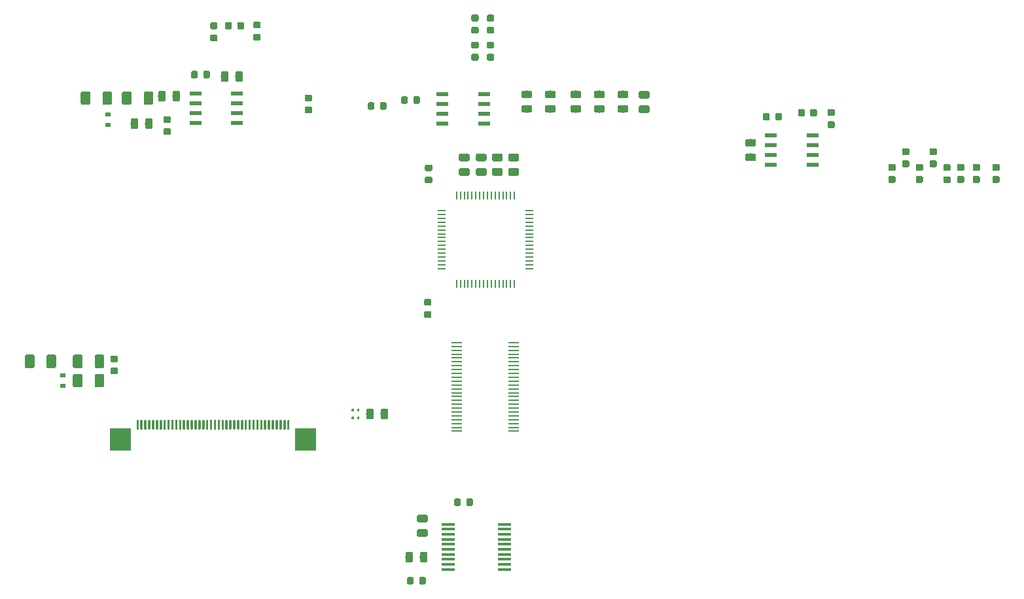
<source format=gbr>
G04 #@! TF.GenerationSoftware,KiCad,Pcbnew,5.0.2+dfsg1-1*
G04 #@! TF.CreationDate,2020-02-15T12:20:27+01:00*
G04 #@! TF.ProjectId,LCD_PMOD,4c43445f-504d-44f4-942e-6b696361645f,rev?*
G04 #@! TF.SameCoordinates,Original*
G04 #@! TF.FileFunction,Paste,Top*
G04 #@! TF.FilePolarity,Positive*
%FSLAX46Y46*%
G04 Gerber Fmt 4.6, Leading zero omitted, Abs format (unit mm)*
G04 Created by KiCad (PCBNEW 5.0.2+dfsg1-1) date subota, 15. veljače 2020. 12:20:27 CET*
%MOMM*%
%LPD*%
G01*
G04 APERTURE LIST*
%ADD10C,0.100000*%
%ADD11C,1.250000*%
%ADD12R,1.651000X0.431800*%
%ADD13C,0.300000*%
%ADD14R,2.700000X3.000000*%
%ADD15R,1.473200X0.279400*%
%ADD16C,0.875000*%
%ADD17C,0.975000*%
%ADD18R,1.550000X0.600000*%
%ADD19R,0.700000X0.600000*%
%ADD20R,0.250000X1.000000*%
%ADD21R,1.000000X0.250000*%
%ADD22C,0.318000*%
G04 APERTURE END LIST*
D10*
G04 #@! TO.C,R53*
G36*
X98319504Y-51704204D02*
X98343773Y-51707804D01*
X98367571Y-51713765D01*
X98390671Y-51722030D01*
X98412849Y-51732520D01*
X98433893Y-51745133D01*
X98453598Y-51759747D01*
X98471777Y-51776223D01*
X98488253Y-51794402D01*
X98502867Y-51814107D01*
X98515480Y-51835151D01*
X98525970Y-51857329D01*
X98534235Y-51880429D01*
X98540196Y-51904227D01*
X98543796Y-51928496D01*
X98545000Y-51953000D01*
X98545000Y-53203000D01*
X98543796Y-53227504D01*
X98540196Y-53251773D01*
X98534235Y-53275571D01*
X98525970Y-53298671D01*
X98515480Y-53320849D01*
X98502867Y-53341893D01*
X98488253Y-53361598D01*
X98471777Y-53379777D01*
X98453598Y-53396253D01*
X98433893Y-53410867D01*
X98412849Y-53423480D01*
X98390671Y-53433970D01*
X98367571Y-53442235D01*
X98343773Y-53448196D01*
X98319504Y-53451796D01*
X98295000Y-53453000D01*
X97545000Y-53453000D01*
X97520496Y-53451796D01*
X97496227Y-53448196D01*
X97472429Y-53442235D01*
X97449329Y-53433970D01*
X97427151Y-53423480D01*
X97406107Y-53410867D01*
X97386402Y-53396253D01*
X97368223Y-53379777D01*
X97351747Y-53361598D01*
X97337133Y-53341893D01*
X97324520Y-53320849D01*
X97314030Y-53298671D01*
X97305765Y-53275571D01*
X97299804Y-53251773D01*
X97296204Y-53227504D01*
X97295000Y-53203000D01*
X97295000Y-51953000D01*
X97296204Y-51928496D01*
X97299804Y-51904227D01*
X97305765Y-51880429D01*
X97314030Y-51857329D01*
X97324520Y-51835151D01*
X97337133Y-51814107D01*
X97351747Y-51794402D01*
X97368223Y-51776223D01*
X97386402Y-51759747D01*
X97406107Y-51745133D01*
X97427151Y-51732520D01*
X97449329Y-51722030D01*
X97472429Y-51713765D01*
X97496227Y-51707804D01*
X97520496Y-51704204D01*
X97545000Y-51703000D01*
X98295000Y-51703000D01*
X98319504Y-51704204D01*
X98319504Y-51704204D01*
G37*
D11*
X97920000Y-52578000D03*
D10*
G36*
X95519504Y-51704204D02*
X95543773Y-51707804D01*
X95567571Y-51713765D01*
X95590671Y-51722030D01*
X95612849Y-51732520D01*
X95633893Y-51745133D01*
X95653598Y-51759747D01*
X95671777Y-51776223D01*
X95688253Y-51794402D01*
X95702867Y-51814107D01*
X95715480Y-51835151D01*
X95725970Y-51857329D01*
X95734235Y-51880429D01*
X95740196Y-51904227D01*
X95743796Y-51928496D01*
X95745000Y-51953000D01*
X95745000Y-53203000D01*
X95743796Y-53227504D01*
X95740196Y-53251773D01*
X95734235Y-53275571D01*
X95725970Y-53298671D01*
X95715480Y-53320849D01*
X95702867Y-53341893D01*
X95688253Y-53361598D01*
X95671777Y-53379777D01*
X95653598Y-53396253D01*
X95633893Y-53410867D01*
X95612849Y-53423480D01*
X95590671Y-53433970D01*
X95567571Y-53442235D01*
X95543773Y-53448196D01*
X95519504Y-53451796D01*
X95495000Y-53453000D01*
X94745000Y-53453000D01*
X94720496Y-53451796D01*
X94696227Y-53448196D01*
X94672429Y-53442235D01*
X94649329Y-53433970D01*
X94627151Y-53423480D01*
X94606107Y-53410867D01*
X94586402Y-53396253D01*
X94568223Y-53379777D01*
X94551747Y-53361598D01*
X94537133Y-53341893D01*
X94524520Y-53320849D01*
X94514030Y-53298671D01*
X94505765Y-53275571D01*
X94499804Y-53251773D01*
X94496204Y-53227504D01*
X94495000Y-53203000D01*
X94495000Y-51953000D01*
X94496204Y-51928496D01*
X94499804Y-51904227D01*
X94505765Y-51880429D01*
X94514030Y-51857329D01*
X94524520Y-51835151D01*
X94537133Y-51814107D01*
X94551747Y-51794402D01*
X94568223Y-51776223D01*
X94586402Y-51759747D01*
X94606107Y-51745133D01*
X94627151Y-51732520D01*
X94649329Y-51722030D01*
X94672429Y-51713765D01*
X94696227Y-51707804D01*
X94720496Y-51704204D01*
X94745000Y-51703000D01*
X95495000Y-51703000D01*
X95519504Y-51704204D01*
X95519504Y-51704204D01*
G37*
D11*
X95120000Y-52578000D03*
G04 #@! TD*
D12*
G04 #@! TO.C,IC3*
X149300795Y-107760498D03*
X149300795Y-108395498D03*
X149300795Y-109055898D03*
X149300795Y-109716298D03*
X149300795Y-110351298D03*
X149300795Y-111011698D03*
X149300795Y-111646698D03*
X149300795Y-112307098D03*
X149300795Y-112967498D03*
X149300795Y-113602498D03*
X142036395Y-113602498D03*
X142036395Y-112967498D03*
X142036395Y-112307098D03*
X142036395Y-111646698D03*
X142036395Y-111011698D03*
X142036395Y-110351298D03*
X142036395Y-109716298D03*
X142036395Y-109055898D03*
X142036395Y-108395498D03*
X142036395Y-107760498D03*
G04 #@! TD*
D10*
G04 #@! TO.C,LCD_OUT1*
G36*
X121432351Y-94274361D02*
X121439632Y-94275441D01*
X121446771Y-94277229D01*
X121453701Y-94279709D01*
X121460355Y-94282856D01*
X121466668Y-94286640D01*
X121472579Y-94291024D01*
X121478033Y-94295967D01*
X121482976Y-94301421D01*
X121487360Y-94307332D01*
X121491144Y-94313645D01*
X121494291Y-94320299D01*
X121496771Y-94327229D01*
X121498559Y-94334368D01*
X121499639Y-94341649D01*
X121500000Y-94349000D01*
X121500000Y-95399000D01*
X121499639Y-95406351D01*
X121498559Y-95413632D01*
X121496771Y-95420771D01*
X121494291Y-95427701D01*
X121491144Y-95434355D01*
X121487360Y-95440668D01*
X121482976Y-95446579D01*
X121478033Y-95452033D01*
X121472579Y-95456976D01*
X121466668Y-95461360D01*
X121460355Y-95465144D01*
X121453701Y-95468291D01*
X121446771Y-95470771D01*
X121439632Y-95472559D01*
X121432351Y-95473639D01*
X121425000Y-95474000D01*
X121275000Y-95474000D01*
X121267649Y-95473639D01*
X121260368Y-95472559D01*
X121253229Y-95470771D01*
X121246299Y-95468291D01*
X121239645Y-95465144D01*
X121233332Y-95461360D01*
X121227421Y-95456976D01*
X121221967Y-95452033D01*
X121217024Y-95446579D01*
X121212640Y-95440668D01*
X121208856Y-95434355D01*
X121205709Y-95427701D01*
X121203229Y-95420771D01*
X121201441Y-95413632D01*
X121200361Y-95406351D01*
X121200000Y-95399000D01*
X121200000Y-94349000D01*
X121200361Y-94341649D01*
X121201441Y-94334368D01*
X121203229Y-94327229D01*
X121205709Y-94320299D01*
X121208856Y-94313645D01*
X121212640Y-94307332D01*
X121217024Y-94301421D01*
X121221967Y-94295967D01*
X121227421Y-94291024D01*
X121233332Y-94286640D01*
X121239645Y-94282856D01*
X121246299Y-94279709D01*
X121253229Y-94277229D01*
X121260368Y-94275441D01*
X121267649Y-94274361D01*
X121275000Y-94274000D01*
X121425000Y-94274000D01*
X121432351Y-94274361D01*
X121432351Y-94274361D01*
G37*
D13*
X121350000Y-94874000D03*
D10*
G36*
X120932351Y-94274361D02*
X120939632Y-94275441D01*
X120946771Y-94277229D01*
X120953701Y-94279709D01*
X120960355Y-94282856D01*
X120966668Y-94286640D01*
X120972579Y-94291024D01*
X120978033Y-94295967D01*
X120982976Y-94301421D01*
X120987360Y-94307332D01*
X120991144Y-94313645D01*
X120994291Y-94320299D01*
X120996771Y-94327229D01*
X120998559Y-94334368D01*
X120999639Y-94341649D01*
X121000000Y-94349000D01*
X121000000Y-95399000D01*
X120999639Y-95406351D01*
X120998559Y-95413632D01*
X120996771Y-95420771D01*
X120994291Y-95427701D01*
X120991144Y-95434355D01*
X120987360Y-95440668D01*
X120982976Y-95446579D01*
X120978033Y-95452033D01*
X120972579Y-95456976D01*
X120966668Y-95461360D01*
X120960355Y-95465144D01*
X120953701Y-95468291D01*
X120946771Y-95470771D01*
X120939632Y-95472559D01*
X120932351Y-95473639D01*
X120925000Y-95474000D01*
X120775000Y-95474000D01*
X120767649Y-95473639D01*
X120760368Y-95472559D01*
X120753229Y-95470771D01*
X120746299Y-95468291D01*
X120739645Y-95465144D01*
X120733332Y-95461360D01*
X120727421Y-95456976D01*
X120721967Y-95452033D01*
X120717024Y-95446579D01*
X120712640Y-95440668D01*
X120708856Y-95434355D01*
X120705709Y-95427701D01*
X120703229Y-95420771D01*
X120701441Y-95413632D01*
X120700361Y-95406351D01*
X120700000Y-95399000D01*
X120700000Y-94349000D01*
X120700361Y-94341649D01*
X120701441Y-94334368D01*
X120703229Y-94327229D01*
X120705709Y-94320299D01*
X120708856Y-94313645D01*
X120712640Y-94307332D01*
X120717024Y-94301421D01*
X120721967Y-94295967D01*
X120727421Y-94291024D01*
X120733332Y-94286640D01*
X120739645Y-94282856D01*
X120746299Y-94279709D01*
X120753229Y-94277229D01*
X120760368Y-94275441D01*
X120767649Y-94274361D01*
X120775000Y-94274000D01*
X120925000Y-94274000D01*
X120932351Y-94274361D01*
X120932351Y-94274361D01*
G37*
D13*
X120850000Y-94874000D03*
D10*
G36*
X120432351Y-94274361D02*
X120439632Y-94275441D01*
X120446771Y-94277229D01*
X120453701Y-94279709D01*
X120460355Y-94282856D01*
X120466668Y-94286640D01*
X120472579Y-94291024D01*
X120478033Y-94295967D01*
X120482976Y-94301421D01*
X120487360Y-94307332D01*
X120491144Y-94313645D01*
X120494291Y-94320299D01*
X120496771Y-94327229D01*
X120498559Y-94334368D01*
X120499639Y-94341649D01*
X120500000Y-94349000D01*
X120500000Y-95399000D01*
X120499639Y-95406351D01*
X120498559Y-95413632D01*
X120496771Y-95420771D01*
X120494291Y-95427701D01*
X120491144Y-95434355D01*
X120487360Y-95440668D01*
X120482976Y-95446579D01*
X120478033Y-95452033D01*
X120472579Y-95456976D01*
X120466668Y-95461360D01*
X120460355Y-95465144D01*
X120453701Y-95468291D01*
X120446771Y-95470771D01*
X120439632Y-95472559D01*
X120432351Y-95473639D01*
X120425000Y-95474000D01*
X120275000Y-95474000D01*
X120267649Y-95473639D01*
X120260368Y-95472559D01*
X120253229Y-95470771D01*
X120246299Y-95468291D01*
X120239645Y-95465144D01*
X120233332Y-95461360D01*
X120227421Y-95456976D01*
X120221967Y-95452033D01*
X120217024Y-95446579D01*
X120212640Y-95440668D01*
X120208856Y-95434355D01*
X120205709Y-95427701D01*
X120203229Y-95420771D01*
X120201441Y-95413632D01*
X120200361Y-95406351D01*
X120200000Y-95399000D01*
X120200000Y-94349000D01*
X120200361Y-94341649D01*
X120201441Y-94334368D01*
X120203229Y-94327229D01*
X120205709Y-94320299D01*
X120208856Y-94313645D01*
X120212640Y-94307332D01*
X120217024Y-94301421D01*
X120221967Y-94295967D01*
X120227421Y-94291024D01*
X120233332Y-94286640D01*
X120239645Y-94282856D01*
X120246299Y-94279709D01*
X120253229Y-94277229D01*
X120260368Y-94275441D01*
X120267649Y-94274361D01*
X120275000Y-94274000D01*
X120425000Y-94274000D01*
X120432351Y-94274361D01*
X120432351Y-94274361D01*
G37*
D13*
X120350000Y-94874000D03*
D10*
G36*
X119932351Y-94274361D02*
X119939632Y-94275441D01*
X119946771Y-94277229D01*
X119953701Y-94279709D01*
X119960355Y-94282856D01*
X119966668Y-94286640D01*
X119972579Y-94291024D01*
X119978033Y-94295967D01*
X119982976Y-94301421D01*
X119987360Y-94307332D01*
X119991144Y-94313645D01*
X119994291Y-94320299D01*
X119996771Y-94327229D01*
X119998559Y-94334368D01*
X119999639Y-94341649D01*
X120000000Y-94349000D01*
X120000000Y-95399000D01*
X119999639Y-95406351D01*
X119998559Y-95413632D01*
X119996771Y-95420771D01*
X119994291Y-95427701D01*
X119991144Y-95434355D01*
X119987360Y-95440668D01*
X119982976Y-95446579D01*
X119978033Y-95452033D01*
X119972579Y-95456976D01*
X119966668Y-95461360D01*
X119960355Y-95465144D01*
X119953701Y-95468291D01*
X119946771Y-95470771D01*
X119939632Y-95472559D01*
X119932351Y-95473639D01*
X119925000Y-95474000D01*
X119775000Y-95474000D01*
X119767649Y-95473639D01*
X119760368Y-95472559D01*
X119753229Y-95470771D01*
X119746299Y-95468291D01*
X119739645Y-95465144D01*
X119733332Y-95461360D01*
X119727421Y-95456976D01*
X119721967Y-95452033D01*
X119717024Y-95446579D01*
X119712640Y-95440668D01*
X119708856Y-95434355D01*
X119705709Y-95427701D01*
X119703229Y-95420771D01*
X119701441Y-95413632D01*
X119700361Y-95406351D01*
X119700000Y-95399000D01*
X119700000Y-94349000D01*
X119700361Y-94341649D01*
X119701441Y-94334368D01*
X119703229Y-94327229D01*
X119705709Y-94320299D01*
X119708856Y-94313645D01*
X119712640Y-94307332D01*
X119717024Y-94301421D01*
X119721967Y-94295967D01*
X119727421Y-94291024D01*
X119733332Y-94286640D01*
X119739645Y-94282856D01*
X119746299Y-94279709D01*
X119753229Y-94277229D01*
X119760368Y-94275441D01*
X119767649Y-94274361D01*
X119775000Y-94274000D01*
X119925000Y-94274000D01*
X119932351Y-94274361D01*
X119932351Y-94274361D01*
G37*
D13*
X119850000Y-94874000D03*
D10*
G36*
X119432351Y-94274361D02*
X119439632Y-94275441D01*
X119446771Y-94277229D01*
X119453701Y-94279709D01*
X119460355Y-94282856D01*
X119466668Y-94286640D01*
X119472579Y-94291024D01*
X119478033Y-94295967D01*
X119482976Y-94301421D01*
X119487360Y-94307332D01*
X119491144Y-94313645D01*
X119494291Y-94320299D01*
X119496771Y-94327229D01*
X119498559Y-94334368D01*
X119499639Y-94341649D01*
X119500000Y-94349000D01*
X119500000Y-95399000D01*
X119499639Y-95406351D01*
X119498559Y-95413632D01*
X119496771Y-95420771D01*
X119494291Y-95427701D01*
X119491144Y-95434355D01*
X119487360Y-95440668D01*
X119482976Y-95446579D01*
X119478033Y-95452033D01*
X119472579Y-95456976D01*
X119466668Y-95461360D01*
X119460355Y-95465144D01*
X119453701Y-95468291D01*
X119446771Y-95470771D01*
X119439632Y-95472559D01*
X119432351Y-95473639D01*
X119425000Y-95474000D01*
X119275000Y-95474000D01*
X119267649Y-95473639D01*
X119260368Y-95472559D01*
X119253229Y-95470771D01*
X119246299Y-95468291D01*
X119239645Y-95465144D01*
X119233332Y-95461360D01*
X119227421Y-95456976D01*
X119221967Y-95452033D01*
X119217024Y-95446579D01*
X119212640Y-95440668D01*
X119208856Y-95434355D01*
X119205709Y-95427701D01*
X119203229Y-95420771D01*
X119201441Y-95413632D01*
X119200361Y-95406351D01*
X119200000Y-95399000D01*
X119200000Y-94349000D01*
X119200361Y-94341649D01*
X119201441Y-94334368D01*
X119203229Y-94327229D01*
X119205709Y-94320299D01*
X119208856Y-94313645D01*
X119212640Y-94307332D01*
X119217024Y-94301421D01*
X119221967Y-94295967D01*
X119227421Y-94291024D01*
X119233332Y-94286640D01*
X119239645Y-94282856D01*
X119246299Y-94279709D01*
X119253229Y-94277229D01*
X119260368Y-94275441D01*
X119267649Y-94274361D01*
X119275000Y-94274000D01*
X119425000Y-94274000D01*
X119432351Y-94274361D01*
X119432351Y-94274361D01*
G37*
D13*
X119350000Y-94874000D03*
D10*
G36*
X118932351Y-94274361D02*
X118939632Y-94275441D01*
X118946771Y-94277229D01*
X118953701Y-94279709D01*
X118960355Y-94282856D01*
X118966668Y-94286640D01*
X118972579Y-94291024D01*
X118978033Y-94295967D01*
X118982976Y-94301421D01*
X118987360Y-94307332D01*
X118991144Y-94313645D01*
X118994291Y-94320299D01*
X118996771Y-94327229D01*
X118998559Y-94334368D01*
X118999639Y-94341649D01*
X119000000Y-94349000D01*
X119000000Y-95399000D01*
X118999639Y-95406351D01*
X118998559Y-95413632D01*
X118996771Y-95420771D01*
X118994291Y-95427701D01*
X118991144Y-95434355D01*
X118987360Y-95440668D01*
X118982976Y-95446579D01*
X118978033Y-95452033D01*
X118972579Y-95456976D01*
X118966668Y-95461360D01*
X118960355Y-95465144D01*
X118953701Y-95468291D01*
X118946771Y-95470771D01*
X118939632Y-95472559D01*
X118932351Y-95473639D01*
X118925000Y-95474000D01*
X118775000Y-95474000D01*
X118767649Y-95473639D01*
X118760368Y-95472559D01*
X118753229Y-95470771D01*
X118746299Y-95468291D01*
X118739645Y-95465144D01*
X118733332Y-95461360D01*
X118727421Y-95456976D01*
X118721967Y-95452033D01*
X118717024Y-95446579D01*
X118712640Y-95440668D01*
X118708856Y-95434355D01*
X118705709Y-95427701D01*
X118703229Y-95420771D01*
X118701441Y-95413632D01*
X118700361Y-95406351D01*
X118700000Y-95399000D01*
X118700000Y-94349000D01*
X118700361Y-94341649D01*
X118701441Y-94334368D01*
X118703229Y-94327229D01*
X118705709Y-94320299D01*
X118708856Y-94313645D01*
X118712640Y-94307332D01*
X118717024Y-94301421D01*
X118721967Y-94295967D01*
X118727421Y-94291024D01*
X118733332Y-94286640D01*
X118739645Y-94282856D01*
X118746299Y-94279709D01*
X118753229Y-94277229D01*
X118760368Y-94275441D01*
X118767649Y-94274361D01*
X118775000Y-94274000D01*
X118925000Y-94274000D01*
X118932351Y-94274361D01*
X118932351Y-94274361D01*
G37*
D13*
X118850000Y-94874000D03*
D10*
G36*
X118432351Y-94274361D02*
X118439632Y-94275441D01*
X118446771Y-94277229D01*
X118453701Y-94279709D01*
X118460355Y-94282856D01*
X118466668Y-94286640D01*
X118472579Y-94291024D01*
X118478033Y-94295967D01*
X118482976Y-94301421D01*
X118487360Y-94307332D01*
X118491144Y-94313645D01*
X118494291Y-94320299D01*
X118496771Y-94327229D01*
X118498559Y-94334368D01*
X118499639Y-94341649D01*
X118500000Y-94349000D01*
X118500000Y-95399000D01*
X118499639Y-95406351D01*
X118498559Y-95413632D01*
X118496771Y-95420771D01*
X118494291Y-95427701D01*
X118491144Y-95434355D01*
X118487360Y-95440668D01*
X118482976Y-95446579D01*
X118478033Y-95452033D01*
X118472579Y-95456976D01*
X118466668Y-95461360D01*
X118460355Y-95465144D01*
X118453701Y-95468291D01*
X118446771Y-95470771D01*
X118439632Y-95472559D01*
X118432351Y-95473639D01*
X118425000Y-95474000D01*
X118275000Y-95474000D01*
X118267649Y-95473639D01*
X118260368Y-95472559D01*
X118253229Y-95470771D01*
X118246299Y-95468291D01*
X118239645Y-95465144D01*
X118233332Y-95461360D01*
X118227421Y-95456976D01*
X118221967Y-95452033D01*
X118217024Y-95446579D01*
X118212640Y-95440668D01*
X118208856Y-95434355D01*
X118205709Y-95427701D01*
X118203229Y-95420771D01*
X118201441Y-95413632D01*
X118200361Y-95406351D01*
X118200000Y-95399000D01*
X118200000Y-94349000D01*
X118200361Y-94341649D01*
X118201441Y-94334368D01*
X118203229Y-94327229D01*
X118205709Y-94320299D01*
X118208856Y-94313645D01*
X118212640Y-94307332D01*
X118217024Y-94301421D01*
X118221967Y-94295967D01*
X118227421Y-94291024D01*
X118233332Y-94286640D01*
X118239645Y-94282856D01*
X118246299Y-94279709D01*
X118253229Y-94277229D01*
X118260368Y-94275441D01*
X118267649Y-94274361D01*
X118275000Y-94274000D01*
X118425000Y-94274000D01*
X118432351Y-94274361D01*
X118432351Y-94274361D01*
G37*
D13*
X118350000Y-94874000D03*
D10*
G36*
X117932351Y-94274361D02*
X117939632Y-94275441D01*
X117946771Y-94277229D01*
X117953701Y-94279709D01*
X117960355Y-94282856D01*
X117966668Y-94286640D01*
X117972579Y-94291024D01*
X117978033Y-94295967D01*
X117982976Y-94301421D01*
X117987360Y-94307332D01*
X117991144Y-94313645D01*
X117994291Y-94320299D01*
X117996771Y-94327229D01*
X117998559Y-94334368D01*
X117999639Y-94341649D01*
X118000000Y-94349000D01*
X118000000Y-95399000D01*
X117999639Y-95406351D01*
X117998559Y-95413632D01*
X117996771Y-95420771D01*
X117994291Y-95427701D01*
X117991144Y-95434355D01*
X117987360Y-95440668D01*
X117982976Y-95446579D01*
X117978033Y-95452033D01*
X117972579Y-95456976D01*
X117966668Y-95461360D01*
X117960355Y-95465144D01*
X117953701Y-95468291D01*
X117946771Y-95470771D01*
X117939632Y-95472559D01*
X117932351Y-95473639D01*
X117925000Y-95474000D01*
X117775000Y-95474000D01*
X117767649Y-95473639D01*
X117760368Y-95472559D01*
X117753229Y-95470771D01*
X117746299Y-95468291D01*
X117739645Y-95465144D01*
X117733332Y-95461360D01*
X117727421Y-95456976D01*
X117721967Y-95452033D01*
X117717024Y-95446579D01*
X117712640Y-95440668D01*
X117708856Y-95434355D01*
X117705709Y-95427701D01*
X117703229Y-95420771D01*
X117701441Y-95413632D01*
X117700361Y-95406351D01*
X117700000Y-95399000D01*
X117700000Y-94349000D01*
X117700361Y-94341649D01*
X117701441Y-94334368D01*
X117703229Y-94327229D01*
X117705709Y-94320299D01*
X117708856Y-94313645D01*
X117712640Y-94307332D01*
X117717024Y-94301421D01*
X117721967Y-94295967D01*
X117727421Y-94291024D01*
X117733332Y-94286640D01*
X117739645Y-94282856D01*
X117746299Y-94279709D01*
X117753229Y-94277229D01*
X117760368Y-94275441D01*
X117767649Y-94274361D01*
X117775000Y-94274000D01*
X117925000Y-94274000D01*
X117932351Y-94274361D01*
X117932351Y-94274361D01*
G37*
D13*
X117850000Y-94874000D03*
D10*
G36*
X117432351Y-94274361D02*
X117439632Y-94275441D01*
X117446771Y-94277229D01*
X117453701Y-94279709D01*
X117460355Y-94282856D01*
X117466668Y-94286640D01*
X117472579Y-94291024D01*
X117478033Y-94295967D01*
X117482976Y-94301421D01*
X117487360Y-94307332D01*
X117491144Y-94313645D01*
X117494291Y-94320299D01*
X117496771Y-94327229D01*
X117498559Y-94334368D01*
X117499639Y-94341649D01*
X117500000Y-94349000D01*
X117500000Y-95399000D01*
X117499639Y-95406351D01*
X117498559Y-95413632D01*
X117496771Y-95420771D01*
X117494291Y-95427701D01*
X117491144Y-95434355D01*
X117487360Y-95440668D01*
X117482976Y-95446579D01*
X117478033Y-95452033D01*
X117472579Y-95456976D01*
X117466668Y-95461360D01*
X117460355Y-95465144D01*
X117453701Y-95468291D01*
X117446771Y-95470771D01*
X117439632Y-95472559D01*
X117432351Y-95473639D01*
X117425000Y-95474000D01*
X117275000Y-95474000D01*
X117267649Y-95473639D01*
X117260368Y-95472559D01*
X117253229Y-95470771D01*
X117246299Y-95468291D01*
X117239645Y-95465144D01*
X117233332Y-95461360D01*
X117227421Y-95456976D01*
X117221967Y-95452033D01*
X117217024Y-95446579D01*
X117212640Y-95440668D01*
X117208856Y-95434355D01*
X117205709Y-95427701D01*
X117203229Y-95420771D01*
X117201441Y-95413632D01*
X117200361Y-95406351D01*
X117200000Y-95399000D01*
X117200000Y-94349000D01*
X117200361Y-94341649D01*
X117201441Y-94334368D01*
X117203229Y-94327229D01*
X117205709Y-94320299D01*
X117208856Y-94313645D01*
X117212640Y-94307332D01*
X117217024Y-94301421D01*
X117221967Y-94295967D01*
X117227421Y-94291024D01*
X117233332Y-94286640D01*
X117239645Y-94282856D01*
X117246299Y-94279709D01*
X117253229Y-94277229D01*
X117260368Y-94275441D01*
X117267649Y-94274361D01*
X117275000Y-94274000D01*
X117425000Y-94274000D01*
X117432351Y-94274361D01*
X117432351Y-94274361D01*
G37*
D13*
X117350000Y-94874000D03*
D10*
G36*
X116932351Y-94274361D02*
X116939632Y-94275441D01*
X116946771Y-94277229D01*
X116953701Y-94279709D01*
X116960355Y-94282856D01*
X116966668Y-94286640D01*
X116972579Y-94291024D01*
X116978033Y-94295967D01*
X116982976Y-94301421D01*
X116987360Y-94307332D01*
X116991144Y-94313645D01*
X116994291Y-94320299D01*
X116996771Y-94327229D01*
X116998559Y-94334368D01*
X116999639Y-94341649D01*
X117000000Y-94349000D01*
X117000000Y-95399000D01*
X116999639Y-95406351D01*
X116998559Y-95413632D01*
X116996771Y-95420771D01*
X116994291Y-95427701D01*
X116991144Y-95434355D01*
X116987360Y-95440668D01*
X116982976Y-95446579D01*
X116978033Y-95452033D01*
X116972579Y-95456976D01*
X116966668Y-95461360D01*
X116960355Y-95465144D01*
X116953701Y-95468291D01*
X116946771Y-95470771D01*
X116939632Y-95472559D01*
X116932351Y-95473639D01*
X116925000Y-95474000D01*
X116775000Y-95474000D01*
X116767649Y-95473639D01*
X116760368Y-95472559D01*
X116753229Y-95470771D01*
X116746299Y-95468291D01*
X116739645Y-95465144D01*
X116733332Y-95461360D01*
X116727421Y-95456976D01*
X116721967Y-95452033D01*
X116717024Y-95446579D01*
X116712640Y-95440668D01*
X116708856Y-95434355D01*
X116705709Y-95427701D01*
X116703229Y-95420771D01*
X116701441Y-95413632D01*
X116700361Y-95406351D01*
X116700000Y-95399000D01*
X116700000Y-94349000D01*
X116700361Y-94341649D01*
X116701441Y-94334368D01*
X116703229Y-94327229D01*
X116705709Y-94320299D01*
X116708856Y-94313645D01*
X116712640Y-94307332D01*
X116717024Y-94301421D01*
X116721967Y-94295967D01*
X116727421Y-94291024D01*
X116733332Y-94286640D01*
X116739645Y-94282856D01*
X116746299Y-94279709D01*
X116753229Y-94277229D01*
X116760368Y-94275441D01*
X116767649Y-94274361D01*
X116775000Y-94274000D01*
X116925000Y-94274000D01*
X116932351Y-94274361D01*
X116932351Y-94274361D01*
G37*
D13*
X116850000Y-94874000D03*
D10*
G36*
X116432351Y-94274361D02*
X116439632Y-94275441D01*
X116446771Y-94277229D01*
X116453701Y-94279709D01*
X116460355Y-94282856D01*
X116466668Y-94286640D01*
X116472579Y-94291024D01*
X116478033Y-94295967D01*
X116482976Y-94301421D01*
X116487360Y-94307332D01*
X116491144Y-94313645D01*
X116494291Y-94320299D01*
X116496771Y-94327229D01*
X116498559Y-94334368D01*
X116499639Y-94341649D01*
X116500000Y-94349000D01*
X116500000Y-95399000D01*
X116499639Y-95406351D01*
X116498559Y-95413632D01*
X116496771Y-95420771D01*
X116494291Y-95427701D01*
X116491144Y-95434355D01*
X116487360Y-95440668D01*
X116482976Y-95446579D01*
X116478033Y-95452033D01*
X116472579Y-95456976D01*
X116466668Y-95461360D01*
X116460355Y-95465144D01*
X116453701Y-95468291D01*
X116446771Y-95470771D01*
X116439632Y-95472559D01*
X116432351Y-95473639D01*
X116425000Y-95474000D01*
X116275000Y-95474000D01*
X116267649Y-95473639D01*
X116260368Y-95472559D01*
X116253229Y-95470771D01*
X116246299Y-95468291D01*
X116239645Y-95465144D01*
X116233332Y-95461360D01*
X116227421Y-95456976D01*
X116221967Y-95452033D01*
X116217024Y-95446579D01*
X116212640Y-95440668D01*
X116208856Y-95434355D01*
X116205709Y-95427701D01*
X116203229Y-95420771D01*
X116201441Y-95413632D01*
X116200361Y-95406351D01*
X116200000Y-95399000D01*
X116200000Y-94349000D01*
X116200361Y-94341649D01*
X116201441Y-94334368D01*
X116203229Y-94327229D01*
X116205709Y-94320299D01*
X116208856Y-94313645D01*
X116212640Y-94307332D01*
X116217024Y-94301421D01*
X116221967Y-94295967D01*
X116227421Y-94291024D01*
X116233332Y-94286640D01*
X116239645Y-94282856D01*
X116246299Y-94279709D01*
X116253229Y-94277229D01*
X116260368Y-94275441D01*
X116267649Y-94274361D01*
X116275000Y-94274000D01*
X116425000Y-94274000D01*
X116432351Y-94274361D01*
X116432351Y-94274361D01*
G37*
D13*
X116350000Y-94874000D03*
D10*
G36*
X115932351Y-94274361D02*
X115939632Y-94275441D01*
X115946771Y-94277229D01*
X115953701Y-94279709D01*
X115960355Y-94282856D01*
X115966668Y-94286640D01*
X115972579Y-94291024D01*
X115978033Y-94295967D01*
X115982976Y-94301421D01*
X115987360Y-94307332D01*
X115991144Y-94313645D01*
X115994291Y-94320299D01*
X115996771Y-94327229D01*
X115998559Y-94334368D01*
X115999639Y-94341649D01*
X116000000Y-94349000D01*
X116000000Y-95399000D01*
X115999639Y-95406351D01*
X115998559Y-95413632D01*
X115996771Y-95420771D01*
X115994291Y-95427701D01*
X115991144Y-95434355D01*
X115987360Y-95440668D01*
X115982976Y-95446579D01*
X115978033Y-95452033D01*
X115972579Y-95456976D01*
X115966668Y-95461360D01*
X115960355Y-95465144D01*
X115953701Y-95468291D01*
X115946771Y-95470771D01*
X115939632Y-95472559D01*
X115932351Y-95473639D01*
X115925000Y-95474000D01*
X115775000Y-95474000D01*
X115767649Y-95473639D01*
X115760368Y-95472559D01*
X115753229Y-95470771D01*
X115746299Y-95468291D01*
X115739645Y-95465144D01*
X115733332Y-95461360D01*
X115727421Y-95456976D01*
X115721967Y-95452033D01*
X115717024Y-95446579D01*
X115712640Y-95440668D01*
X115708856Y-95434355D01*
X115705709Y-95427701D01*
X115703229Y-95420771D01*
X115701441Y-95413632D01*
X115700361Y-95406351D01*
X115700000Y-95399000D01*
X115700000Y-94349000D01*
X115700361Y-94341649D01*
X115701441Y-94334368D01*
X115703229Y-94327229D01*
X115705709Y-94320299D01*
X115708856Y-94313645D01*
X115712640Y-94307332D01*
X115717024Y-94301421D01*
X115721967Y-94295967D01*
X115727421Y-94291024D01*
X115733332Y-94286640D01*
X115739645Y-94282856D01*
X115746299Y-94279709D01*
X115753229Y-94277229D01*
X115760368Y-94275441D01*
X115767649Y-94274361D01*
X115775000Y-94274000D01*
X115925000Y-94274000D01*
X115932351Y-94274361D01*
X115932351Y-94274361D01*
G37*
D13*
X115850000Y-94874000D03*
D10*
G36*
X115432351Y-94274361D02*
X115439632Y-94275441D01*
X115446771Y-94277229D01*
X115453701Y-94279709D01*
X115460355Y-94282856D01*
X115466668Y-94286640D01*
X115472579Y-94291024D01*
X115478033Y-94295967D01*
X115482976Y-94301421D01*
X115487360Y-94307332D01*
X115491144Y-94313645D01*
X115494291Y-94320299D01*
X115496771Y-94327229D01*
X115498559Y-94334368D01*
X115499639Y-94341649D01*
X115500000Y-94349000D01*
X115500000Y-95399000D01*
X115499639Y-95406351D01*
X115498559Y-95413632D01*
X115496771Y-95420771D01*
X115494291Y-95427701D01*
X115491144Y-95434355D01*
X115487360Y-95440668D01*
X115482976Y-95446579D01*
X115478033Y-95452033D01*
X115472579Y-95456976D01*
X115466668Y-95461360D01*
X115460355Y-95465144D01*
X115453701Y-95468291D01*
X115446771Y-95470771D01*
X115439632Y-95472559D01*
X115432351Y-95473639D01*
X115425000Y-95474000D01*
X115275000Y-95474000D01*
X115267649Y-95473639D01*
X115260368Y-95472559D01*
X115253229Y-95470771D01*
X115246299Y-95468291D01*
X115239645Y-95465144D01*
X115233332Y-95461360D01*
X115227421Y-95456976D01*
X115221967Y-95452033D01*
X115217024Y-95446579D01*
X115212640Y-95440668D01*
X115208856Y-95434355D01*
X115205709Y-95427701D01*
X115203229Y-95420771D01*
X115201441Y-95413632D01*
X115200361Y-95406351D01*
X115200000Y-95399000D01*
X115200000Y-94349000D01*
X115200361Y-94341649D01*
X115201441Y-94334368D01*
X115203229Y-94327229D01*
X115205709Y-94320299D01*
X115208856Y-94313645D01*
X115212640Y-94307332D01*
X115217024Y-94301421D01*
X115221967Y-94295967D01*
X115227421Y-94291024D01*
X115233332Y-94286640D01*
X115239645Y-94282856D01*
X115246299Y-94279709D01*
X115253229Y-94277229D01*
X115260368Y-94275441D01*
X115267649Y-94274361D01*
X115275000Y-94274000D01*
X115425000Y-94274000D01*
X115432351Y-94274361D01*
X115432351Y-94274361D01*
G37*
D13*
X115350000Y-94874000D03*
D10*
G36*
X114932351Y-94274361D02*
X114939632Y-94275441D01*
X114946771Y-94277229D01*
X114953701Y-94279709D01*
X114960355Y-94282856D01*
X114966668Y-94286640D01*
X114972579Y-94291024D01*
X114978033Y-94295967D01*
X114982976Y-94301421D01*
X114987360Y-94307332D01*
X114991144Y-94313645D01*
X114994291Y-94320299D01*
X114996771Y-94327229D01*
X114998559Y-94334368D01*
X114999639Y-94341649D01*
X115000000Y-94349000D01*
X115000000Y-95399000D01*
X114999639Y-95406351D01*
X114998559Y-95413632D01*
X114996771Y-95420771D01*
X114994291Y-95427701D01*
X114991144Y-95434355D01*
X114987360Y-95440668D01*
X114982976Y-95446579D01*
X114978033Y-95452033D01*
X114972579Y-95456976D01*
X114966668Y-95461360D01*
X114960355Y-95465144D01*
X114953701Y-95468291D01*
X114946771Y-95470771D01*
X114939632Y-95472559D01*
X114932351Y-95473639D01*
X114925000Y-95474000D01*
X114775000Y-95474000D01*
X114767649Y-95473639D01*
X114760368Y-95472559D01*
X114753229Y-95470771D01*
X114746299Y-95468291D01*
X114739645Y-95465144D01*
X114733332Y-95461360D01*
X114727421Y-95456976D01*
X114721967Y-95452033D01*
X114717024Y-95446579D01*
X114712640Y-95440668D01*
X114708856Y-95434355D01*
X114705709Y-95427701D01*
X114703229Y-95420771D01*
X114701441Y-95413632D01*
X114700361Y-95406351D01*
X114700000Y-95399000D01*
X114700000Y-94349000D01*
X114700361Y-94341649D01*
X114701441Y-94334368D01*
X114703229Y-94327229D01*
X114705709Y-94320299D01*
X114708856Y-94313645D01*
X114712640Y-94307332D01*
X114717024Y-94301421D01*
X114721967Y-94295967D01*
X114727421Y-94291024D01*
X114733332Y-94286640D01*
X114739645Y-94282856D01*
X114746299Y-94279709D01*
X114753229Y-94277229D01*
X114760368Y-94275441D01*
X114767649Y-94274361D01*
X114775000Y-94274000D01*
X114925000Y-94274000D01*
X114932351Y-94274361D01*
X114932351Y-94274361D01*
G37*
D13*
X114850000Y-94874000D03*
D10*
G36*
X114432351Y-94274361D02*
X114439632Y-94275441D01*
X114446771Y-94277229D01*
X114453701Y-94279709D01*
X114460355Y-94282856D01*
X114466668Y-94286640D01*
X114472579Y-94291024D01*
X114478033Y-94295967D01*
X114482976Y-94301421D01*
X114487360Y-94307332D01*
X114491144Y-94313645D01*
X114494291Y-94320299D01*
X114496771Y-94327229D01*
X114498559Y-94334368D01*
X114499639Y-94341649D01*
X114500000Y-94349000D01*
X114500000Y-95399000D01*
X114499639Y-95406351D01*
X114498559Y-95413632D01*
X114496771Y-95420771D01*
X114494291Y-95427701D01*
X114491144Y-95434355D01*
X114487360Y-95440668D01*
X114482976Y-95446579D01*
X114478033Y-95452033D01*
X114472579Y-95456976D01*
X114466668Y-95461360D01*
X114460355Y-95465144D01*
X114453701Y-95468291D01*
X114446771Y-95470771D01*
X114439632Y-95472559D01*
X114432351Y-95473639D01*
X114425000Y-95474000D01*
X114275000Y-95474000D01*
X114267649Y-95473639D01*
X114260368Y-95472559D01*
X114253229Y-95470771D01*
X114246299Y-95468291D01*
X114239645Y-95465144D01*
X114233332Y-95461360D01*
X114227421Y-95456976D01*
X114221967Y-95452033D01*
X114217024Y-95446579D01*
X114212640Y-95440668D01*
X114208856Y-95434355D01*
X114205709Y-95427701D01*
X114203229Y-95420771D01*
X114201441Y-95413632D01*
X114200361Y-95406351D01*
X114200000Y-95399000D01*
X114200000Y-94349000D01*
X114200361Y-94341649D01*
X114201441Y-94334368D01*
X114203229Y-94327229D01*
X114205709Y-94320299D01*
X114208856Y-94313645D01*
X114212640Y-94307332D01*
X114217024Y-94301421D01*
X114221967Y-94295967D01*
X114227421Y-94291024D01*
X114233332Y-94286640D01*
X114239645Y-94282856D01*
X114246299Y-94279709D01*
X114253229Y-94277229D01*
X114260368Y-94275441D01*
X114267649Y-94274361D01*
X114275000Y-94274000D01*
X114425000Y-94274000D01*
X114432351Y-94274361D01*
X114432351Y-94274361D01*
G37*
D13*
X114350000Y-94874000D03*
D10*
G36*
X113932351Y-94274361D02*
X113939632Y-94275441D01*
X113946771Y-94277229D01*
X113953701Y-94279709D01*
X113960355Y-94282856D01*
X113966668Y-94286640D01*
X113972579Y-94291024D01*
X113978033Y-94295967D01*
X113982976Y-94301421D01*
X113987360Y-94307332D01*
X113991144Y-94313645D01*
X113994291Y-94320299D01*
X113996771Y-94327229D01*
X113998559Y-94334368D01*
X113999639Y-94341649D01*
X114000000Y-94349000D01*
X114000000Y-95399000D01*
X113999639Y-95406351D01*
X113998559Y-95413632D01*
X113996771Y-95420771D01*
X113994291Y-95427701D01*
X113991144Y-95434355D01*
X113987360Y-95440668D01*
X113982976Y-95446579D01*
X113978033Y-95452033D01*
X113972579Y-95456976D01*
X113966668Y-95461360D01*
X113960355Y-95465144D01*
X113953701Y-95468291D01*
X113946771Y-95470771D01*
X113939632Y-95472559D01*
X113932351Y-95473639D01*
X113925000Y-95474000D01*
X113775000Y-95474000D01*
X113767649Y-95473639D01*
X113760368Y-95472559D01*
X113753229Y-95470771D01*
X113746299Y-95468291D01*
X113739645Y-95465144D01*
X113733332Y-95461360D01*
X113727421Y-95456976D01*
X113721967Y-95452033D01*
X113717024Y-95446579D01*
X113712640Y-95440668D01*
X113708856Y-95434355D01*
X113705709Y-95427701D01*
X113703229Y-95420771D01*
X113701441Y-95413632D01*
X113700361Y-95406351D01*
X113700000Y-95399000D01*
X113700000Y-94349000D01*
X113700361Y-94341649D01*
X113701441Y-94334368D01*
X113703229Y-94327229D01*
X113705709Y-94320299D01*
X113708856Y-94313645D01*
X113712640Y-94307332D01*
X113717024Y-94301421D01*
X113721967Y-94295967D01*
X113727421Y-94291024D01*
X113733332Y-94286640D01*
X113739645Y-94282856D01*
X113746299Y-94279709D01*
X113753229Y-94277229D01*
X113760368Y-94275441D01*
X113767649Y-94274361D01*
X113775000Y-94274000D01*
X113925000Y-94274000D01*
X113932351Y-94274361D01*
X113932351Y-94274361D01*
G37*
D13*
X113850000Y-94874000D03*
D10*
G36*
X113432351Y-94274361D02*
X113439632Y-94275441D01*
X113446771Y-94277229D01*
X113453701Y-94279709D01*
X113460355Y-94282856D01*
X113466668Y-94286640D01*
X113472579Y-94291024D01*
X113478033Y-94295967D01*
X113482976Y-94301421D01*
X113487360Y-94307332D01*
X113491144Y-94313645D01*
X113494291Y-94320299D01*
X113496771Y-94327229D01*
X113498559Y-94334368D01*
X113499639Y-94341649D01*
X113500000Y-94349000D01*
X113500000Y-95399000D01*
X113499639Y-95406351D01*
X113498559Y-95413632D01*
X113496771Y-95420771D01*
X113494291Y-95427701D01*
X113491144Y-95434355D01*
X113487360Y-95440668D01*
X113482976Y-95446579D01*
X113478033Y-95452033D01*
X113472579Y-95456976D01*
X113466668Y-95461360D01*
X113460355Y-95465144D01*
X113453701Y-95468291D01*
X113446771Y-95470771D01*
X113439632Y-95472559D01*
X113432351Y-95473639D01*
X113425000Y-95474000D01*
X113275000Y-95474000D01*
X113267649Y-95473639D01*
X113260368Y-95472559D01*
X113253229Y-95470771D01*
X113246299Y-95468291D01*
X113239645Y-95465144D01*
X113233332Y-95461360D01*
X113227421Y-95456976D01*
X113221967Y-95452033D01*
X113217024Y-95446579D01*
X113212640Y-95440668D01*
X113208856Y-95434355D01*
X113205709Y-95427701D01*
X113203229Y-95420771D01*
X113201441Y-95413632D01*
X113200361Y-95406351D01*
X113200000Y-95399000D01*
X113200000Y-94349000D01*
X113200361Y-94341649D01*
X113201441Y-94334368D01*
X113203229Y-94327229D01*
X113205709Y-94320299D01*
X113208856Y-94313645D01*
X113212640Y-94307332D01*
X113217024Y-94301421D01*
X113221967Y-94295967D01*
X113227421Y-94291024D01*
X113233332Y-94286640D01*
X113239645Y-94282856D01*
X113246299Y-94279709D01*
X113253229Y-94277229D01*
X113260368Y-94275441D01*
X113267649Y-94274361D01*
X113275000Y-94274000D01*
X113425000Y-94274000D01*
X113432351Y-94274361D01*
X113432351Y-94274361D01*
G37*
D13*
X113350000Y-94874000D03*
D10*
G36*
X112932351Y-94274361D02*
X112939632Y-94275441D01*
X112946771Y-94277229D01*
X112953701Y-94279709D01*
X112960355Y-94282856D01*
X112966668Y-94286640D01*
X112972579Y-94291024D01*
X112978033Y-94295967D01*
X112982976Y-94301421D01*
X112987360Y-94307332D01*
X112991144Y-94313645D01*
X112994291Y-94320299D01*
X112996771Y-94327229D01*
X112998559Y-94334368D01*
X112999639Y-94341649D01*
X113000000Y-94349000D01*
X113000000Y-95399000D01*
X112999639Y-95406351D01*
X112998559Y-95413632D01*
X112996771Y-95420771D01*
X112994291Y-95427701D01*
X112991144Y-95434355D01*
X112987360Y-95440668D01*
X112982976Y-95446579D01*
X112978033Y-95452033D01*
X112972579Y-95456976D01*
X112966668Y-95461360D01*
X112960355Y-95465144D01*
X112953701Y-95468291D01*
X112946771Y-95470771D01*
X112939632Y-95472559D01*
X112932351Y-95473639D01*
X112925000Y-95474000D01*
X112775000Y-95474000D01*
X112767649Y-95473639D01*
X112760368Y-95472559D01*
X112753229Y-95470771D01*
X112746299Y-95468291D01*
X112739645Y-95465144D01*
X112733332Y-95461360D01*
X112727421Y-95456976D01*
X112721967Y-95452033D01*
X112717024Y-95446579D01*
X112712640Y-95440668D01*
X112708856Y-95434355D01*
X112705709Y-95427701D01*
X112703229Y-95420771D01*
X112701441Y-95413632D01*
X112700361Y-95406351D01*
X112700000Y-95399000D01*
X112700000Y-94349000D01*
X112700361Y-94341649D01*
X112701441Y-94334368D01*
X112703229Y-94327229D01*
X112705709Y-94320299D01*
X112708856Y-94313645D01*
X112712640Y-94307332D01*
X112717024Y-94301421D01*
X112721967Y-94295967D01*
X112727421Y-94291024D01*
X112733332Y-94286640D01*
X112739645Y-94282856D01*
X112746299Y-94279709D01*
X112753229Y-94277229D01*
X112760368Y-94275441D01*
X112767649Y-94274361D01*
X112775000Y-94274000D01*
X112925000Y-94274000D01*
X112932351Y-94274361D01*
X112932351Y-94274361D01*
G37*
D13*
X112850000Y-94874000D03*
D10*
G36*
X112432351Y-94274361D02*
X112439632Y-94275441D01*
X112446771Y-94277229D01*
X112453701Y-94279709D01*
X112460355Y-94282856D01*
X112466668Y-94286640D01*
X112472579Y-94291024D01*
X112478033Y-94295967D01*
X112482976Y-94301421D01*
X112487360Y-94307332D01*
X112491144Y-94313645D01*
X112494291Y-94320299D01*
X112496771Y-94327229D01*
X112498559Y-94334368D01*
X112499639Y-94341649D01*
X112500000Y-94349000D01*
X112500000Y-95399000D01*
X112499639Y-95406351D01*
X112498559Y-95413632D01*
X112496771Y-95420771D01*
X112494291Y-95427701D01*
X112491144Y-95434355D01*
X112487360Y-95440668D01*
X112482976Y-95446579D01*
X112478033Y-95452033D01*
X112472579Y-95456976D01*
X112466668Y-95461360D01*
X112460355Y-95465144D01*
X112453701Y-95468291D01*
X112446771Y-95470771D01*
X112439632Y-95472559D01*
X112432351Y-95473639D01*
X112425000Y-95474000D01*
X112275000Y-95474000D01*
X112267649Y-95473639D01*
X112260368Y-95472559D01*
X112253229Y-95470771D01*
X112246299Y-95468291D01*
X112239645Y-95465144D01*
X112233332Y-95461360D01*
X112227421Y-95456976D01*
X112221967Y-95452033D01*
X112217024Y-95446579D01*
X112212640Y-95440668D01*
X112208856Y-95434355D01*
X112205709Y-95427701D01*
X112203229Y-95420771D01*
X112201441Y-95413632D01*
X112200361Y-95406351D01*
X112200000Y-95399000D01*
X112200000Y-94349000D01*
X112200361Y-94341649D01*
X112201441Y-94334368D01*
X112203229Y-94327229D01*
X112205709Y-94320299D01*
X112208856Y-94313645D01*
X112212640Y-94307332D01*
X112217024Y-94301421D01*
X112221967Y-94295967D01*
X112227421Y-94291024D01*
X112233332Y-94286640D01*
X112239645Y-94282856D01*
X112246299Y-94279709D01*
X112253229Y-94277229D01*
X112260368Y-94275441D01*
X112267649Y-94274361D01*
X112275000Y-94274000D01*
X112425000Y-94274000D01*
X112432351Y-94274361D01*
X112432351Y-94274361D01*
G37*
D13*
X112350000Y-94874000D03*
D10*
G36*
X111932351Y-94274361D02*
X111939632Y-94275441D01*
X111946771Y-94277229D01*
X111953701Y-94279709D01*
X111960355Y-94282856D01*
X111966668Y-94286640D01*
X111972579Y-94291024D01*
X111978033Y-94295967D01*
X111982976Y-94301421D01*
X111987360Y-94307332D01*
X111991144Y-94313645D01*
X111994291Y-94320299D01*
X111996771Y-94327229D01*
X111998559Y-94334368D01*
X111999639Y-94341649D01*
X112000000Y-94349000D01*
X112000000Y-95399000D01*
X111999639Y-95406351D01*
X111998559Y-95413632D01*
X111996771Y-95420771D01*
X111994291Y-95427701D01*
X111991144Y-95434355D01*
X111987360Y-95440668D01*
X111982976Y-95446579D01*
X111978033Y-95452033D01*
X111972579Y-95456976D01*
X111966668Y-95461360D01*
X111960355Y-95465144D01*
X111953701Y-95468291D01*
X111946771Y-95470771D01*
X111939632Y-95472559D01*
X111932351Y-95473639D01*
X111925000Y-95474000D01*
X111775000Y-95474000D01*
X111767649Y-95473639D01*
X111760368Y-95472559D01*
X111753229Y-95470771D01*
X111746299Y-95468291D01*
X111739645Y-95465144D01*
X111733332Y-95461360D01*
X111727421Y-95456976D01*
X111721967Y-95452033D01*
X111717024Y-95446579D01*
X111712640Y-95440668D01*
X111708856Y-95434355D01*
X111705709Y-95427701D01*
X111703229Y-95420771D01*
X111701441Y-95413632D01*
X111700361Y-95406351D01*
X111700000Y-95399000D01*
X111700000Y-94349000D01*
X111700361Y-94341649D01*
X111701441Y-94334368D01*
X111703229Y-94327229D01*
X111705709Y-94320299D01*
X111708856Y-94313645D01*
X111712640Y-94307332D01*
X111717024Y-94301421D01*
X111721967Y-94295967D01*
X111727421Y-94291024D01*
X111733332Y-94286640D01*
X111739645Y-94282856D01*
X111746299Y-94279709D01*
X111753229Y-94277229D01*
X111760368Y-94275441D01*
X111767649Y-94274361D01*
X111775000Y-94274000D01*
X111925000Y-94274000D01*
X111932351Y-94274361D01*
X111932351Y-94274361D01*
G37*
D13*
X111850000Y-94874000D03*
D10*
G36*
X111432351Y-94274361D02*
X111439632Y-94275441D01*
X111446771Y-94277229D01*
X111453701Y-94279709D01*
X111460355Y-94282856D01*
X111466668Y-94286640D01*
X111472579Y-94291024D01*
X111478033Y-94295967D01*
X111482976Y-94301421D01*
X111487360Y-94307332D01*
X111491144Y-94313645D01*
X111494291Y-94320299D01*
X111496771Y-94327229D01*
X111498559Y-94334368D01*
X111499639Y-94341649D01*
X111500000Y-94349000D01*
X111500000Y-95399000D01*
X111499639Y-95406351D01*
X111498559Y-95413632D01*
X111496771Y-95420771D01*
X111494291Y-95427701D01*
X111491144Y-95434355D01*
X111487360Y-95440668D01*
X111482976Y-95446579D01*
X111478033Y-95452033D01*
X111472579Y-95456976D01*
X111466668Y-95461360D01*
X111460355Y-95465144D01*
X111453701Y-95468291D01*
X111446771Y-95470771D01*
X111439632Y-95472559D01*
X111432351Y-95473639D01*
X111425000Y-95474000D01*
X111275000Y-95474000D01*
X111267649Y-95473639D01*
X111260368Y-95472559D01*
X111253229Y-95470771D01*
X111246299Y-95468291D01*
X111239645Y-95465144D01*
X111233332Y-95461360D01*
X111227421Y-95456976D01*
X111221967Y-95452033D01*
X111217024Y-95446579D01*
X111212640Y-95440668D01*
X111208856Y-95434355D01*
X111205709Y-95427701D01*
X111203229Y-95420771D01*
X111201441Y-95413632D01*
X111200361Y-95406351D01*
X111200000Y-95399000D01*
X111200000Y-94349000D01*
X111200361Y-94341649D01*
X111201441Y-94334368D01*
X111203229Y-94327229D01*
X111205709Y-94320299D01*
X111208856Y-94313645D01*
X111212640Y-94307332D01*
X111217024Y-94301421D01*
X111221967Y-94295967D01*
X111227421Y-94291024D01*
X111233332Y-94286640D01*
X111239645Y-94282856D01*
X111246299Y-94279709D01*
X111253229Y-94277229D01*
X111260368Y-94275441D01*
X111267649Y-94274361D01*
X111275000Y-94274000D01*
X111425000Y-94274000D01*
X111432351Y-94274361D01*
X111432351Y-94274361D01*
G37*
D13*
X111350000Y-94874000D03*
D10*
G36*
X110932351Y-94274361D02*
X110939632Y-94275441D01*
X110946771Y-94277229D01*
X110953701Y-94279709D01*
X110960355Y-94282856D01*
X110966668Y-94286640D01*
X110972579Y-94291024D01*
X110978033Y-94295967D01*
X110982976Y-94301421D01*
X110987360Y-94307332D01*
X110991144Y-94313645D01*
X110994291Y-94320299D01*
X110996771Y-94327229D01*
X110998559Y-94334368D01*
X110999639Y-94341649D01*
X111000000Y-94349000D01*
X111000000Y-95399000D01*
X110999639Y-95406351D01*
X110998559Y-95413632D01*
X110996771Y-95420771D01*
X110994291Y-95427701D01*
X110991144Y-95434355D01*
X110987360Y-95440668D01*
X110982976Y-95446579D01*
X110978033Y-95452033D01*
X110972579Y-95456976D01*
X110966668Y-95461360D01*
X110960355Y-95465144D01*
X110953701Y-95468291D01*
X110946771Y-95470771D01*
X110939632Y-95472559D01*
X110932351Y-95473639D01*
X110925000Y-95474000D01*
X110775000Y-95474000D01*
X110767649Y-95473639D01*
X110760368Y-95472559D01*
X110753229Y-95470771D01*
X110746299Y-95468291D01*
X110739645Y-95465144D01*
X110733332Y-95461360D01*
X110727421Y-95456976D01*
X110721967Y-95452033D01*
X110717024Y-95446579D01*
X110712640Y-95440668D01*
X110708856Y-95434355D01*
X110705709Y-95427701D01*
X110703229Y-95420771D01*
X110701441Y-95413632D01*
X110700361Y-95406351D01*
X110700000Y-95399000D01*
X110700000Y-94349000D01*
X110700361Y-94341649D01*
X110701441Y-94334368D01*
X110703229Y-94327229D01*
X110705709Y-94320299D01*
X110708856Y-94313645D01*
X110712640Y-94307332D01*
X110717024Y-94301421D01*
X110721967Y-94295967D01*
X110727421Y-94291024D01*
X110733332Y-94286640D01*
X110739645Y-94282856D01*
X110746299Y-94279709D01*
X110753229Y-94277229D01*
X110760368Y-94275441D01*
X110767649Y-94274361D01*
X110775000Y-94274000D01*
X110925000Y-94274000D01*
X110932351Y-94274361D01*
X110932351Y-94274361D01*
G37*
D13*
X110850000Y-94874000D03*
D10*
G36*
X110432351Y-94274361D02*
X110439632Y-94275441D01*
X110446771Y-94277229D01*
X110453701Y-94279709D01*
X110460355Y-94282856D01*
X110466668Y-94286640D01*
X110472579Y-94291024D01*
X110478033Y-94295967D01*
X110482976Y-94301421D01*
X110487360Y-94307332D01*
X110491144Y-94313645D01*
X110494291Y-94320299D01*
X110496771Y-94327229D01*
X110498559Y-94334368D01*
X110499639Y-94341649D01*
X110500000Y-94349000D01*
X110500000Y-95399000D01*
X110499639Y-95406351D01*
X110498559Y-95413632D01*
X110496771Y-95420771D01*
X110494291Y-95427701D01*
X110491144Y-95434355D01*
X110487360Y-95440668D01*
X110482976Y-95446579D01*
X110478033Y-95452033D01*
X110472579Y-95456976D01*
X110466668Y-95461360D01*
X110460355Y-95465144D01*
X110453701Y-95468291D01*
X110446771Y-95470771D01*
X110439632Y-95472559D01*
X110432351Y-95473639D01*
X110425000Y-95474000D01*
X110275000Y-95474000D01*
X110267649Y-95473639D01*
X110260368Y-95472559D01*
X110253229Y-95470771D01*
X110246299Y-95468291D01*
X110239645Y-95465144D01*
X110233332Y-95461360D01*
X110227421Y-95456976D01*
X110221967Y-95452033D01*
X110217024Y-95446579D01*
X110212640Y-95440668D01*
X110208856Y-95434355D01*
X110205709Y-95427701D01*
X110203229Y-95420771D01*
X110201441Y-95413632D01*
X110200361Y-95406351D01*
X110200000Y-95399000D01*
X110200000Y-94349000D01*
X110200361Y-94341649D01*
X110201441Y-94334368D01*
X110203229Y-94327229D01*
X110205709Y-94320299D01*
X110208856Y-94313645D01*
X110212640Y-94307332D01*
X110217024Y-94301421D01*
X110221967Y-94295967D01*
X110227421Y-94291024D01*
X110233332Y-94286640D01*
X110239645Y-94282856D01*
X110246299Y-94279709D01*
X110253229Y-94277229D01*
X110260368Y-94275441D01*
X110267649Y-94274361D01*
X110275000Y-94274000D01*
X110425000Y-94274000D01*
X110432351Y-94274361D01*
X110432351Y-94274361D01*
G37*
D13*
X110350000Y-94874000D03*
D10*
G36*
X109932351Y-94274361D02*
X109939632Y-94275441D01*
X109946771Y-94277229D01*
X109953701Y-94279709D01*
X109960355Y-94282856D01*
X109966668Y-94286640D01*
X109972579Y-94291024D01*
X109978033Y-94295967D01*
X109982976Y-94301421D01*
X109987360Y-94307332D01*
X109991144Y-94313645D01*
X109994291Y-94320299D01*
X109996771Y-94327229D01*
X109998559Y-94334368D01*
X109999639Y-94341649D01*
X110000000Y-94349000D01*
X110000000Y-95399000D01*
X109999639Y-95406351D01*
X109998559Y-95413632D01*
X109996771Y-95420771D01*
X109994291Y-95427701D01*
X109991144Y-95434355D01*
X109987360Y-95440668D01*
X109982976Y-95446579D01*
X109978033Y-95452033D01*
X109972579Y-95456976D01*
X109966668Y-95461360D01*
X109960355Y-95465144D01*
X109953701Y-95468291D01*
X109946771Y-95470771D01*
X109939632Y-95472559D01*
X109932351Y-95473639D01*
X109925000Y-95474000D01*
X109775000Y-95474000D01*
X109767649Y-95473639D01*
X109760368Y-95472559D01*
X109753229Y-95470771D01*
X109746299Y-95468291D01*
X109739645Y-95465144D01*
X109733332Y-95461360D01*
X109727421Y-95456976D01*
X109721967Y-95452033D01*
X109717024Y-95446579D01*
X109712640Y-95440668D01*
X109708856Y-95434355D01*
X109705709Y-95427701D01*
X109703229Y-95420771D01*
X109701441Y-95413632D01*
X109700361Y-95406351D01*
X109700000Y-95399000D01*
X109700000Y-94349000D01*
X109700361Y-94341649D01*
X109701441Y-94334368D01*
X109703229Y-94327229D01*
X109705709Y-94320299D01*
X109708856Y-94313645D01*
X109712640Y-94307332D01*
X109717024Y-94301421D01*
X109721967Y-94295967D01*
X109727421Y-94291024D01*
X109733332Y-94286640D01*
X109739645Y-94282856D01*
X109746299Y-94279709D01*
X109753229Y-94277229D01*
X109760368Y-94275441D01*
X109767649Y-94274361D01*
X109775000Y-94274000D01*
X109925000Y-94274000D01*
X109932351Y-94274361D01*
X109932351Y-94274361D01*
G37*
D13*
X109850000Y-94874000D03*
D10*
G36*
X109432351Y-94274361D02*
X109439632Y-94275441D01*
X109446771Y-94277229D01*
X109453701Y-94279709D01*
X109460355Y-94282856D01*
X109466668Y-94286640D01*
X109472579Y-94291024D01*
X109478033Y-94295967D01*
X109482976Y-94301421D01*
X109487360Y-94307332D01*
X109491144Y-94313645D01*
X109494291Y-94320299D01*
X109496771Y-94327229D01*
X109498559Y-94334368D01*
X109499639Y-94341649D01*
X109500000Y-94349000D01*
X109500000Y-95399000D01*
X109499639Y-95406351D01*
X109498559Y-95413632D01*
X109496771Y-95420771D01*
X109494291Y-95427701D01*
X109491144Y-95434355D01*
X109487360Y-95440668D01*
X109482976Y-95446579D01*
X109478033Y-95452033D01*
X109472579Y-95456976D01*
X109466668Y-95461360D01*
X109460355Y-95465144D01*
X109453701Y-95468291D01*
X109446771Y-95470771D01*
X109439632Y-95472559D01*
X109432351Y-95473639D01*
X109425000Y-95474000D01*
X109275000Y-95474000D01*
X109267649Y-95473639D01*
X109260368Y-95472559D01*
X109253229Y-95470771D01*
X109246299Y-95468291D01*
X109239645Y-95465144D01*
X109233332Y-95461360D01*
X109227421Y-95456976D01*
X109221967Y-95452033D01*
X109217024Y-95446579D01*
X109212640Y-95440668D01*
X109208856Y-95434355D01*
X109205709Y-95427701D01*
X109203229Y-95420771D01*
X109201441Y-95413632D01*
X109200361Y-95406351D01*
X109200000Y-95399000D01*
X109200000Y-94349000D01*
X109200361Y-94341649D01*
X109201441Y-94334368D01*
X109203229Y-94327229D01*
X109205709Y-94320299D01*
X109208856Y-94313645D01*
X109212640Y-94307332D01*
X109217024Y-94301421D01*
X109221967Y-94295967D01*
X109227421Y-94291024D01*
X109233332Y-94286640D01*
X109239645Y-94282856D01*
X109246299Y-94279709D01*
X109253229Y-94277229D01*
X109260368Y-94275441D01*
X109267649Y-94274361D01*
X109275000Y-94274000D01*
X109425000Y-94274000D01*
X109432351Y-94274361D01*
X109432351Y-94274361D01*
G37*
D13*
X109350000Y-94874000D03*
D10*
G36*
X108932351Y-94274361D02*
X108939632Y-94275441D01*
X108946771Y-94277229D01*
X108953701Y-94279709D01*
X108960355Y-94282856D01*
X108966668Y-94286640D01*
X108972579Y-94291024D01*
X108978033Y-94295967D01*
X108982976Y-94301421D01*
X108987360Y-94307332D01*
X108991144Y-94313645D01*
X108994291Y-94320299D01*
X108996771Y-94327229D01*
X108998559Y-94334368D01*
X108999639Y-94341649D01*
X109000000Y-94349000D01*
X109000000Y-95399000D01*
X108999639Y-95406351D01*
X108998559Y-95413632D01*
X108996771Y-95420771D01*
X108994291Y-95427701D01*
X108991144Y-95434355D01*
X108987360Y-95440668D01*
X108982976Y-95446579D01*
X108978033Y-95452033D01*
X108972579Y-95456976D01*
X108966668Y-95461360D01*
X108960355Y-95465144D01*
X108953701Y-95468291D01*
X108946771Y-95470771D01*
X108939632Y-95472559D01*
X108932351Y-95473639D01*
X108925000Y-95474000D01*
X108775000Y-95474000D01*
X108767649Y-95473639D01*
X108760368Y-95472559D01*
X108753229Y-95470771D01*
X108746299Y-95468291D01*
X108739645Y-95465144D01*
X108733332Y-95461360D01*
X108727421Y-95456976D01*
X108721967Y-95452033D01*
X108717024Y-95446579D01*
X108712640Y-95440668D01*
X108708856Y-95434355D01*
X108705709Y-95427701D01*
X108703229Y-95420771D01*
X108701441Y-95413632D01*
X108700361Y-95406351D01*
X108700000Y-95399000D01*
X108700000Y-94349000D01*
X108700361Y-94341649D01*
X108701441Y-94334368D01*
X108703229Y-94327229D01*
X108705709Y-94320299D01*
X108708856Y-94313645D01*
X108712640Y-94307332D01*
X108717024Y-94301421D01*
X108721967Y-94295967D01*
X108727421Y-94291024D01*
X108733332Y-94286640D01*
X108739645Y-94282856D01*
X108746299Y-94279709D01*
X108753229Y-94277229D01*
X108760368Y-94275441D01*
X108767649Y-94274361D01*
X108775000Y-94274000D01*
X108925000Y-94274000D01*
X108932351Y-94274361D01*
X108932351Y-94274361D01*
G37*
D13*
X108850000Y-94874000D03*
D10*
G36*
X108432351Y-94274361D02*
X108439632Y-94275441D01*
X108446771Y-94277229D01*
X108453701Y-94279709D01*
X108460355Y-94282856D01*
X108466668Y-94286640D01*
X108472579Y-94291024D01*
X108478033Y-94295967D01*
X108482976Y-94301421D01*
X108487360Y-94307332D01*
X108491144Y-94313645D01*
X108494291Y-94320299D01*
X108496771Y-94327229D01*
X108498559Y-94334368D01*
X108499639Y-94341649D01*
X108500000Y-94349000D01*
X108500000Y-95399000D01*
X108499639Y-95406351D01*
X108498559Y-95413632D01*
X108496771Y-95420771D01*
X108494291Y-95427701D01*
X108491144Y-95434355D01*
X108487360Y-95440668D01*
X108482976Y-95446579D01*
X108478033Y-95452033D01*
X108472579Y-95456976D01*
X108466668Y-95461360D01*
X108460355Y-95465144D01*
X108453701Y-95468291D01*
X108446771Y-95470771D01*
X108439632Y-95472559D01*
X108432351Y-95473639D01*
X108425000Y-95474000D01*
X108275000Y-95474000D01*
X108267649Y-95473639D01*
X108260368Y-95472559D01*
X108253229Y-95470771D01*
X108246299Y-95468291D01*
X108239645Y-95465144D01*
X108233332Y-95461360D01*
X108227421Y-95456976D01*
X108221967Y-95452033D01*
X108217024Y-95446579D01*
X108212640Y-95440668D01*
X108208856Y-95434355D01*
X108205709Y-95427701D01*
X108203229Y-95420771D01*
X108201441Y-95413632D01*
X108200361Y-95406351D01*
X108200000Y-95399000D01*
X108200000Y-94349000D01*
X108200361Y-94341649D01*
X108201441Y-94334368D01*
X108203229Y-94327229D01*
X108205709Y-94320299D01*
X108208856Y-94313645D01*
X108212640Y-94307332D01*
X108217024Y-94301421D01*
X108221967Y-94295967D01*
X108227421Y-94291024D01*
X108233332Y-94286640D01*
X108239645Y-94282856D01*
X108246299Y-94279709D01*
X108253229Y-94277229D01*
X108260368Y-94275441D01*
X108267649Y-94274361D01*
X108275000Y-94274000D01*
X108425000Y-94274000D01*
X108432351Y-94274361D01*
X108432351Y-94274361D01*
G37*
D13*
X108350000Y-94874000D03*
D10*
G36*
X107932351Y-94274361D02*
X107939632Y-94275441D01*
X107946771Y-94277229D01*
X107953701Y-94279709D01*
X107960355Y-94282856D01*
X107966668Y-94286640D01*
X107972579Y-94291024D01*
X107978033Y-94295967D01*
X107982976Y-94301421D01*
X107987360Y-94307332D01*
X107991144Y-94313645D01*
X107994291Y-94320299D01*
X107996771Y-94327229D01*
X107998559Y-94334368D01*
X107999639Y-94341649D01*
X108000000Y-94349000D01*
X108000000Y-95399000D01*
X107999639Y-95406351D01*
X107998559Y-95413632D01*
X107996771Y-95420771D01*
X107994291Y-95427701D01*
X107991144Y-95434355D01*
X107987360Y-95440668D01*
X107982976Y-95446579D01*
X107978033Y-95452033D01*
X107972579Y-95456976D01*
X107966668Y-95461360D01*
X107960355Y-95465144D01*
X107953701Y-95468291D01*
X107946771Y-95470771D01*
X107939632Y-95472559D01*
X107932351Y-95473639D01*
X107925000Y-95474000D01*
X107775000Y-95474000D01*
X107767649Y-95473639D01*
X107760368Y-95472559D01*
X107753229Y-95470771D01*
X107746299Y-95468291D01*
X107739645Y-95465144D01*
X107733332Y-95461360D01*
X107727421Y-95456976D01*
X107721967Y-95452033D01*
X107717024Y-95446579D01*
X107712640Y-95440668D01*
X107708856Y-95434355D01*
X107705709Y-95427701D01*
X107703229Y-95420771D01*
X107701441Y-95413632D01*
X107700361Y-95406351D01*
X107700000Y-95399000D01*
X107700000Y-94349000D01*
X107700361Y-94341649D01*
X107701441Y-94334368D01*
X107703229Y-94327229D01*
X107705709Y-94320299D01*
X107708856Y-94313645D01*
X107712640Y-94307332D01*
X107717024Y-94301421D01*
X107721967Y-94295967D01*
X107727421Y-94291024D01*
X107733332Y-94286640D01*
X107739645Y-94282856D01*
X107746299Y-94279709D01*
X107753229Y-94277229D01*
X107760368Y-94275441D01*
X107767649Y-94274361D01*
X107775000Y-94274000D01*
X107925000Y-94274000D01*
X107932351Y-94274361D01*
X107932351Y-94274361D01*
G37*
D13*
X107850000Y-94874000D03*
D10*
G36*
X107432351Y-94274361D02*
X107439632Y-94275441D01*
X107446771Y-94277229D01*
X107453701Y-94279709D01*
X107460355Y-94282856D01*
X107466668Y-94286640D01*
X107472579Y-94291024D01*
X107478033Y-94295967D01*
X107482976Y-94301421D01*
X107487360Y-94307332D01*
X107491144Y-94313645D01*
X107494291Y-94320299D01*
X107496771Y-94327229D01*
X107498559Y-94334368D01*
X107499639Y-94341649D01*
X107500000Y-94349000D01*
X107500000Y-95399000D01*
X107499639Y-95406351D01*
X107498559Y-95413632D01*
X107496771Y-95420771D01*
X107494291Y-95427701D01*
X107491144Y-95434355D01*
X107487360Y-95440668D01*
X107482976Y-95446579D01*
X107478033Y-95452033D01*
X107472579Y-95456976D01*
X107466668Y-95461360D01*
X107460355Y-95465144D01*
X107453701Y-95468291D01*
X107446771Y-95470771D01*
X107439632Y-95472559D01*
X107432351Y-95473639D01*
X107425000Y-95474000D01*
X107275000Y-95474000D01*
X107267649Y-95473639D01*
X107260368Y-95472559D01*
X107253229Y-95470771D01*
X107246299Y-95468291D01*
X107239645Y-95465144D01*
X107233332Y-95461360D01*
X107227421Y-95456976D01*
X107221967Y-95452033D01*
X107217024Y-95446579D01*
X107212640Y-95440668D01*
X107208856Y-95434355D01*
X107205709Y-95427701D01*
X107203229Y-95420771D01*
X107201441Y-95413632D01*
X107200361Y-95406351D01*
X107200000Y-95399000D01*
X107200000Y-94349000D01*
X107200361Y-94341649D01*
X107201441Y-94334368D01*
X107203229Y-94327229D01*
X107205709Y-94320299D01*
X107208856Y-94313645D01*
X107212640Y-94307332D01*
X107217024Y-94301421D01*
X107221967Y-94295967D01*
X107227421Y-94291024D01*
X107233332Y-94286640D01*
X107239645Y-94282856D01*
X107246299Y-94279709D01*
X107253229Y-94277229D01*
X107260368Y-94275441D01*
X107267649Y-94274361D01*
X107275000Y-94274000D01*
X107425000Y-94274000D01*
X107432351Y-94274361D01*
X107432351Y-94274361D01*
G37*
D13*
X107350000Y-94874000D03*
D10*
G36*
X106932351Y-94274361D02*
X106939632Y-94275441D01*
X106946771Y-94277229D01*
X106953701Y-94279709D01*
X106960355Y-94282856D01*
X106966668Y-94286640D01*
X106972579Y-94291024D01*
X106978033Y-94295967D01*
X106982976Y-94301421D01*
X106987360Y-94307332D01*
X106991144Y-94313645D01*
X106994291Y-94320299D01*
X106996771Y-94327229D01*
X106998559Y-94334368D01*
X106999639Y-94341649D01*
X107000000Y-94349000D01*
X107000000Y-95399000D01*
X106999639Y-95406351D01*
X106998559Y-95413632D01*
X106996771Y-95420771D01*
X106994291Y-95427701D01*
X106991144Y-95434355D01*
X106987360Y-95440668D01*
X106982976Y-95446579D01*
X106978033Y-95452033D01*
X106972579Y-95456976D01*
X106966668Y-95461360D01*
X106960355Y-95465144D01*
X106953701Y-95468291D01*
X106946771Y-95470771D01*
X106939632Y-95472559D01*
X106932351Y-95473639D01*
X106925000Y-95474000D01*
X106775000Y-95474000D01*
X106767649Y-95473639D01*
X106760368Y-95472559D01*
X106753229Y-95470771D01*
X106746299Y-95468291D01*
X106739645Y-95465144D01*
X106733332Y-95461360D01*
X106727421Y-95456976D01*
X106721967Y-95452033D01*
X106717024Y-95446579D01*
X106712640Y-95440668D01*
X106708856Y-95434355D01*
X106705709Y-95427701D01*
X106703229Y-95420771D01*
X106701441Y-95413632D01*
X106700361Y-95406351D01*
X106700000Y-95399000D01*
X106700000Y-94349000D01*
X106700361Y-94341649D01*
X106701441Y-94334368D01*
X106703229Y-94327229D01*
X106705709Y-94320299D01*
X106708856Y-94313645D01*
X106712640Y-94307332D01*
X106717024Y-94301421D01*
X106721967Y-94295967D01*
X106727421Y-94291024D01*
X106733332Y-94286640D01*
X106739645Y-94282856D01*
X106746299Y-94279709D01*
X106753229Y-94277229D01*
X106760368Y-94275441D01*
X106767649Y-94274361D01*
X106775000Y-94274000D01*
X106925000Y-94274000D01*
X106932351Y-94274361D01*
X106932351Y-94274361D01*
G37*
D13*
X106850000Y-94874000D03*
D10*
G36*
X106432351Y-94274361D02*
X106439632Y-94275441D01*
X106446771Y-94277229D01*
X106453701Y-94279709D01*
X106460355Y-94282856D01*
X106466668Y-94286640D01*
X106472579Y-94291024D01*
X106478033Y-94295967D01*
X106482976Y-94301421D01*
X106487360Y-94307332D01*
X106491144Y-94313645D01*
X106494291Y-94320299D01*
X106496771Y-94327229D01*
X106498559Y-94334368D01*
X106499639Y-94341649D01*
X106500000Y-94349000D01*
X106500000Y-95399000D01*
X106499639Y-95406351D01*
X106498559Y-95413632D01*
X106496771Y-95420771D01*
X106494291Y-95427701D01*
X106491144Y-95434355D01*
X106487360Y-95440668D01*
X106482976Y-95446579D01*
X106478033Y-95452033D01*
X106472579Y-95456976D01*
X106466668Y-95461360D01*
X106460355Y-95465144D01*
X106453701Y-95468291D01*
X106446771Y-95470771D01*
X106439632Y-95472559D01*
X106432351Y-95473639D01*
X106425000Y-95474000D01*
X106275000Y-95474000D01*
X106267649Y-95473639D01*
X106260368Y-95472559D01*
X106253229Y-95470771D01*
X106246299Y-95468291D01*
X106239645Y-95465144D01*
X106233332Y-95461360D01*
X106227421Y-95456976D01*
X106221967Y-95452033D01*
X106217024Y-95446579D01*
X106212640Y-95440668D01*
X106208856Y-95434355D01*
X106205709Y-95427701D01*
X106203229Y-95420771D01*
X106201441Y-95413632D01*
X106200361Y-95406351D01*
X106200000Y-95399000D01*
X106200000Y-94349000D01*
X106200361Y-94341649D01*
X106201441Y-94334368D01*
X106203229Y-94327229D01*
X106205709Y-94320299D01*
X106208856Y-94313645D01*
X106212640Y-94307332D01*
X106217024Y-94301421D01*
X106221967Y-94295967D01*
X106227421Y-94291024D01*
X106233332Y-94286640D01*
X106239645Y-94282856D01*
X106246299Y-94279709D01*
X106253229Y-94277229D01*
X106260368Y-94275441D01*
X106267649Y-94274361D01*
X106275000Y-94274000D01*
X106425000Y-94274000D01*
X106432351Y-94274361D01*
X106432351Y-94274361D01*
G37*
D13*
X106350000Y-94874000D03*
D10*
G36*
X105932351Y-94274361D02*
X105939632Y-94275441D01*
X105946771Y-94277229D01*
X105953701Y-94279709D01*
X105960355Y-94282856D01*
X105966668Y-94286640D01*
X105972579Y-94291024D01*
X105978033Y-94295967D01*
X105982976Y-94301421D01*
X105987360Y-94307332D01*
X105991144Y-94313645D01*
X105994291Y-94320299D01*
X105996771Y-94327229D01*
X105998559Y-94334368D01*
X105999639Y-94341649D01*
X106000000Y-94349000D01*
X106000000Y-95399000D01*
X105999639Y-95406351D01*
X105998559Y-95413632D01*
X105996771Y-95420771D01*
X105994291Y-95427701D01*
X105991144Y-95434355D01*
X105987360Y-95440668D01*
X105982976Y-95446579D01*
X105978033Y-95452033D01*
X105972579Y-95456976D01*
X105966668Y-95461360D01*
X105960355Y-95465144D01*
X105953701Y-95468291D01*
X105946771Y-95470771D01*
X105939632Y-95472559D01*
X105932351Y-95473639D01*
X105925000Y-95474000D01*
X105775000Y-95474000D01*
X105767649Y-95473639D01*
X105760368Y-95472559D01*
X105753229Y-95470771D01*
X105746299Y-95468291D01*
X105739645Y-95465144D01*
X105733332Y-95461360D01*
X105727421Y-95456976D01*
X105721967Y-95452033D01*
X105717024Y-95446579D01*
X105712640Y-95440668D01*
X105708856Y-95434355D01*
X105705709Y-95427701D01*
X105703229Y-95420771D01*
X105701441Y-95413632D01*
X105700361Y-95406351D01*
X105700000Y-95399000D01*
X105700000Y-94349000D01*
X105700361Y-94341649D01*
X105701441Y-94334368D01*
X105703229Y-94327229D01*
X105705709Y-94320299D01*
X105708856Y-94313645D01*
X105712640Y-94307332D01*
X105717024Y-94301421D01*
X105721967Y-94295967D01*
X105727421Y-94291024D01*
X105733332Y-94286640D01*
X105739645Y-94282856D01*
X105746299Y-94279709D01*
X105753229Y-94277229D01*
X105760368Y-94275441D01*
X105767649Y-94274361D01*
X105775000Y-94274000D01*
X105925000Y-94274000D01*
X105932351Y-94274361D01*
X105932351Y-94274361D01*
G37*
D13*
X105850000Y-94874000D03*
D10*
G36*
X105432351Y-94274361D02*
X105439632Y-94275441D01*
X105446771Y-94277229D01*
X105453701Y-94279709D01*
X105460355Y-94282856D01*
X105466668Y-94286640D01*
X105472579Y-94291024D01*
X105478033Y-94295967D01*
X105482976Y-94301421D01*
X105487360Y-94307332D01*
X105491144Y-94313645D01*
X105494291Y-94320299D01*
X105496771Y-94327229D01*
X105498559Y-94334368D01*
X105499639Y-94341649D01*
X105500000Y-94349000D01*
X105500000Y-95399000D01*
X105499639Y-95406351D01*
X105498559Y-95413632D01*
X105496771Y-95420771D01*
X105494291Y-95427701D01*
X105491144Y-95434355D01*
X105487360Y-95440668D01*
X105482976Y-95446579D01*
X105478033Y-95452033D01*
X105472579Y-95456976D01*
X105466668Y-95461360D01*
X105460355Y-95465144D01*
X105453701Y-95468291D01*
X105446771Y-95470771D01*
X105439632Y-95472559D01*
X105432351Y-95473639D01*
X105425000Y-95474000D01*
X105275000Y-95474000D01*
X105267649Y-95473639D01*
X105260368Y-95472559D01*
X105253229Y-95470771D01*
X105246299Y-95468291D01*
X105239645Y-95465144D01*
X105233332Y-95461360D01*
X105227421Y-95456976D01*
X105221967Y-95452033D01*
X105217024Y-95446579D01*
X105212640Y-95440668D01*
X105208856Y-95434355D01*
X105205709Y-95427701D01*
X105203229Y-95420771D01*
X105201441Y-95413632D01*
X105200361Y-95406351D01*
X105200000Y-95399000D01*
X105200000Y-94349000D01*
X105200361Y-94341649D01*
X105201441Y-94334368D01*
X105203229Y-94327229D01*
X105205709Y-94320299D01*
X105208856Y-94313645D01*
X105212640Y-94307332D01*
X105217024Y-94301421D01*
X105221967Y-94295967D01*
X105227421Y-94291024D01*
X105233332Y-94286640D01*
X105239645Y-94282856D01*
X105246299Y-94279709D01*
X105253229Y-94277229D01*
X105260368Y-94275441D01*
X105267649Y-94274361D01*
X105275000Y-94274000D01*
X105425000Y-94274000D01*
X105432351Y-94274361D01*
X105432351Y-94274361D01*
G37*
D13*
X105350000Y-94874000D03*
D10*
G36*
X104932351Y-94274361D02*
X104939632Y-94275441D01*
X104946771Y-94277229D01*
X104953701Y-94279709D01*
X104960355Y-94282856D01*
X104966668Y-94286640D01*
X104972579Y-94291024D01*
X104978033Y-94295967D01*
X104982976Y-94301421D01*
X104987360Y-94307332D01*
X104991144Y-94313645D01*
X104994291Y-94320299D01*
X104996771Y-94327229D01*
X104998559Y-94334368D01*
X104999639Y-94341649D01*
X105000000Y-94349000D01*
X105000000Y-95399000D01*
X104999639Y-95406351D01*
X104998559Y-95413632D01*
X104996771Y-95420771D01*
X104994291Y-95427701D01*
X104991144Y-95434355D01*
X104987360Y-95440668D01*
X104982976Y-95446579D01*
X104978033Y-95452033D01*
X104972579Y-95456976D01*
X104966668Y-95461360D01*
X104960355Y-95465144D01*
X104953701Y-95468291D01*
X104946771Y-95470771D01*
X104939632Y-95472559D01*
X104932351Y-95473639D01*
X104925000Y-95474000D01*
X104775000Y-95474000D01*
X104767649Y-95473639D01*
X104760368Y-95472559D01*
X104753229Y-95470771D01*
X104746299Y-95468291D01*
X104739645Y-95465144D01*
X104733332Y-95461360D01*
X104727421Y-95456976D01*
X104721967Y-95452033D01*
X104717024Y-95446579D01*
X104712640Y-95440668D01*
X104708856Y-95434355D01*
X104705709Y-95427701D01*
X104703229Y-95420771D01*
X104701441Y-95413632D01*
X104700361Y-95406351D01*
X104700000Y-95399000D01*
X104700000Y-94349000D01*
X104700361Y-94341649D01*
X104701441Y-94334368D01*
X104703229Y-94327229D01*
X104705709Y-94320299D01*
X104708856Y-94313645D01*
X104712640Y-94307332D01*
X104717024Y-94301421D01*
X104721967Y-94295967D01*
X104727421Y-94291024D01*
X104733332Y-94286640D01*
X104739645Y-94282856D01*
X104746299Y-94279709D01*
X104753229Y-94277229D01*
X104760368Y-94275441D01*
X104767649Y-94274361D01*
X104775000Y-94274000D01*
X104925000Y-94274000D01*
X104932351Y-94274361D01*
X104932351Y-94274361D01*
G37*
D13*
X104850000Y-94874000D03*
D10*
G36*
X104432351Y-94274361D02*
X104439632Y-94275441D01*
X104446771Y-94277229D01*
X104453701Y-94279709D01*
X104460355Y-94282856D01*
X104466668Y-94286640D01*
X104472579Y-94291024D01*
X104478033Y-94295967D01*
X104482976Y-94301421D01*
X104487360Y-94307332D01*
X104491144Y-94313645D01*
X104494291Y-94320299D01*
X104496771Y-94327229D01*
X104498559Y-94334368D01*
X104499639Y-94341649D01*
X104500000Y-94349000D01*
X104500000Y-95399000D01*
X104499639Y-95406351D01*
X104498559Y-95413632D01*
X104496771Y-95420771D01*
X104494291Y-95427701D01*
X104491144Y-95434355D01*
X104487360Y-95440668D01*
X104482976Y-95446579D01*
X104478033Y-95452033D01*
X104472579Y-95456976D01*
X104466668Y-95461360D01*
X104460355Y-95465144D01*
X104453701Y-95468291D01*
X104446771Y-95470771D01*
X104439632Y-95472559D01*
X104432351Y-95473639D01*
X104425000Y-95474000D01*
X104275000Y-95474000D01*
X104267649Y-95473639D01*
X104260368Y-95472559D01*
X104253229Y-95470771D01*
X104246299Y-95468291D01*
X104239645Y-95465144D01*
X104233332Y-95461360D01*
X104227421Y-95456976D01*
X104221967Y-95452033D01*
X104217024Y-95446579D01*
X104212640Y-95440668D01*
X104208856Y-95434355D01*
X104205709Y-95427701D01*
X104203229Y-95420771D01*
X104201441Y-95413632D01*
X104200361Y-95406351D01*
X104200000Y-95399000D01*
X104200000Y-94349000D01*
X104200361Y-94341649D01*
X104201441Y-94334368D01*
X104203229Y-94327229D01*
X104205709Y-94320299D01*
X104208856Y-94313645D01*
X104212640Y-94307332D01*
X104217024Y-94301421D01*
X104221967Y-94295967D01*
X104227421Y-94291024D01*
X104233332Y-94286640D01*
X104239645Y-94282856D01*
X104246299Y-94279709D01*
X104253229Y-94277229D01*
X104260368Y-94275441D01*
X104267649Y-94274361D01*
X104275000Y-94274000D01*
X104425000Y-94274000D01*
X104432351Y-94274361D01*
X104432351Y-94274361D01*
G37*
D13*
X104350000Y-94874000D03*
D10*
G36*
X103932351Y-94274361D02*
X103939632Y-94275441D01*
X103946771Y-94277229D01*
X103953701Y-94279709D01*
X103960355Y-94282856D01*
X103966668Y-94286640D01*
X103972579Y-94291024D01*
X103978033Y-94295967D01*
X103982976Y-94301421D01*
X103987360Y-94307332D01*
X103991144Y-94313645D01*
X103994291Y-94320299D01*
X103996771Y-94327229D01*
X103998559Y-94334368D01*
X103999639Y-94341649D01*
X104000000Y-94349000D01*
X104000000Y-95399000D01*
X103999639Y-95406351D01*
X103998559Y-95413632D01*
X103996771Y-95420771D01*
X103994291Y-95427701D01*
X103991144Y-95434355D01*
X103987360Y-95440668D01*
X103982976Y-95446579D01*
X103978033Y-95452033D01*
X103972579Y-95456976D01*
X103966668Y-95461360D01*
X103960355Y-95465144D01*
X103953701Y-95468291D01*
X103946771Y-95470771D01*
X103939632Y-95472559D01*
X103932351Y-95473639D01*
X103925000Y-95474000D01*
X103775000Y-95474000D01*
X103767649Y-95473639D01*
X103760368Y-95472559D01*
X103753229Y-95470771D01*
X103746299Y-95468291D01*
X103739645Y-95465144D01*
X103733332Y-95461360D01*
X103727421Y-95456976D01*
X103721967Y-95452033D01*
X103717024Y-95446579D01*
X103712640Y-95440668D01*
X103708856Y-95434355D01*
X103705709Y-95427701D01*
X103703229Y-95420771D01*
X103701441Y-95413632D01*
X103700361Y-95406351D01*
X103700000Y-95399000D01*
X103700000Y-94349000D01*
X103700361Y-94341649D01*
X103701441Y-94334368D01*
X103703229Y-94327229D01*
X103705709Y-94320299D01*
X103708856Y-94313645D01*
X103712640Y-94307332D01*
X103717024Y-94301421D01*
X103721967Y-94295967D01*
X103727421Y-94291024D01*
X103733332Y-94286640D01*
X103739645Y-94282856D01*
X103746299Y-94279709D01*
X103753229Y-94277229D01*
X103760368Y-94275441D01*
X103767649Y-94274361D01*
X103775000Y-94274000D01*
X103925000Y-94274000D01*
X103932351Y-94274361D01*
X103932351Y-94274361D01*
G37*
D13*
X103850000Y-94874000D03*
D10*
G36*
X103432351Y-94274361D02*
X103439632Y-94275441D01*
X103446771Y-94277229D01*
X103453701Y-94279709D01*
X103460355Y-94282856D01*
X103466668Y-94286640D01*
X103472579Y-94291024D01*
X103478033Y-94295967D01*
X103482976Y-94301421D01*
X103487360Y-94307332D01*
X103491144Y-94313645D01*
X103494291Y-94320299D01*
X103496771Y-94327229D01*
X103498559Y-94334368D01*
X103499639Y-94341649D01*
X103500000Y-94349000D01*
X103500000Y-95399000D01*
X103499639Y-95406351D01*
X103498559Y-95413632D01*
X103496771Y-95420771D01*
X103494291Y-95427701D01*
X103491144Y-95434355D01*
X103487360Y-95440668D01*
X103482976Y-95446579D01*
X103478033Y-95452033D01*
X103472579Y-95456976D01*
X103466668Y-95461360D01*
X103460355Y-95465144D01*
X103453701Y-95468291D01*
X103446771Y-95470771D01*
X103439632Y-95472559D01*
X103432351Y-95473639D01*
X103425000Y-95474000D01*
X103275000Y-95474000D01*
X103267649Y-95473639D01*
X103260368Y-95472559D01*
X103253229Y-95470771D01*
X103246299Y-95468291D01*
X103239645Y-95465144D01*
X103233332Y-95461360D01*
X103227421Y-95456976D01*
X103221967Y-95452033D01*
X103217024Y-95446579D01*
X103212640Y-95440668D01*
X103208856Y-95434355D01*
X103205709Y-95427701D01*
X103203229Y-95420771D01*
X103201441Y-95413632D01*
X103200361Y-95406351D01*
X103200000Y-95399000D01*
X103200000Y-94349000D01*
X103200361Y-94341649D01*
X103201441Y-94334368D01*
X103203229Y-94327229D01*
X103205709Y-94320299D01*
X103208856Y-94313645D01*
X103212640Y-94307332D01*
X103217024Y-94301421D01*
X103221967Y-94295967D01*
X103227421Y-94291024D01*
X103233332Y-94286640D01*
X103239645Y-94282856D01*
X103246299Y-94279709D01*
X103253229Y-94277229D01*
X103260368Y-94275441D01*
X103267649Y-94274361D01*
X103275000Y-94274000D01*
X103425000Y-94274000D01*
X103432351Y-94274361D01*
X103432351Y-94274361D01*
G37*
D13*
X103350000Y-94874000D03*
D10*
G36*
X102932351Y-94274361D02*
X102939632Y-94275441D01*
X102946771Y-94277229D01*
X102953701Y-94279709D01*
X102960355Y-94282856D01*
X102966668Y-94286640D01*
X102972579Y-94291024D01*
X102978033Y-94295967D01*
X102982976Y-94301421D01*
X102987360Y-94307332D01*
X102991144Y-94313645D01*
X102994291Y-94320299D01*
X102996771Y-94327229D01*
X102998559Y-94334368D01*
X102999639Y-94341649D01*
X103000000Y-94349000D01*
X103000000Y-95399000D01*
X102999639Y-95406351D01*
X102998559Y-95413632D01*
X102996771Y-95420771D01*
X102994291Y-95427701D01*
X102991144Y-95434355D01*
X102987360Y-95440668D01*
X102982976Y-95446579D01*
X102978033Y-95452033D01*
X102972579Y-95456976D01*
X102966668Y-95461360D01*
X102960355Y-95465144D01*
X102953701Y-95468291D01*
X102946771Y-95470771D01*
X102939632Y-95472559D01*
X102932351Y-95473639D01*
X102925000Y-95474000D01*
X102775000Y-95474000D01*
X102767649Y-95473639D01*
X102760368Y-95472559D01*
X102753229Y-95470771D01*
X102746299Y-95468291D01*
X102739645Y-95465144D01*
X102733332Y-95461360D01*
X102727421Y-95456976D01*
X102721967Y-95452033D01*
X102717024Y-95446579D01*
X102712640Y-95440668D01*
X102708856Y-95434355D01*
X102705709Y-95427701D01*
X102703229Y-95420771D01*
X102701441Y-95413632D01*
X102700361Y-95406351D01*
X102700000Y-95399000D01*
X102700000Y-94349000D01*
X102700361Y-94341649D01*
X102701441Y-94334368D01*
X102703229Y-94327229D01*
X102705709Y-94320299D01*
X102708856Y-94313645D01*
X102712640Y-94307332D01*
X102717024Y-94301421D01*
X102721967Y-94295967D01*
X102727421Y-94291024D01*
X102733332Y-94286640D01*
X102739645Y-94282856D01*
X102746299Y-94279709D01*
X102753229Y-94277229D01*
X102760368Y-94275441D01*
X102767649Y-94274361D01*
X102775000Y-94274000D01*
X102925000Y-94274000D01*
X102932351Y-94274361D01*
X102932351Y-94274361D01*
G37*
D13*
X102850000Y-94874000D03*
D10*
G36*
X102432351Y-94274361D02*
X102439632Y-94275441D01*
X102446771Y-94277229D01*
X102453701Y-94279709D01*
X102460355Y-94282856D01*
X102466668Y-94286640D01*
X102472579Y-94291024D01*
X102478033Y-94295967D01*
X102482976Y-94301421D01*
X102487360Y-94307332D01*
X102491144Y-94313645D01*
X102494291Y-94320299D01*
X102496771Y-94327229D01*
X102498559Y-94334368D01*
X102499639Y-94341649D01*
X102500000Y-94349000D01*
X102500000Y-95399000D01*
X102499639Y-95406351D01*
X102498559Y-95413632D01*
X102496771Y-95420771D01*
X102494291Y-95427701D01*
X102491144Y-95434355D01*
X102487360Y-95440668D01*
X102482976Y-95446579D01*
X102478033Y-95452033D01*
X102472579Y-95456976D01*
X102466668Y-95461360D01*
X102460355Y-95465144D01*
X102453701Y-95468291D01*
X102446771Y-95470771D01*
X102439632Y-95472559D01*
X102432351Y-95473639D01*
X102425000Y-95474000D01*
X102275000Y-95474000D01*
X102267649Y-95473639D01*
X102260368Y-95472559D01*
X102253229Y-95470771D01*
X102246299Y-95468291D01*
X102239645Y-95465144D01*
X102233332Y-95461360D01*
X102227421Y-95456976D01*
X102221967Y-95452033D01*
X102217024Y-95446579D01*
X102212640Y-95440668D01*
X102208856Y-95434355D01*
X102205709Y-95427701D01*
X102203229Y-95420771D01*
X102201441Y-95413632D01*
X102200361Y-95406351D01*
X102200000Y-95399000D01*
X102200000Y-94349000D01*
X102200361Y-94341649D01*
X102201441Y-94334368D01*
X102203229Y-94327229D01*
X102205709Y-94320299D01*
X102208856Y-94313645D01*
X102212640Y-94307332D01*
X102217024Y-94301421D01*
X102221967Y-94295967D01*
X102227421Y-94291024D01*
X102233332Y-94286640D01*
X102239645Y-94282856D01*
X102246299Y-94279709D01*
X102253229Y-94277229D01*
X102260368Y-94275441D01*
X102267649Y-94274361D01*
X102275000Y-94274000D01*
X102425000Y-94274000D01*
X102432351Y-94274361D01*
X102432351Y-94274361D01*
G37*
D13*
X102350000Y-94874000D03*
D10*
G36*
X101932351Y-94274361D02*
X101939632Y-94275441D01*
X101946771Y-94277229D01*
X101953701Y-94279709D01*
X101960355Y-94282856D01*
X101966668Y-94286640D01*
X101972579Y-94291024D01*
X101978033Y-94295967D01*
X101982976Y-94301421D01*
X101987360Y-94307332D01*
X101991144Y-94313645D01*
X101994291Y-94320299D01*
X101996771Y-94327229D01*
X101998559Y-94334368D01*
X101999639Y-94341649D01*
X102000000Y-94349000D01*
X102000000Y-95399000D01*
X101999639Y-95406351D01*
X101998559Y-95413632D01*
X101996771Y-95420771D01*
X101994291Y-95427701D01*
X101991144Y-95434355D01*
X101987360Y-95440668D01*
X101982976Y-95446579D01*
X101978033Y-95452033D01*
X101972579Y-95456976D01*
X101966668Y-95461360D01*
X101960355Y-95465144D01*
X101953701Y-95468291D01*
X101946771Y-95470771D01*
X101939632Y-95472559D01*
X101932351Y-95473639D01*
X101925000Y-95474000D01*
X101775000Y-95474000D01*
X101767649Y-95473639D01*
X101760368Y-95472559D01*
X101753229Y-95470771D01*
X101746299Y-95468291D01*
X101739645Y-95465144D01*
X101733332Y-95461360D01*
X101727421Y-95456976D01*
X101721967Y-95452033D01*
X101717024Y-95446579D01*
X101712640Y-95440668D01*
X101708856Y-95434355D01*
X101705709Y-95427701D01*
X101703229Y-95420771D01*
X101701441Y-95413632D01*
X101700361Y-95406351D01*
X101700000Y-95399000D01*
X101700000Y-94349000D01*
X101700361Y-94341649D01*
X101701441Y-94334368D01*
X101703229Y-94327229D01*
X101705709Y-94320299D01*
X101708856Y-94313645D01*
X101712640Y-94307332D01*
X101717024Y-94301421D01*
X101721967Y-94295967D01*
X101727421Y-94291024D01*
X101733332Y-94286640D01*
X101739645Y-94282856D01*
X101746299Y-94279709D01*
X101753229Y-94277229D01*
X101760368Y-94275441D01*
X101767649Y-94274361D01*
X101775000Y-94274000D01*
X101925000Y-94274000D01*
X101932351Y-94274361D01*
X101932351Y-94274361D01*
G37*
D13*
X101850000Y-94874000D03*
D14*
X99600000Y-96774000D03*
X123600000Y-96774000D03*
G04 #@! TD*
D15*
G04 #@! TO.C,U3*
X150473000Y-95710400D03*
X150473000Y-95227800D03*
X150473000Y-94719800D03*
X150473000Y-94211800D03*
X150473000Y-93729200D03*
X150473000Y-93221200D03*
X150473000Y-92713200D03*
X150473000Y-92230600D03*
X150473000Y-91722600D03*
X150473000Y-91214600D03*
X150473000Y-90732000D03*
X150473000Y-90224000D03*
X150473000Y-89716000D03*
X150473000Y-89208000D03*
X150473000Y-88725400D03*
X150473000Y-88217400D03*
X150473000Y-87709400D03*
X150473000Y-87226800D03*
X150473000Y-86718800D03*
X150473000Y-86210800D03*
X150473000Y-85728200D03*
X150473000Y-85220200D03*
X150473000Y-84712200D03*
X150473000Y-84229600D03*
X143107000Y-84229600D03*
X143107000Y-84712200D03*
X143107000Y-85220200D03*
X143107000Y-85728200D03*
X143107000Y-86210800D03*
X143107000Y-86718800D03*
X143107000Y-87226800D03*
X143107000Y-87709400D03*
X143107000Y-88217400D03*
X143107000Y-88725400D03*
X143107000Y-89208000D03*
X143107000Y-89716000D03*
X143107000Y-90224000D03*
X143107000Y-90732000D03*
X143107000Y-91214600D03*
X143107000Y-91722600D03*
X143107000Y-92230600D03*
X143107000Y-92713200D03*
X143107000Y-93221200D03*
X143107000Y-93729200D03*
X143107000Y-94211800D03*
X143107000Y-94719800D03*
X143107000Y-95227800D03*
X143107000Y-95710400D03*
G04 #@! TD*
D10*
G04 #@! TO.C,C7*
G36*
X143470691Y-104428053D02*
X143491926Y-104431203D01*
X143512750Y-104436419D01*
X143532962Y-104443651D01*
X143552368Y-104452830D01*
X143570781Y-104463866D01*
X143588024Y-104476654D01*
X143603930Y-104491070D01*
X143618346Y-104506976D01*
X143631134Y-104524219D01*
X143642170Y-104542632D01*
X143651349Y-104562038D01*
X143658581Y-104582250D01*
X143663797Y-104603074D01*
X143666947Y-104624309D01*
X143668000Y-104645750D01*
X143668000Y-105158250D01*
X143666947Y-105179691D01*
X143663797Y-105200926D01*
X143658581Y-105221750D01*
X143651349Y-105241962D01*
X143642170Y-105261368D01*
X143631134Y-105279781D01*
X143618346Y-105297024D01*
X143603930Y-105312930D01*
X143588024Y-105327346D01*
X143570781Y-105340134D01*
X143552368Y-105351170D01*
X143532962Y-105360349D01*
X143512750Y-105367581D01*
X143491926Y-105372797D01*
X143470691Y-105375947D01*
X143449250Y-105377000D01*
X143011750Y-105377000D01*
X142990309Y-105375947D01*
X142969074Y-105372797D01*
X142948250Y-105367581D01*
X142928038Y-105360349D01*
X142908632Y-105351170D01*
X142890219Y-105340134D01*
X142872976Y-105327346D01*
X142857070Y-105312930D01*
X142842654Y-105297024D01*
X142829866Y-105279781D01*
X142818830Y-105261368D01*
X142809651Y-105241962D01*
X142802419Y-105221750D01*
X142797203Y-105200926D01*
X142794053Y-105179691D01*
X142793000Y-105158250D01*
X142793000Y-104645750D01*
X142794053Y-104624309D01*
X142797203Y-104603074D01*
X142802419Y-104582250D01*
X142809651Y-104562038D01*
X142818830Y-104542632D01*
X142829866Y-104524219D01*
X142842654Y-104506976D01*
X142857070Y-104491070D01*
X142872976Y-104476654D01*
X142890219Y-104463866D01*
X142908632Y-104452830D01*
X142928038Y-104443651D01*
X142948250Y-104436419D01*
X142969074Y-104431203D01*
X142990309Y-104428053D01*
X143011750Y-104427000D01*
X143449250Y-104427000D01*
X143470691Y-104428053D01*
X143470691Y-104428053D01*
G37*
D16*
X143230500Y-104902000D03*
D10*
G36*
X145045691Y-104428053D02*
X145066926Y-104431203D01*
X145087750Y-104436419D01*
X145107962Y-104443651D01*
X145127368Y-104452830D01*
X145145781Y-104463866D01*
X145163024Y-104476654D01*
X145178930Y-104491070D01*
X145193346Y-104506976D01*
X145206134Y-104524219D01*
X145217170Y-104542632D01*
X145226349Y-104562038D01*
X145233581Y-104582250D01*
X145238797Y-104603074D01*
X145241947Y-104624309D01*
X145243000Y-104645750D01*
X145243000Y-105158250D01*
X145241947Y-105179691D01*
X145238797Y-105200926D01*
X145233581Y-105221750D01*
X145226349Y-105241962D01*
X145217170Y-105261368D01*
X145206134Y-105279781D01*
X145193346Y-105297024D01*
X145178930Y-105312930D01*
X145163024Y-105327346D01*
X145145781Y-105340134D01*
X145127368Y-105351170D01*
X145107962Y-105360349D01*
X145087750Y-105367581D01*
X145066926Y-105372797D01*
X145045691Y-105375947D01*
X145024250Y-105377000D01*
X144586750Y-105377000D01*
X144565309Y-105375947D01*
X144544074Y-105372797D01*
X144523250Y-105367581D01*
X144503038Y-105360349D01*
X144483632Y-105351170D01*
X144465219Y-105340134D01*
X144447976Y-105327346D01*
X144432070Y-105312930D01*
X144417654Y-105297024D01*
X144404866Y-105279781D01*
X144393830Y-105261368D01*
X144384651Y-105241962D01*
X144377419Y-105221750D01*
X144372203Y-105200926D01*
X144369053Y-105179691D01*
X144368000Y-105158250D01*
X144368000Y-104645750D01*
X144369053Y-104624309D01*
X144372203Y-104603074D01*
X144377419Y-104582250D01*
X144384651Y-104562038D01*
X144393830Y-104542632D01*
X144404866Y-104524219D01*
X144417654Y-104506976D01*
X144432070Y-104491070D01*
X144447976Y-104476654D01*
X144465219Y-104463866D01*
X144483632Y-104452830D01*
X144503038Y-104443651D01*
X144523250Y-104436419D01*
X144544074Y-104431203D01*
X144565309Y-104428053D01*
X144586750Y-104427000D01*
X145024250Y-104427000D01*
X145045691Y-104428053D01*
X145045691Y-104428053D01*
G37*
D16*
X144805500Y-104902000D03*
G04 #@! TD*
D10*
G04 #@! TO.C,C8*
G36*
X139164142Y-108401174D02*
X139187803Y-108404684D01*
X139211007Y-108410496D01*
X139233529Y-108418554D01*
X139255153Y-108428782D01*
X139275670Y-108441079D01*
X139294883Y-108455329D01*
X139312607Y-108471393D01*
X139328671Y-108489117D01*
X139342921Y-108508330D01*
X139355218Y-108528847D01*
X139365446Y-108550471D01*
X139373504Y-108572993D01*
X139379316Y-108596197D01*
X139382826Y-108619858D01*
X139384000Y-108643750D01*
X139384000Y-109131250D01*
X139382826Y-109155142D01*
X139379316Y-109178803D01*
X139373504Y-109202007D01*
X139365446Y-109224529D01*
X139355218Y-109246153D01*
X139342921Y-109266670D01*
X139328671Y-109285883D01*
X139312607Y-109303607D01*
X139294883Y-109319671D01*
X139275670Y-109333921D01*
X139255153Y-109346218D01*
X139233529Y-109356446D01*
X139211007Y-109364504D01*
X139187803Y-109370316D01*
X139164142Y-109373826D01*
X139140250Y-109375000D01*
X138227750Y-109375000D01*
X138203858Y-109373826D01*
X138180197Y-109370316D01*
X138156993Y-109364504D01*
X138134471Y-109356446D01*
X138112847Y-109346218D01*
X138092330Y-109333921D01*
X138073117Y-109319671D01*
X138055393Y-109303607D01*
X138039329Y-109285883D01*
X138025079Y-109266670D01*
X138012782Y-109246153D01*
X138002554Y-109224529D01*
X137994496Y-109202007D01*
X137988684Y-109178803D01*
X137985174Y-109155142D01*
X137984000Y-109131250D01*
X137984000Y-108643750D01*
X137985174Y-108619858D01*
X137988684Y-108596197D01*
X137994496Y-108572993D01*
X138002554Y-108550471D01*
X138012782Y-108528847D01*
X138025079Y-108508330D01*
X138039329Y-108489117D01*
X138055393Y-108471393D01*
X138073117Y-108455329D01*
X138092330Y-108441079D01*
X138112847Y-108428782D01*
X138134471Y-108418554D01*
X138156993Y-108410496D01*
X138180197Y-108404684D01*
X138203858Y-108401174D01*
X138227750Y-108400000D01*
X139140250Y-108400000D01*
X139164142Y-108401174D01*
X139164142Y-108401174D01*
G37*
D17*
X138684000Y-108887500D03*
D10*
G36*
X139164142Y-106526174D02*
X139187803Y-106529684D01*
X139211007Y-106535496D01*
X139233529Y-106543554D01*
X139255153Y-106553782D01*
X139275670Y-106566079D01*
X139294883Y-106580329D01*
X139312607Y-106596393D01*
X139328671Y-106614117D01*
X139342921Y-106633330D01*
X139355218Y-106653847D01*
X139365446Y-106675471D01*
X139373504Y-106697993D01*
X139379316Y-106721197D01*
X139382826Y-106744858D01*
X139384000Y-106768750D01*
X139384000Y-107256250D01*
X139382826Y-107280142D01*
X139379316Y-107303803D01*
X139373504Y-107327007D01*
X139365446Y-107349529D01*
X139355218Y-107371153D01*
X139342921Y-107391670D01*
X139328671Y-107410883D01*
X139312607Y-107428607D01*
X139294883Y-107444671D01*
X139275670Y-107458921D01*
X139255153Y-107471218D01*
X139233529Y-107481446D01*
X139211007Y-107489504D01*
X139187803Y-107495316D01*
X139164142Y-107498826D01*
X139140250Y-107500000D01*
X138227750Y-107500000D01*
X138203858Y-107498826D01*
X138180197Y-107495316D01*
X138156993Y-107489504D01*
X138134471Y-107481446D01*
X138112847Y-107471218D01*
X138092330Y-107458921D01*
X138073117Y-107444671D01*
X138055393Y-107428607D01*
X138039329Y-107410883D01*
X138025079Y-107391670D01*
X138012782Y-107371153D01*
X138002554Y-107349529D01*
X137994496Y-107327007D01*
X137988684Y-107303803D01*
X137985174Y-107280142D01*
X137984000Y-107256250D01*
X137984000Y-106768750D01*
X137985174Y-106744858D01*
X137988684Y-106721197D01*
X137994496Y-106697993D01*
X138002554Y-106675471D01*
X138012782Y-106653847D01*
X138025079Y-106633330D01*
X138039329Y-106614117D01*
X138055393Y-106596393D01*
X138073117Y-106580329D01*
X138092330Y-106566079D01*
X138112847Y-106553782D01*
X138134471Y-106543554D01*
X138156993Y-106535496D01*
X138180197Y-106529684D01*
X138203858Y-106526174D01*
X138227750Y-106525000D01*
X139140250Y-106525000D01*
X139164142Y-106526174D01*
X139164142Y-106526174D01*
G37*
D17*
X138684000Y-107012500D03*
G04 #@! TD*
D10*
G04 #@! TO.C,C17*
G36*
X203286006Y-62680418D02*
X203307241Y-62683568D01*
X203328065Y-62688784D01*
X203348277Y-62696016D01*
X203367683Y-62705195D01*
X203386096Y-62716231D01*
X203403339Y-62729019D01*
X203419245Y-62743435D01*
X203433661Y-62759341D01*
X203446449Y-62776584D01*
X203457485Y-62794997D01*
X203466664Y-62814403D01*
X203473896Y-62834615D01*
X203479112Y-62855439D01*
X203482262Y-62876674D01*
X203483315Y-62898115D01*
X203483315Y-63335615D01*
X203482262Y-63357056D01*
X203479112Y-63378291D01*
X203473896Y-63399115D01*
X203466664Y-63419327D01*
X203457485Y-63438733D01*
X203446449Y-63457146D01*
X203433661Y-63474389D01*
X203419245Y-63490295D01*
X203403339Y-63504711D01*
X203386096Y-63517499D01*
X203367683Y-63528535D01*
X203348277Y-63537714D01*
X203328065Y-63544946D01*
X203307241Y-63550162D01*
X203286006Y-63553312D01*
X203264565Y-63554365D01*
X202752065Y-63554365D01*
X202730624Y-63553312D01*
X202709389Y-63550162D01*
X202688565Y-63544946D01*
X202668353Y-63537714D01*
X202648947Y-63528535D01*
X202630534Y-63517499D01*
X202613291Y-63504711D01*
X202597385Y-63490295D01*
X202582969Y-63474389D01*
X202570181Y-63457146D01*
X202559145Y-63438733D01*
X202549966Y-63419327D01*
X202542734Y-63399115D01*
X202537518Y-63378291D01*
X202534368Y-63357056D01*
X202533315Y-63335615D01*
X202533315Y-62898115D01*
X202534368Y-62876674D01*
X202537518Y-62855439D01*
X202542734Y-62834615D01*
X202549966Y-62814403D01*
X202559145Y-62794997D01*
X202570181Y-62776584D01*
X202582969Y-62759341D01*
X202597385Y-62743435D01*
X202613291Y-62729019D01*
X202630534Y-62716231D01*
X202648947Y-62705195D01*
X202668353Y-62696016D01*
X202688565Y-62688784D01*
X202709389Y-62683568D01*
X202730624Y-62680418D01*
X202752065Y-62679365D01*
X203264565Y-62679365D01*
X203286006Y-62680418D01*
X203286006Y-62680418D01*
G37*
D16*
X203008315Y-63116865D03*
D10*
G36*
X203286006Y-61105418D02*
X203307241Y-61108568D01*
X203328065Y-61113784D01*
X203348277Y-61121016D01*
X203367683Y-61130195D01*
X203386096Y-61141231D01*
X203403339Y-61154019D01*
X203419245Y-61168435D01*
X203433661Y-61184341D01*
X203446449Y-61201584D01*
X203457485Y-61219997D01*
X203466664Y-61239403D01*
X203473896Y-61259615D01*
X203479112Y-61280439D01*
X203482262Y-61301674D01*
X203483315Y-61323115D01*
X203483315Y-61760615D01*
X203482262Y-61782056D01*
X203479112Y-61803291D01*
X203473896Y-61824115D01*
X203466664Y-61844327D01*
X203457485Y-61863733D01*
X203446449Y-61882146D01*
X203433661Y-61899389D01*
X203419245Y-61915295D01*
X203403339Y-61929711D01*
X203386096Y-61942499D01*
X203367683Y-61953535D01*
X203348277Y-61962714D01*
X203328065Y-61969946D01*
X203307241Y-61975162D01*
X203286006Y-61978312D01*
X203264565Y-61979365D01*
X202752065Y-61979365D01*
X202730624Y-61978312D01*
X202709389Y-61975162D01*
X202688565Y-61969946D01*
X202668353Y-61962714D01*
X202648947Y-61953535D01*
X202630534Y-61942499D01*
X202613291Y-61929711D01*
X202597385Y-61915295D01*
X202582969Y-61899389D01*
X202570181Y-61882146D01*
X202559145Y-61863733D01*
X202549966Y-61844327D01*
X202542734Y-61824115D01*
X202537518Y-61803291D01*
X202534368Y-61782056D01*
X202533315Y-61760615D01*
X202533315Y-61323115D01*
X202534368Y-61301674D01*
X202537518Y-61280439D01*
X202542734Y-61259615D01*
X202549966Y-61239403D01*
X202559145Y-61219997D01*
X202570181Y-61201584D01*
X202582969Y-61184341D01*
X202597385Y-61168435D01*
X202613291Y-61154019D01*
X202630534Y-61141231D01*
X202648947Y-61130195D01*
X202668353Y-61121016D01*
X202688565Y-61113784D01*
X202709389Y-61108568D01*
X202730624Y-61105418D01*
X202752065Y-61104365D01*
X203264565Y-61104365D01*
X203286006Y-61105418D01*
X203286006Y-61105418D01*
G37*
D16*
X203008315Y-61541865D03*
G04 #@! TD*
D10*
G04 #@! TO.C,C18*
G36*
X205064006Y-59073418D02*
X205085241Y-59076568D01*
X205106065Y-59081784D01*
X205126277Y-59089016D01*
X205145683Y-59098195D01*
X205164096Y-59109231D01*
X205181339Y-59122019D01*
X205197245Y-59136435D01*
X205211661Y-59152341D01*
X205224449Y-59169584D01*
X205235485Y-59187997D01*
X205244664Y-59207403D01*
X205251896Y-59227615D01*
X205257112Y-59248439D01*
X205260262Y-59269674D01*
X205261315Y-59291115D01*
X205261315Y-59728615D01*
X205260262Y-59750056D01*
X205257112Y-59771291D01*
X205251896Y-59792115D01*
X205244664Y-59812327D01*
X205235485Y-59831733D01*
X205224449Y-59850146D01*
X205211661Y-59867389D01*
X205197245Y-59883295D01*
X205181339Y-59897711D01*
X205164096Y-59910499D01*
X205145683Y-59921535D01*
X205126277Y-59930714D01*
X205106065Y-59937946D01*
X205085241Y-59943162D01*
X205064006Y-59946312D01*
X205042565Y-59947365D01*
X204530065Y-59947365D01*
X204508624Y-59946312D01*
X204487389Y-59943162D01*
X204466565Y-59937946D01*
X204446353Y-59930714D01*
X204426947Y-59921535D01*
X204408534Y-59910499D01*
X204391291Y-59897711D01*
X204375385Y-59883295D01*
X204360969Y-59867389D01*
X204348181Y-59850146D01*
X204337145Y-59831733D01*
X204327966Y-59812327D01*
X204320734Y-59792115D01*
X204315518Y-59771291D01*
X204312368Y-59750056D01*
X204311315Y-59728615D01*
X204311315Y-59291115D01*
X204312368Y-59269674D01*
X204315518Y-59248439D01*
X204320734Y-59227615D01*
X204327966Y-59207403D01*
X204337145Y-59187997D01*
X204348181Y-59169584D01*
X204360969Y-59152341D01*
X204375385Y-59136435D01*
X204391291Y-59122019D01*
X204408534Y-59109231D01*
X204426947Y-59098195D01*
X204446353Y-59089016D01*
X204466565Y-59081784D01*
X204487389Y-59076568D01*
X204508624Y-59073418D01*
X204530065Y-59072365D01*
X205042565Y-59072365D01*
X205064006Y-59073418D01*
X205064006Y-59073418D01*
G37*
D16*
X204786315Y-59509865D03*
D10*
G36*
X205064006Y-60648418D02*
X205085241Y-60651568D01*
X205106065Y-60656784D01*
X205126277Y-60664016D01*
X205145683Y-60673195D01*
X205164096Y-60684231D01*
X205181339Y-60697019D01*
X205197245Y-60711435D01*
X205211661Y-60727341D01*
X205224449Y-60744584D01*
X205235485Y-60762997D01*
X205244664Y-60782403D01*
X205251896Y-60802615D01*
X205257112Y-60823439D01*
X205260262Y-60844674D01*
X205261315Y-60866115D01*
X205261315Y-61303615D01*
X205260262Y-61325056D01*
X205257112Y-61346291D01*
X205251896Y-61367115D01*
X205244664Y-61387327D01*
X205235485Y-61406733D01*
X205224449Y-61425146D01*
X205211661Y-61442389D01*
X205197245Y-61458295D01*
X205181339Y-61472711D01*
X205164096Y-61485499D01*
X205145683Y-61496535D01*
X205126277Y-61505714D01*
X205106065Y-61512946D01*
X205085241Y-61518162D01*
X205064006Y-61521312D01*
X205042565Y-61522365D01*
X204530065Y-61522365D01*
X204508624Y-61521312D01*
X204487389Y-61518162D01*
X204466565Y-61512946D01*
X204446353Y-61505714D01*
X204426947Y-61496535D01*
X204408534Y-61485499D01*
X204391291Y-61472711D01*
X204375385Y-61458295D01*
X204360969Y-61442389D01*
X204348181Y-61425146D01*
X204337145Y-61406733D01*
X204327966Y-61387327D01*
X204320734Y-61367115D01*
X204315518Y-61346291D01*
X204312368Y-61325056D01*
X204311315Y-61303615D01*
X204311315Y-60866115D01*
X204312368Y-60844674D01*
X204315518Y-60823439D01*
X204320734Y-60802615D01*
X204327966Y-60782403D01*
X204337145Y-60762997D01*
X204348181Y-60744584D01*
X204360969Y-60727341D01*
X204375385Y-60711435D01*
X204391291Y-60697019D01*
X204408534Y-60684231D01*
X204426947Y-60673195D01*
X204446353Y-60664016D01*
X204466565Y-60656784D01*
X204487389Y-60651568D01*
X204508624Y-60648418D01*
X204530065Y-60647365D01*
X205042565Y-60647365D01*
X205064006Y-60648418D01*
X205064006Y-60648418D01*
G37*
D16*
X204786315Y-61084865D03*
G04 #@! TD*
D10*
G04 #@! TO.C,C19*
G36*
X208620006Y-61105418D02*
X208641241Y-61108568D01*
X208662065Y-61113784D01*
X208682277Y-61121016D01*
X208701683Y-61130195D01*
X208720096Y-61141231D01*
X208737339Y-61154019D01*
X208753245Y-61168435D01*
X208767661Y-61184341D01*
X208780449Y-61201584D01*
X208791485Y-61219997D01*
X208800664Y-61239403D01*
X208807896Y-61259615D01*
X208813112Y-61280439D01*
X208816262Y-61301674D01*
X208817315Y-61323115D01*
X208817315Y-61760615D01*
X208816262Y-61782056D01*
X208813112Y-61803291D01*
X208807896Y-61824115D01*
X208800664Y-61844327D01*
X208791485Y-61863733D01*
X208780449Y-61882146D01*
X208767661Y-61899389D01*
X208753245Y-61915295D01*
X208737339Y-61929711D01*
X208720096Y-61942499D01*
X208701683Y-61953535D01*
X208682277Y-61962714D01*
X208662065Y-61969946D01*
X208641241Y-61975162D01*
X208620006Y-61978312D01*
X208598565Y-61979365D01*
X208086065Y-61979365D01*
X208064624Y-61978312D01*
X208043389Y-61975162D01*
X208022565Y-61969946D01*
X208002353Y-61962714D01*
X207982947Y-61953535D01*
X207964534Y-61942499D01*
X207947291Y-61929711D01*
X207931385Y-61915295D01*
X207916969Y-61899389D01*
X207904181Y-61882146D01*
X207893145Y-61863733D01*
X207883966Y-61844327D01*
X207876734Y-61824115D01*
X207871518Y-61803291D01*
X207868368Y-61782056D01*
X207867315Y-61760615D01*
X207867315Y-61323115D01*
X207868368Y-61301674D01*
X207871518Y-61280439D01*
X207876734Y-61259615D01*
X207883966Y-61239403D01*
X207893145Y-61219997D01*
X207904181Y-61201584D01*
X207916969Y-61184341D01*
X207931385Y-61168435D01*
X207947291Y-61154019D01*
X207964534Y-61141231D01*
X207982947Y-61130195D01*
X208002353Y-61121016D01*
X208022565Y-61113784D01*
X208043389Y-61108568D01*
X208064624Y-61105418D01*
X208086065Y-61104365D01*
X208598565Y-61104365D01*
X208620006Y-61105418D01*
X208620006Y-61105418D01*
G37*
D16*
X208342315Y-61541865D03*
D10*
G36*
X208620006Y-62680418D02*
X208641241Y-62683568D01*
X208662065Y-62688784D01*
X208682277Y-62696016D01*
X208701683Y-62705195D01*
X208720096Y-62716231D01*
X208737339Y-62729019D01*
X208753245Y-62743435D01*
X208767661Y-62759341D01*
X208780449Y-62776584D01*
X208791485Y-62794997D01*
X208800664Y-62814403D01*
X208807896Y-62834615D01*
X208813112Y-62855439D01*
X208816262Y-62876674D01*
X208817315Y-62898115D01*
X208817315Y-63335615D01*
X208816262Y-63357056D01*
X208813112Y-63378291D01*
X208807896Y-63399115D01*
X208800664Y-63419327D01*
X208791485Y-63438733D01*
X208780449Y-63457146D01*
X208767661Y-63474389D01*
X208753245Y-63490295D01*
X208737339Y-63504711D01*
X208720096Y-63517499D01*
X208701683Y-63528535D01*
X208682277Y-63537714D01*
X208662065Y-63544946D01*
X208641241Y-63550162D01*
X208620006Y-63553312D01*
X208598565Y-63554365D01*
X208086065Y-63554365D01*
X208064624Y-63553312D01*
X208043389Y-63550162D01*
X208022565Y-63544946D01*
X208002353Y-63537714D01*
X207982947Y-63528535D01*
X207964534Y-63517499D01*
X207947291Y-63504711D01*
X207931385Y-63490295D01*
X207916969Y-63474389D01*
X207904181Y-63457146D01*
X207893145Y-63438733D01*
X207883966Y-63419327D01*
X207876734Y-63399115D01*
X207871518Y-63378291D01*
X207868368Y-63357056D01*
X207867315Y-63335615D01*
X207867315Y-62898115D01*
X207868368Y-62876674D01*
X207871518Y-62855439D01*
X207876734Y-62834615D01*
X207883966Y-62814403D01*
X207893145Y-62794997D01*
X207904181Y-62776584D01*
X207916969Y-62759341D01*
X207931385Y-62743435D01*
X207947291Y-62729019D01*
X207964534Y-62716231D01*
X207982947Y-62705195D01*
X208002353Y-62696016D01*
X208022565Y-62688784D01*
X208043389Y-62683568D01*
X208064624Y-62680418D01*
X208086065Y-62679365D01*
X208598565Y-62679365D01*
X208620006Y-62680418D01*
X208620006Y-62680418D01*
G37*
D16*
X208342315Y-63116865D03*
G04 #@! TD*
D10*
G04 #@! TO.C,C20*
G36*
X206842006Y-61130918D02*
X206863241Y-61134068D01*
X206884065Y-61139284D01*
X206904277Y-61146516D01*
X206923683Y-61155695D01*
X206942096Y-61166731D01*
X206959339Y-61179519D01*
X206975245Y-61193935D01*
X206989661Y-61209841D01*
X207002449Y-61227084D01*
X207013485Y-61245497D01*
X207022664Y-61264903D01*
X207029896Y-61285115D01*
X207035112Y-61305939D01*
X207038262Y-61327174D01*
X207039315Y-61348615D01*
X207039315Y-61786115D01*
X207038262Y-61807556D01*
X207035112Y-61828791D01*
X207029896Y-61849615D01*
X207022664Y-61869827D01*
X207013485Y-61889233D01*
X207002449Y-61907646D01*
X206989661Y-61924889D01*
X206975245Y-61940795D01*
X206959339Y-61955211D01*
X206942096Y-61967999D01*
X206923683Y-61979035D01*
X206904277Y-61988214D01*
X206884065Y-61995446D01*
X206863241Y-62000662D01*
X206842006Y-62003812D01*
X206820565Y-62004865D01*
X206308065Y-62004865D01*
X206286624Y-62003812D01*
X206265389Y-62000662D01*
X206244565Y-61995446D01*
X206224353Y-61988214D01*
X206204947Y-61979035D01*
X206186534Y-61967999D01*
X206169291Y-61955211D01*
X206153385Y-61940795D01*
X206138969Y-61924889D01*
X206126181Y-61907646D01*
X206115145Y-61889233D01*
X206105966Y-61869827D01*
X206098734Y-61849615D01*
X206093518Y-61828791D01*
X206090368Y-61807556D01*
X206089315Y-61786115D01*
X206089315Y-61348615D01*
X206090368Y-61327174D01*
X206093518Y-61305939D01*
X206098734Y-61285115D01*
X206105966Y-61264903D01*
X206115145Y-61245497D01*
X206126181Y-61227084D01*
X206138969Y-61209841D01*
X206153385Y-61193935D01*
X206169291Y-61179519D01*
X206186534Y-61166731D01*
X206204947Y-61155695D01*
X206224353Y-61146516D01*
X206244565Y-61139284D01*
X206265389Y-61134068D01*
X206286624Y-61130918D01*
X206308065Y-61129865D01*
X206820565Y-61129865D01*
X206842006Y-61130918D01*
X206842006Y-61130918D01*
G37*
D16*
X206564315Y-61567365D03*
D10*
G36*
X206842006Y-62705918D02*
X206863241Y-62709068D01*
X206884065Y-62714284D01*
X206904277Y-62721516D01*
X206923683Y-62730695D01*
X206942096Y-62741731D01*
X206959339Y-62754519D01*
X206975245Y-62768935D01*
X206989661Y-62784841D01*
X207002449Y-62802084D01*
X207013485Y-62820497D01*
X207022664Y-62839903D01*
X207029896Y-62860115D01*
X207035112Y-62880939D01*
X207038262Y-62902174D01*
X207039315Y-62923615D01*
X207039315Y-63361115D01*
X207038262Y-63382556D01*
X207035112Y-63403791D01*
X207029896Y-63424615D01*
X207022664Y-63444827D01*
X207013485Y-63464233D01*
X207002449Y-63482646D01*
X206989661Y-63499889D01*
X206975245Y-63515795D01*
X206959339Y-63530211D01*
X206942096Y-63542999D01*
X206923683Y-63554035D01*
X206904277Y-63563214D01*
X206884065Y-63570446D01*
X206863241Y-63575662D01*
X206842006Y-63578812D01*
X206820565Y-63579865D01*
X206308065Y-63579865D01*
X206286624Y-63578812D01*
X206265389Y-63575662D01*
X206244565Y-63570446D01*
X206224353Y-63563214D01*
X206204947Y-63554035D01*
X206186534Y-63542999D01*
X206169291Y-63530211D01*
X206153385Y-63515795D01*
X206138969Y-63499889D01*
X206126181Y-63482646D01*
X206115145Y-63464233D01*
X206105966Y-63444827D01*
X206098734Y-63424615D01*
X206093518Y-63403791D01*
X206090368Y-63382556D01*
X206089315Y-63361115D01*
X206089315Y-62923615D01*
X206090368Y-62902174D01*
X206093518Y-62880939D01*
X206098734Y-62860115D01*
X206105966Y-62839903D01*
X206115145Y-62820497D01*
X206126181Y-62802084D01*
X206138969Y-62784841D01*
X206153385Y-62768935D01*
X206169291Y-62754519D01*
X206186534Y-62741731D01*
X206204947Y-62730695D01*
X206224353Y-62721516D01*
X206244565Y-62714284D01*
X206265389Y-62709068D01*
X206286624Y-62705918D01*
X206308065Y-62704865D01*
X206820565Y-62704865D01*
X206842006Y-62705918D01*
X206842006Y-62705918D01*
G37*
D16*
X206564315Y-63142365D03*
G04 #@! TD*
D10*
G04 #@! TO.C,C21*
G36*
X213192006Y-61105418D02*
X213213241Y-61108568D01*
X213234065Y-61113784D01*
X213254277Y-61121016D01*
X213273683Y-61130195D01*
X213292096Y-61141231D01*
X213309339Y-61154019D01*
X213325245Y-61168435D01*
X213339661Y-61184341D01*
X213352449Y-61201584D01*
X213363485Y-61219997D01*
X213372664Y-61239403D01*
X213379896Y-61259615D01*
X213385112Y-61280439D01*
X213388262Y-61301674D01*
X213389315Y-61323115D01*
X213389315Y-61760615D01*
X213388262Y-61782056D01*
X213385112Y-61803291D01*
X213379896Y-61824115D01*
X213372664Y-61844327D01*
X213363485Y-61863733D01*
X213352449Y-61882146D01*
X213339661Y-61899389D01*
X213325245Y-61915295D01*
X213309339Y-61929711D01*
X213292096Y-61942499D01*
X213273683Y-61953535D01*
X213254277Y-61962714D01*
X213234065Y-61969946D01*
X213213241Y-61975162D01*
X213192006Y-61978312D01*
X213170565Y-61979365D01*
X212658065Y-61979365D01*
X212636624Y-61978312D01*
X212615389Y-61975162D01*
X212594565Y-61969946D01*
X212574353Y-61962714D01*
X212554947Y-61953535D01*
X212536534Y-61942499D01*
X212519291Y-61929711D01*
X212503385Y-61915295D01*
X212488969Y-61899389D01*
X212476181Y-61882146D01*
X212465145Y-61863733D01*
X212455966Y-61844327D01*
X212448734Y-61824115D01*
X212443518Y-61803291D01*
X212440368Y-61782056D01*
X212439315Y-61760615D01*
X212439315Y-61323115D01*
X212440368Y-61301674D01*
X212443518Y-61280439D01*
X212448734Y-61259615D01*
X212455966Y-61239403D01*
X212465145Y-61219997D01*
X212476181Y-61201584D01*
X212488969Y-61184341D01*
X212503385Y-61168435D01*
X212519291Y-61154019D01*
X212536534Y-61141231D01*
X212554947Y-61130195D01*
X212574353Y-61121016D01*
X212594565Y-61113784D01*
X212615389Y-61108568D01*
X212636624Y-61105418D01*
X212658065Y-61104365D01*
X213170565Y-61104365D01*
X213192006Y-61105418D01*
X213192006Y-61105418D01*
G37*
D16*
X212914315Y-61541865D03*
D10*
G36*
X213192006Y-62680418D02*
X213213241Y-62683568D01*
X213234065Y-62688784D01*
X213254277Y-62696016D01*
X213273683Y-62705195D01*
X213292096Y-62716231D01*
X213309339Y-62729019D01*
X213325245Y-62743435D01*
X213339661Y-62759341D01*
X213352449Y-62776584D01*
X213363485Y-62794997D01*
X213372664Y-62814403D01*
X213379896Y-62834615D01*
X213385112Y-62855439D01*
X213388262Y-62876674D01*
X213389315Y-62898115D01*
X213389315Y-63335615D01*
X213388262Y-63357056D01*
X213385112Y-63378291D01*
X213379896Y-63399115D01*
X213372664Y-63419327D01*
X213363485Y-63438733D01*
X213352449Y-63457146D01*
X213339661Y-63474389D01*
X213325245Y-63490295D01*
X213309339Y-63504711D01*
X213292096Y-63517499D01*
X213273683Y-63528535D01*
X213254277Y-63537714D01*
X213234065Y-63544946D01*
X213213241Y-63550162D01*
X213192006Y-63553312D01*
X213170565Y-63554365D01*
X212658065Y-63554365D01*
X212636624Y-63553312D01*
X212615389Y-63550162D01*
X212594565Y-63544946D01*
X212574353Y-63537714D01*
X212554947Y-63528535D01*
X212536534Y-63517499D01*
X212519291Y-63504711D01*
X212503385Y-63490295D01*
X212488969Y-63474389D01*
X212476181Y-63457146D01*
X212465145Y-63438733D01*
X212455966Y-63419327D01*
X212448734Y-63399115D01*
X212443518Y-63378291D01*
X212440368Y-63357056D01*
X212439315Y-63335615D01*
X212439315Y-62898115D01*
X212440368Y-62876674D01*
X212443518Y-62855439D01*
X212448734Y-62834615D01*
X212455966Y-62814403D01*
X212465145Y-62794997D01*
X212476181Y-62776584D01*
X212488969Y-62759341D01*
X212503385Y-62743435D01*
X212519291Y-62729019D01*
X212536534Y-62716231D01*
X212554947Y-62705195D01*
X212574353Y-62696016D01*
X212594565Y-62688784D01*
X212615389Y-62683568D01*
X212636624Y-62680418D01*
X212658065Y-62679365D01*
X213170565Y-62679365D01*
X213192006Y-62680418D01*
X213192006Y-62680418D01*
G37*
D16*
X212914315Y-63116865D03*
G04 #@! TD*
D10*
G04 #@! TO.C,C22*
G36*
X201508006Y-59073418D02*
X201529241Y-59076568D01*
X201550065Y-59081784D01*
X201570277Y-59089016D01*
X201589683Y-59098195D01*
X201608096Y-59109231D01*
X201625339Y-59122019D01*
X201641245Y-59136435D01*
X201655661Y-59152341D01*
X201668449Y-59169584D01*
X201679485Y-59187997D01*
X201688664Y-59207403D01*
X201695896Y-59227615D01*
X201701112Y-59248439D01*
X201704262Y-59269674D01*
X201705315Y-59291115D01*
X201705315Y-59728615D01*
X201704262Y-59750056D01*
X201701112Y-59771291D01*
X201695896Y-59792115D01*
X201688664Y-59812327D01*
X201679485Y-59831733D01*
X201668449Y-59850146D01*
X201655661Y-59867389D01*
X201641245Y-59883295D01*
X201625339Y-59897711D01*
X201608096Y-59910499D01*
X201589683Y-59921535D01*
X201570277Y-59930714D01*
X201550065Y-59937946D01*
X201529241Y-59943162D01*
X201508006Y-59946312D01*
X201486565Y-59947365D01*
X200974065Y-59947365D01*
X200952624Y-59946312D01*
X200931389Y-59943162D01*
X200910565Y-59937946D01*
X200890353Y-59930714D01*
X200870947Y-59921535D01*
X200852534Y-59910499D01*
X200835291Y-59897711D01*
X200819385Y-59883295D01*
X200804969Y-59867389D01*
X200792181Y-59850146D01*
X200781145Y-59831733D01*
X200771966Y-59812327D01*
X200764734Y-59792115D01*
X200759518Y-59771291D01*
X200756368Y-59750056D01*
X200755315Y-59728615D01*
X200755315Y-59291115D01*
X200756368Y-59269674D01*
X200759518Y-59248439D01*
X200764734Y-59227615D01*
X200771966Y-59207403D01*
X200781145Y-59187997D01*
X200792181Y-59169584D01*
X200804969Y-59152341D01*
X200819385Y-59136435D01*
X200835291Y-59122019D01*
X200852534Y-59109231D01*
X200870947Y-59098195D01*
X200890353Y-59089016D01*
X200910565Y-59081784D01*
X200931389Y-59076568D01*
X200952624Y-59073418D01*
X200974065Y-59072365D01*
X201486565Y-59072365D01*
X201508006Y-59073418D01*
X201508006Y-59073418D01*
G37*
D16*
X201230315Y-59509865D03*
D10*
G36*
X201508006Y-60648418D02*
X201529241Y-60651568D01*
X201550065Y-60656784D01*
X201570277Y-60664016D01*
X201589683Y-60673195D01*
X201608096Y-60684231D01*
X201625339Y-60697019D01*
X201641245Y-60711435D01*
X201655661Y-60727341D01*
X201668449Y-60744584D01*
X201679485Y-60762997D01*
X201688664Y-60782403D01*
X201695896Y-60802615D01*
X201701112Y-60823439D01*
X201704262Y-60844674D01*
X201705315Y-60866115D01*
X201705315Y-61303615D01*
X201704262Y-61325056D01*
X201701112Y-61346291D01*
X201695896Y-61367115D01*
X201688664Y-61387327D01*
X201679485Y-61406733D01*
X201668449Y-61425146D01*
X201655661Y-61442389D01*
X201641245Y-61458295D01*
X201625339Y-61472711D01*
X201608096Y-61485499D01*
X201589683Y-61496535D01*
X201570277Y-61505714D01*
X201550065Y-61512946D01*
X201529241Y-61518162D01*
X201508006Y-61521312D01*
X201486565Y-61522365D01*
X200974065Y-61522365D01*
X200952624Y-61521312D01*
X200931389Y-61518162D01*
X200910565Y-61512946D01*
X200890353Y-61505714D01*
X200870947Y-61496535D01*
X200852534Y-61485499D01*
X200835291Y-61472711D01*
X200819385Y-61458295D01*
X200804969Y-61442389D01*
X200792181Y-61425146D01*
X200781145Y-61406733D01*
X200771966Y-61387327D01*
X200764734Y-61367115D01*
X200759518Y-61346291D01*
X200756368Y-61325056D01*
X200755315Y-61303615D01*
X200755315Y-60866115D01*
X200756368Y-60844674D01*
X200759518Y-60823439D01*
X200764734Y-60802615D01*
X200771966Y-60782403D01*
X200781145Y-60762997D01*
X200792181Y-60744584D01*
X200804969Y-60727341D01*
X200819385Y-60711435D01*
X200835291Y-60697019D01*
X200852534Y-60684231D01*
X200870947Y-60673195D01*
X200890353Y-60664016D01*
X200910565Y-60656784D01*
X200931389Y-60651568D01*
X200952624Y-60648418D01*
X200974065Y-60647365D01*
X201486565Y-60647365D01*
X201508006Y-60648418D01*
X201508006Y-60648418D01*
G37*
D16*
X201230315Y-61084865D03*
G04 #@! TD*
D10*
G04 #@! TO.C,C23*
G36*
X199730006Y-61105418D02*
X199751241Y-61108568D01*
X199772065Y-61113784D01*
X199792277Y-61121016D01*
X199811683Y-61130195D01*
X199830096Y-61141231D01*
X199847339Y-61154019D01*
X199863245Y-61168435D01*
X199877661Y-61184341D01*
X199890449Y-61201584D01*
X199901485Y-61219997D01*
X199910664Y-61239403D01*
X199917896Y-61259615D01*
X199923112Y-61280439D01*
X199926262Y-61301674D01*
X199927315Y-61323115D01*
X199927315Y-61760615D01*
X199926262Y-61782056D01*
X199923112Y-61803291D01*
X199917896Y-61824115D01*
X199910664Y-61844327D01*
X199901485Y-61863733D01*
X199890449Y-61882146D01*
X199877661Y-61899389D01*
X199863245Y-61915295D01*
X199847339Y-61929711D01*
X199830096Y-61942499D01*
X199811683Y-61953535D01*
X199792277Y-61962714D01*
X199772065Y-61969946D01*
X199751241Y-61975162D01*
X199730006Y-61978312D01*
X199708565Y-61979365D01*
X199196065Y-61979365D01*
X199174624Y-61978312D01*
X199153389Y-61975162D01*
X199132565Y-61969946D01*
X199112353Y-61962714D01*
X199092947Y-61953535D01*
X199074534Y-61942499D01*
X199057291Y-61929711D01*
X199041385Y-61915295D01*
X199026969Y-61899389D01*
X199014181Y-61882146D01*
X199003145Y-61863733D01*
X198993966Y-61844327D01*
X198986734Y-61824115D01*
X198981518Y-61803291D01*
X198978368Y-61782056D01*
X198977315Y-61760615D01*
X198977315Y-61323115D01*
X198978368Y-61301674D01*
X198981518Y-61280439D01*
X198986734Y-61259615D01*
X198993966Y-61239403D01*
X199003145Y-61219997D01*
X199014181Y-61201584D01*
X199026969Y-61184341D01*
X199041385Y-61168435D01*
X199057291Y-61154019D01*
X199074534Y-61141231D01*
X199092947Y-61130195D01*
X199112353Y-61121016D01*
X199132565Y-61113784D01*
X199153389Y-61108568D01*
X199174624Y-61105418D01*
X199196065Y-61104365D01*
X199708565Y-61104365D01*
X199730006Y-61105418D01*
X199730006Y-61105418D01*
G37*
D16*
X199452315Y-61541865D03*
D10*
G36*
X199730006Y-62680418D02*
X199751241Y-62683568D01*
X199772065Y-62688784D01*
X199792277Y-62696016D01*
X199811683Y-62705195D01*
X199830096Y-62716231D01*
X199847339Y-62729019D01*
X199863245Y-62743435D01*
X199877661Y-62759341D01*
X199890449Y-62776584D01*
X199901485Y-62794997D01*
X199910664Y-62814403D01*
X199917896Y-62834615D01*
X199923112Y-62855439D01*
X199926262Y-62876674D01*
X199927315Y-62898115D01*
X199927315Y-63335615D01*
X199926262Y-63357056D01*
X199923112Y-63378291D01*
X199917896Y-63399115D01*
X199910664Y-63419327D01*
X199901485Y-63438733D01*
X199890449Y-63457146D01*
X199877661Y-63474389D01*
X199863245Y-63490295D01*
X199847339Y-63504711D01*
X199830096Y-63517499D01*
X199811683Y-63528535D01*
X199792277Y-63537714D01*
X199772065Y-63544946D01*
X199751241Y-63550162D01*
X199730006Y-63553312D01*
X199708565Y-63554365D01*
X199196065Y-63554365D01*
X199174624Y-63553312D01*
X199153389Y-63550162D01*
X199132565Y-63544946D01*
X199112353Y-63537714D01*
X199092947Y-63528535D01*
X199074534Y-63517499D01*
X199057291Y-63504711D01*
X199041385Y-63490295D01*
X199026969Y-63474389D01*
X199014181Y-63457146D01*
X199003145Y-63438733D01*
X198993966Y-63419327D01*
X198986734Y-63399115D01*
X198981518Y-63378291D01*
X198978368Y-63357056D01*
X198977315Y-63335615D01*
X198977315Y-62898115D01*
X198978368Y-62876674D01*
X198981518Y-62855439D01*
X198986734Y-62834615D01*
X198993966Y-62814403D01*
X199003145Y-62794997D01*
X199014181Y-62776584D01*
X199026969Y-62759341D01*
X199041385Y-62743435D01*
X199057291Y-62729019D01*
X199074534Y-62716231D01*
X199092947Y-62705195D01*
X199112353Y-62696016D01*
X199132565Y-62688784D01*
X199153389Y-62683568D01*
X199174624Y-62680418D01*
X199196065Y-62679365D01*
X199708565Y-62679365D01*
X199730006Y-62680418D01*
X199730006Y-62680418D01*
G37*
D16*
X199452315Y-63116865D03*
G04 #@! TD*
D10*
G04 #@! TO.C,C24*
G36*
X210652006Y-61105418D02*
X210673241Y-61108568D01*
X210694065Y-61113784D01*
X210714277Y-61121016D01*
X210733683Y-61130195D01*
X210752096Y-61141231D01*
X210769339Y-61154019D01*
X210785245Y-61168435D01*
X210799661Y-61184341D01*
X210812449Y-61201584D01*
X210823485Y-61219997D01*
X210832664Y-61239403D01*
X210839896Y-61259615D01*
X210845112Y-61280439D01*
X210848262Y-61301674D01*
X210849315Y-61323115D01*
X210849315Y-61760615D01*
X210848262Y-61782056D01*
X210845112Y-61803291D01*
X210839896Y-61824115D01*
X210832664Y-61844327D01*
X210823485Y-61863733D01*
X210812449Y-61882146D01*
X210799661Y-61899389D01*
X210785245Y-61915295D01*
X210769339Y-61929711D01*
X210752096Y-61942499D01*
X210733683Y-61953535D01*
X210714277Y-61962714D01*
X210694065Y-61969946D01*
X210673241Y-61975162D01*
X210652006Y-61978312D01*
X210630565Y-61979365D01*
X210118065Y-61979365D01*
X210096624Y-61978312D01*
X210075389Y-61975162D01*
X210054565Y-61969946D01*
X210034353Y-61962714D01*
X210014947Y-61953535D01*
X209996534Y-61942499D01*
X209979291Y-61929711D01*
X209963385Y-61915295D01*
X209948969Y-61899389D01*
X209936181Y-61882146D01*
X209925145Y-61863733D01*
X209915966Y-61844327D01*
X209908734Y-61824115D01*
X209903518Y-61803291D01*
X209900368Y-61782056D01*
X209899315Y-61760615D01*
X209899315Y-61323115D01*
X209900368Y-61301674D01*
X209903518Y-61280439D01*
X209908734Y-61259615D01*
X209915966Y-61239403D01*
X209925145Y-61219997D01*
X209936181Y-61201584D01*
X209948969Y-61184341D01*
X209963385Y-61168435D01*
X209979291Y-61154019D01*
X209996534Y-61141231D01*
X210014947Y-61130195D01*
X210034353Y-61121016D01*
X210054565Y-61113784D01*
X210075389Y-61108568D01*
X210096624Y-61105418D01*
X210118065Y-61104365D01*
X210630565Y-61104365D01*
X210652006Y-61105418D01*
X210652006Y-61105418D01*
G37*
D16*
X210374315Y-61541865D03*
D10*
G36*
X210652006Y-62680418D02*
X210673241Y-62683568D01*
X210694065Y-62688784D01*
X210714277Y-62696016D01*
X210733683Y-62705195D01*
X210752096Y-62716231D01*
X210769339Y-62729019D01*
X210785245Y-62743435D01*
X210799661Y-62759341D01*
X210812449Y-62776584D01*
X210823485Y-62794997D01*
X210832664Y-62814403D01*
X210839896Y-62834615D01*
X210845112Y-62855439D01*
X210848262Y-62876674D01*
X210849315Y-62898115D01*
X210849315Y-63335615D01*
X210848262Y-63357056D01*
X210845112Y-63378291D01*
X210839896Y-63399115D01*
X210832664Y-63419327D01*
X210823485Y-63438733D01*
X210812449Y-63457146D01*
X210799661Y-63474389D01*
X210785245Y-63490295D01*
X210769339Y-63504711D01*
X210752096Y-63517499D01*
X210733683Y-63528535D01*
X210714277Y-63537714D01*
X210694065Y-63544946D01*
X210673241Y-63550162D01*
X210652006Y-63553312D01*
X210630565Y-63554365D01*
X210118065Y-63554365D01*
X210096624Y-63553312D01*
X210075389Y-63550162D01*
X210054565Y-63544946D01*
X210034353Y-63537714D01*
X210014947Y-63528535D01*
X209996534Y-63517499D01*
X209979291Y-63504711D01*
X209963385Y-63490295D01*
X209948969Y-63474389D01*
X209936181Y-63457146D01*
X209925145Y-63438733D01*
X209915966Y-63419327D01*
X209908734Y-63399115D01*
X209903518Y-63378291D01*
X209900368Y-63357056D01*
X209899315Y-63335615D01*
X209899315Y-62898115D01*
X209900368Y-62876674D01*
X209903518Y-62855439D01*
X209908734Y-62834615D01*
X209915966Y-62814403D01*
X209925145Y-62794997D01*
X209936181Y-62776584D01*
X209948969Y-62759341D01*
X209963385Y-62743435D01*
X209979291Y-62729019D01*
X209996534Y-62716231D01*
X210014947Y-62705195D01*
X210034353Y-62696016D01*
X210054565Y-62688784D01*
X210075389Y-62683568D01*
X210096624Y-62680418D01*
X210118065Y-62679365D01*
X210630565Y-62679365D01*
X210652006Y-62680418D01*
X210652006Y-62680418D01*
G37*
D16*
X210374315Y-63116865D03*
G04 #@! TD*
D10*
G04 #@! TO.C,C30*
G36*
X136612691Y-52358053D02*
X136633926Y-52361203D01*
X136654750Y-52366419D01*
X136674962Y-52373651D01*
X136694368Y-52382830D01*
X136712781Y-52393866D01*
X136730024Y-52406654D01*
X136745930Y-52421070D01*
X136760346Y-52436976D01*
X136773134Y-52454219D01*
X136784170Y-52472632D01*
X136793349Y-52492038D01*
X136800581Y-52512250D01*
X136805797Y-52533074D01*
X136808947Y-52554309D01*
X136810000Y-52575750D01*
X136810000Y-53088250D01*
X136808947Y-53109691D01*
X136805797Y-53130926D01*
X136800581Y-53151750D01*
X136793349Y-53171962D01*
X136784170Y-53191368D01*
X136773134Y-53209781D01*
X136760346Y-53227024D01*
X136745930Y-53242930D01*
X136730024Y-53257346D01*
X136712781Y-53270134D01*
X136694368Y-53281170D01*
X136674962Y-53290349D01*
X136654750Y-53297581D01*
X136633926Y-53302797D01*
X136612691Y-53305947D01*
X136591250Y-53307000D01*
X136153750Y-53307000D01*
X136132309Y-53305947D01*
X136111074Y-53302797D01*
X136090250Y-53297581D01*
X136070038Y-53290349D01*
X136050632Y-53281170D01*
X136032219Y-53270134D01*
X136014976Y-53257346D01*
X135999070Y-53242930D01*
X135984654Y-53227024D01*
X135971866Y-53209781D01*
X135960830Y-53191368D01*
X135951651Y-53171962D01*
X135944419Y-53151750D01*
X135939203Y-53130926D01*
X135936053Y-53109691D01*
X135935000Y-53088250D01*
X135935000Y-52575750D01*
X135936053Y-52554309D01*
X135939203Y-52533074D01*
X135944419Y-52512250D01*
X135951651Y-52492038D01*
X135960830Y-52472632D01*
X135971866Y-52454219D01*
X135984654Y-52436976D01*
X135999070Y-52421070D01*
X136014976Y-52406654D01*
X136032219Y-52393866D01*
X136050632Y-52382830D01*
X136070038Y-52373651D01*
X136090250Y-52366419D01*
X136111074Y-52361203D01*
X136132309Y-52358053D01*
X136153750Y-52357000D01*
X136591250Y-52357000D01*
X136612691Y-52358053D01*
X136612691Y-52358053D01*
G37*
D16*
X136372500Y-52832000D03*
D10*
G36*
X138187691Y-52358053D02*
X138208926Y-52361203D01*
X138229750Y-52366419D01*
X138249962Y-52373651D01*
X138269368Y-52382830D01*
X138287781Y-52393866D01*
X138305024Y-52406654D01*
X138320930Y-52421070D01*
X138335346Y-52436976D01*
X138348134Y-52454219D01*
X138359170Y-52472632D01*
X138368349Y-52492038D01*
X138375581Y-52512250D01*
X138380797Y-52533074D01*
X138383947Y-52554309D01*
X138385000Y-52575750D01*
X138385000Y-53088250D01*
X138383947Y-53109691D01*
X138380797Y-53130926D01*
X138375581Y-53151750D01*
X138368349Y-53171962D01*
X138359170Y-53191368D01*
X138348134Y-53209781D01*
X138335346Y-53227024D01*
X138320930Y-53242930D01*
X138305024Y-53257346D01*
X138287781Y-53270134D01*
X138269368Y-53281170D01*
X138249962Y-53290349D01*
X138229750Y-53297581D01*
X138208926Y-53302797D01*
X138187691Y-53305947D01*
X138166250Y-53307000D01*
X137728750Y-53307000D01*
X137707309Y-53305947D01*
X137686074Y-53302797D01*
X137665250Y-53297581D01*
X137645038Y-53290349D01*
X137625632Y-53281170D01*
X137607219Y-53270134D01*
X137589976Y-53257346D01*
X137574070Y-53242930D01*
X137559654Y-53227024D01*
X137546866Y-53209781D01*
X137535830Y-53191368D01*
X137526651Y-53171962D01*
X137519419Y-53151750D01*
X137514203Y-53130926D01*
X137511053Y-53109691D01*
X137510000Y-53088250D01*
X137510000Y-52575750D01*
X137511053Y-52554309D01*
X137514203Y-52533074D01*
X137519419Y-52512250D01*
X137526651Y-52492038D01*
X137535830Y-52472632D01*
X137546866Y-52454219D01*
X137559654Y-52436976D01*
X137574070Y-52421070D01*
X137589976Y-52406654D01*
X137607219Y-52393866D01*
X137625632Y-52382830D01*
X137645038Y-52373651D01*
X137665250Y-52366419D01*
X137686074Y-52361203D01*
X137707309Y-52358053D01*
X137728750Y-52357000D01*
X138166250Y-52357000D01*
X138187691Y-52358053D01*
X138187691Y-52358053D01*
G37*
D16*
X137947500Y-52832000D03*
G04 #@! TD*
D10*
G04 #@! TO.C,C32*
G36*
X133869691Y-53120053D02*
X133890926Y-53123203D01*
X133911750Y-53128419D01*
X133931962Y-53135651D01*
X133951368Y-53144830D01*
X133969781Y-53155866D01*
X133987024Y-53168654D01*
X134002930Y-53183070D01*
X134017346Y-53198976D01*
X134030134Y-53216219D01*
X134041170Y-53234632D01*
X134050349Y-53254038D01*
X134057581Y-53274250D01*
X134062797Y-53295074D01*
X134065947Y-53316309D01*
X134067000Y-53337750D01*
X134067000Y-53850250D01*
X134065947Y-53871691D01*
X134062797Y-53892926D01*
X134057581Y-53913750D01*
X134050349Y-53933962D01*
X134041170Y-53953368D01*
X134030134Y-53971781D01*
X134017346Y-53989024D01*
X134002930Y-54004930D01*
X133987024Y-54019346D01*
X133969781Y-54032134D01*
X133951368Y-54043170D01*
X133931962Y-54052349D01*
X133911750Y-54059581D01*
X133890926Y-54064797D01*
X133869691Y-54067947D01*
X133848250Y-54069000D01*
X133410750Y-54069000D01*
X133389309Y-54067947D01*
X133368074Y-54064797D01*
X133347250Y-54059581D01*
X133327038Y-54052349D01*
X133307632Y-54043170D01*
X133289219Y-54032134D01*
X133271976Y-54019346D01*
X133256070Y-54004930D01*
X133241654Y-53989024D01*
X133228866Y-53971781D01*
X133217830Y-53953368D01*
X133208651Y-53933962D01*
X133201419Y-53913750D01*
X133196203Y-53892926D01*
X133193053Y-53871691D01*
X133192000Y-53850250D01*
X133192000Y-53337750D01*
X133193053Y-53316309D01*
X133196203Y-53295074D01*
X133201419Y-53274250D01*
X133208651Y-53254038D01*
X133217830Y-53234632D01*
X133228866Y-53216219D01*
X133241654Y-53198976D01*
X133256070Y-53183070D01*
X133271976Y-53168654D01*
X133289219Y-53155866D01*
X133307632Y-53144830D01*
X133327038Y-53135651D01*
X133347250Y-53128419D01*
X133368074Y-53123203D01*
X133389309Y-53120053D01*
X133410750Y-53119000D01*
X133848250Y-53119000D01*
X133869691Y-53120053D01*
X133869691Y-53120053D01*
G37*
D16*
X133629500Y-53594000D03*
D10*
G36*
X132294691Y-53120053D02*
X132315926Y-53123203D01*
X132336750Y-53128419D01*
X132356962Y-53135651D01*
X132376368Y-53144830D01*
X132394781Y-53155866D01*
X132412024Y-53168654D01*
X132427930Y-53183070D01*
X132442346Y-53198976D01*
X132455134Y-53216219D01*
X132466170Y-53234632D01*
X132475349Y-53254038D01*
X132482581Y-53274250D01*
X132487797Y-53295074D01*
X132490947Y-53316309D01*
X132492000Y-53337750D01*
X132492000Y-53850250D01*
X132490947Y-53871691D01*
X132487797Y-53892926D01*
X132482581Y-53913750D01*
X132475349Y-53933962D01*
X132466170Y-53953368D01*
X132455134Y-53971781D01*
X132442346Y-53989024D01*
X132427930Y-54004930D01*
X132412024Y-54019346D01*
X132394781Y-54032134D01*
X132376368Y-54043170D01*
X132356962Y-54052349D01*
X132336750Y-54059581D01*
X132315926Y-54064797D01*
X132294691Y-54067947D01*
X132273250Y-54069000D01*
X131835750Y-54069000D01*
X131814309Y-54067947D01*
X131793074Y-54064797D01*
X131772250Y-54059581D01*
X131752038Y-54052349D01*
X131732632Y-54043170D01*
X131714219Y-54032134D01*
X131696976Y-54019346D01*
X131681070Y-54004930D01*
X131666654Y-53989024D01*
X131653866Y-53971781D01*
X131642830Y-53953368D01*
X131633651Y-53933962D01*
X131626419Y-53913750D01*
X131621203Y-53892926D01*
X131618053Y-53871691D01*
X131617000Y-53850250D01*
X131617000Y-53337750D01*
X131618053Y-53316309D01*
X131621203Y-53295074D01*
X131626419Y-53274250D01*
X131633651Y-53254038D01*
X131642830Y-53234632D01*
X131653866Y-53216219D01*
X131666654Y-53198976D01*
X131681070Y-53183070D01*
X131696976Y-53168654D01*
X131714219Y-53155866D01*
X131732632Y-53144830D01*
X131752038Y-53135651D01*
X131772250Y-53128419D01*
X131793074Y-53123203D01*
X131814309Y-53120053D01*
X131835750Y-53119000D01*
X132273250Y-53119000D01*
X132294691Y-53120053D01*
X132294691Y-53120053D01*
G37*
D16*
X132054500Y-53594000D03*
G04 #@! TD*
D10*
G04 #@! TO.C,C33*
G36*
X139677691Y-78576053D02*
X139698926Y-78579203D01*
X139719750Y-78584419D01*
X139739962Y-78591651D01*
X139759368Y-78600830D01*
X139777781Y-78611866D01*
X139795024Y-78624654D01*
X139810930Y-78639070D01*
X139825346Y-78654976D01*
X139838134Y-78672219D01*
X139849170Y-78690632D01*
X139858349Y-78710038D01*
X139865581Y-78730250D01*
X139870797Y-78751074D01*
X139873947Y-78772309D01*
X139875000Y-78793750D01*
X139875000Y-79231250D01*
X139873947Y-79252691D01*
X139870797Y-79273926D01*
X139865581Y-79294750D01*
X139858349Y-79314962D01*
X139849170Y-79334368D01*
X139838134Y-79352781D01*
X139825346Y-79370024D01*
X139810930Y-79385930D01*
X139795024Y-79400346D01*
X139777781Y-79413134D01*
X139759368Y-79424170D01*
X139739962Y-79433349D01*
X139719750Y-79440581D01*
X139698926Y-79445797D01*
X139677691Y-79448947D01*
X139656250Y-79450000D01*
X139143750Y-79450000D01*
X139122309Y-79448947D01*
X139101074Y-79445797D01*
X139080250Y-79440581D01*
X139060038Y-79433349D01*
X139040632Y-79424170D01*
X139022219Y-79413134D01*
X139004976Y-79400346D01*
X138989070Y-79385930D01*
X138974654Y-79370024D01*
X138961866Y-79352781D01*
X138950830Y-79334368D01*
X138941651Y-79314962D01*
X138934419Y-79294750D01*
X138929203Y-79273926D01*
X138926053Y-79252691D01*
X138925000Y-79231250D01*
X138925000Y-78793750D01*
X138926053Y-78772309D01*
X138929203Y-78751074D01*
X138934419Y-78730250D01*
X138941651Y-78710038D01*
X138950830Y-78690632D01*
X138961866Y-78672219D01*
X138974654Y-78654976D01*
X138989070Y-78639070D01*
X139004976Y-78624654D01*
X139022219Y-78611866D01*
X139040632Y-78600830D01*
X139060038Y-78591651D01*
X139080250Y-78584419D01*
X139101074Y-78579203D01*
X139122309Y-78576053D01*
X139143750Y-78575000D01*
X139656250Y-78575000D01*
X139677691Y-78576053D01*
X139677691Y-78576053D01*
G37*
D16*
X139400000Y-79012500D03*
D10*
G36*
X139677691Y-80151053D02*
X139698926Y-80154203D01*
X139719750Y-80159419D01*
X139739962Y-80166651D01*
X139759368Y-80175830D01*
X139777781Y-80186866D01*
X139795024Y-80199654D01*
X139810930Y-80214070D01*
X139825346Y-80229976D01*
X139838134Y-80247219D01*
X139849170Y-80265632D01*
X139858349Y-80285038D01*
X139865581Y-80305250D01*
X139870797Y-80326074D01*
X139873947Y-80347309D01*
X139875000Y-80368750D01*
X139875000Y-80806250D01*
X139873947Y-80827691D01*
X139870797Y-80848926D01*
X139865581Y-80869750D01*
X139858349Y-80889962D01*
X139849170Y-80909368D01*
X139838134Y-80927781D01*
X139825346Y-80945024D01*
X139810930Y-80960930D01*
X139795024Y-80975346D01*
X139777781Y-80988134D01*
X139759368Y-80999170D01*
X139739962Y-81008349D01*
X139719750Y-81015581D01*
X139698926Y-81020797D01*
X139677691Y-81023947D01*
X139656250Y-81025000D01*
X139143750Y-81025000D01*
X139122309Y-81023947D01*
X139101074Y-81020797D01*
X139080250Y-81015581D01*
X139060038Y-81008349D01*
X139040632Y-80999170D01*
X139022219Y-80988134D01*
X139004976Y-80975346D01*
X138989070Y-80960930D01*
X138974654Y-80945024D01*
X138961866Y-80927781D01*
X138950830Y-80909368D01*
X138941651Y-80889962D01*
X138934419Y-80869750D01*
X138929203Y-80848926D01*
X138926053Y-80827691D01*
X138925000Y-80806250D01*
X138925000Y-80368750D01*
X138926053Y-80347309D01*
X138929203Y-80326074D01*
X138934419Y-80305250D01*
X138941651Y-80285038D01*
X138950830Y-80265632D01*
X138961866Y-80247219D01*
X138974654Y-80229976D01*
X138989070Y-80214070D01*
X139004976Y-80199654D01*
X139022219Y-80186866D01*
X139040632Y-80175830D01*
X139060038Y-80166651D01*
X139080250Y-80159419D01*
X139101074Y-80154203D01*
X139122309Y-80151053D01*
X139143750Y-80150000D01*
X139656250Y-80150000D01*
X139677691Y-80151053D01*
X139677691Y-80151053D01*
G37*
D16*
X139400000Y-80587500D03*
G04 #@! TD*
D10*
G04 #@! TO.C,C37*
G36*
X99083691Y-87473053D02*
X99104926Y-87476203D01*
X99125750Y-87481419D01*
X99145962Y-87488651D01*
X99165368Y-87497830D01*
X99183781Y-87508866D01*
X99201024Y-87521654D01*
X99216930Y-87536070D01*
X99231346Y-87551976D01*
X99244134Y-87569219D01*
X99255170Y-87587632D01*
X99264349Y-87607038D01*
X99271581Y-87627250D01*
X99276797Y-87648074D01*
X99279947Y-87669309D01*
X99281000Y-87690750D01*
X99281000Y-88128250D01*
X99279947Y-88149691D01*
X99276797Y-88170926D01*
X99271581Y-88191750D01*
X99264349Y-88211962D01*
X99255170Y-88231368D01*
X99244134Y-88249781D01*
X99231346Y-88267024D01*
X99216930Y-88282930D01*
X99201024Y-88297346D01*
X99183781Y-88310134D01*
X99165368Y-88321170D01*
X99145962Y-88330349D01*
X99125750Y-88337581D01*
X99104926Y-88342797D01*
X99083691Y-88345947D01*
X99062250Y-88347000D01*
X98549750Y-88347000D01*
X98528309Y-88345947D01*
X98507074Y-88342797D01*
X98486250Y-88337581D01*
X98466038Y-88330349D01*
X98446632Y-88321170D01*
X98428219Y-88310134D01*
X98410976Y-88297346D01*
X98395070Y-88282930D01*
X98380654Y-88267024D01*
X98367866Y-88249781D01*
X98356830Y-88231368D01*
X98347651Y-88211962D01*
X98340419Y-88191750D01*
X98335203Y-88170926D01*
X98332053Y-88149691D01*
X98331000Y-88128250D01*
X98331000Y-87690750D01*
X98332053Y-87669309D01*
X98335203Y-87648074D01*
X98340419Y-87627250D01*
X98347651Y-87607038D01*
X98356830Y-87587632D01*
X98367866Y-87569219D01*
X98380654Y-87551976D01*
X98395070Y-87536070D01*
X98410976Y-87521654D01*
X98428219Y-87508866D01*
X98446632Y-87497830D01*
X98466038Y-87488651D01*
X98486250Y-87481419D01*
X98507074Y-87476203D01*
X98528309Y-87473053D01*
X98549750Y-87472000D01*
X99062250Y-87472000D01*
X99083691Y-87473053D01*
X99083691Y-87473053D01*
G37*
D16*
X98806000Y-87909500D03*
D10*
G36*
X99083691Y-85898053D02*
X99104926Y-85901203D01*
X99125750Y-85906419D01*
X99145962Y-85913651D01*
X99165368Y-85922830D01*
X99183781Y-85933866D01*
X99201024Y-85946654D01*
X99216930Y-85961070D01*
X99231346Y-85976976D01*
X99244134Y-85994219D01*
X99255170Y-86012632D01*
X99264349Y-86032038D01*
X99271581Y-86052250D01*
X99276797Y-86073074D01*
X99279947Y-86094309D01*
X99281000Y-86115750D01*
X99281000Y-86553250D01*
X99279947Y-86574691D01*
X99276797Y-86595926D01*
X99271581Y-86616750D01*
X99264349Y-86636962D01*
X99255170Y-86656368D01*
X99244134Y-86674781D01*
X99231346Y-86692024D01*
X99216930Y-86707930D01*
X99201024Y-86722346D01*
X99183781Y-86735134D01*
X99165368Y-86746170D01*
X99145962Y-86755349D01*
X99125750Y-86762581D01*
X99104926Y-86767797D01*
X99083691Y-86770947D01*
X99062250Y-86772000D01*
X98549750Y-86772000D01*
X98528309Y-86770947D01*
X98507074Y-86767797D01*
X98486250Y-86762581D01*
X98466038Y-86755349D01*
X98446632Y-86746170D01*
X98428219Y-86735134D01*
X98410976Y-86722346D01*
X98395070Y-86707930D01*
X98380654Y-86692024D01*
X98367866Y-86674781D01*
X98356830Y-86656368D01*
X98347651Y-86636962D01*
X98340419Y-86616750D01*
X98335203Y-86595926D01*
X98332053Y-86574691D01*
X98331000Y-86553250D01*
X98331000Y-86115750D01*
X98332053Y-86094309D01*
X98335203Y-86073074D01*
X98340419Y-86052250D01*
X98347651Y-86032038D01*
X98356830Y-86012632D01*
X98367866Y-85994219D01*
X98380654Y-85976976D01*
X98395070Y-85961070D01*
X98410976Y-85946654D01*
X98428219Y-85933866D01*
X98446632Y-85922830D01*
X98466038Y-85913651D01*
X98486250Y-85906419D01*
X98507074Y-85901203D01*
X98528309Y-85898053D01*
X98549750Y-85897000D01*
X99062250Y-85897000D01*
X99083691Y-85898053D01*
X99083691Y-85898053D01*
G37*
D16*
X98806000Y-86334500D03*
G04 #@! TD*
D10*
G04 #@! TO.C,C38*
G36*
X139777691Y-61176053D02*
X139798926Y-61179203D01*
X139819750Y-61184419D01*
X139839962Y-61191651D01*
X139859368Y-61200830D01*
X139877781Y-61211866D01*
X139895024Y-61224654D01*
X139910930Y-61239070D01*
X139925346Y-61254976D01*
X139938134Y-61272219D01*
X139949170Y-61290632D01*
X139958349Y-61310038D01*
X139965581Y-61330250D01*
X139970797Y-61351074D01*
X139973947Y-61372309D01*
X139975000Y-61393750D01*
X139975000Y-61831250D01*
X139973947Y-61852691D01*
X139970797Y-61873926D01*
X139965581Y-61894750D01*
X139958349Y-61914962D01*
X139949170Y-61934368D01*
X139938134Y-61952781D01*
X139925346Y-61970024D01*
X139910930Y-61985930D01*
X139895024Y-62000346D01*
X139877781Y-62013134D01*
X139859368Y-62024170D01*
X139839962Y-62033349D01*
X139819750Y-62040581D01*
X139798926Y-62045797D01*
X139777691Y-62048947D01*
X139756250Y-62050000D01*
X139243750Y-62050000D01*
X139222309Y-62048947D01*
X139201074Y-62045797D01*
X139180250Y-62040581D01*
X139160038Y-62033349D01*
X139140632Y-62024170D01*
X139122219Y-62013134D01*
X139104976Y-62000346D01*
X139089070Y-61985930D01*
X139074654Y-61970024D01*
X139061866Y-61952781D01*
X139050830Y-61934368D01*
X139041651Y-61914962D01*
X139034419Y-61894750D01*
X139029203Y-61873926D01*
X139026053Y-61852691D01*
X139025000Y-61831250D01*
X139025000Y-61393750D01*
X139026053Y-61372309D01*
X139029203Y-61351074D01*
X139034419Y-61330250D01*
X139041651Y-61310038D01*
X139050830Y-61290632D01*
X139061866Y-61272219D01*
X139074654Y-61254976D01*
X139089070Y-61239070D01*
X139104976Y-61224654D01*
X139122219Y-61211866D01*
X139140632Y-61200830D01*
X139160038Y-61191651D01*
X139180250Y-61184419D01*
X139201074Y-61179203D01*
X139222309Y-61176053D01*
X139243750Y-61175000D01*
X139756250Y-61175000D01*
X139777691Y-61176053D01*
X139777691Y-61176053D01*
G37*
D16*
X139500000Y-61612500D03*
D10*
G36*
X139777691Y-62751053D02*
X139798926Y-62754203D01*
X139819750Y-62759419D01*
X139839962Y-62766651D01*
X139859368Y-62775830D01*
X139877781Y-62786866D01*
X139895024Y-62799654D01*
X139910930Y-62814070D01*
X139925346Y-62829976D01*
X139938134Y-62847219D01*
X139949170Y-62865632D01*
X139958349Y-62885038D01*
X139965581Y-62905250D01*
X139970797Y-62926074D01*
X139973947Y-62947309D01*
X139975000Y-62968750D01*
X139975000Y-63406250D01*
X139973947Y-63427691D01*
X139970797Y-63448926D01*
X139965581Y-63469750D01*
X139958349Y-63489962D01*
X139949170Y-63509368D01*
X139938134Y-63527781D01*
X139925346Y-63545024D01*
X139910930Y-63560930D01*
X139895024Y-63575346D01*
X139877781Y-63588134D01*
X139859368Y-63599170D01*
X139839962Y-63608349D01*
X139819750Y-63615581D01*
X139798926Y-63620797D01*
X139777691Y-63623947D01*
X139756250Y-63625000D01*
X139243750Y-63625000D01*
X139222309Y-63623947D01*
X139201074Y-63620797D01*
X139180250Y-63615581D01*
X139160038Y-63608349D01*
X139140632Y-63599170D01*
X139122219Y-63588134D01*
X139104976Y-63575346D01*
X139089070Y-63560930D01*
X139074654Y-63545024D01*
X139061866Y-63527781D01*
X139050830Y-63509368D01*
X139041651Y-63489962D01*
X139034419Y-63469750D01*
X139029203Y-63448926D01*
X139026053Y-63427691D01*
X139025000Y-63406250D01*
X139025000Y-62968750D01*
X139026053Y-62947309D01*
X139029203Y-62926074D01*
X139034419Y-62905250D01*
X139041651Y-62885038D01*
X139050830Y-62865632D01*
X139061866Y-62847219D01*
X139074654Y-62829976D01*
X139089070Y-62814070D01*
X139104976Y-62799654D01*
X139122219Y-62786866D01*
X139140632Y-62775830D01*
X139160038Y-62766651D01*
X139180250Y-62759419D01*
X139201074Y-62754203D01*
X139222309Y-62751053D01*
X139243750Y-62750000D01*
X139756250Y-62750000D01*
X139777691Y-62751053D01*
X139777691Y-62751053D01*
G37*
D16*
X139500000Y-63187500D03*
G04 #@! TD*
D10*
G04 #@! TO.C,C51*
G36*
X191855691Y-54010053D02*
X191876926Y-54013203D01*
X191897750Y-54018419D01*
X191917962Y-54025651D01*
X191937368Y-54034830D01*
X191955781Y-54045866D01*
X191973024Y-54058654D01*
X191988930Y-54073070D01*
X192003346Y-54088976D01*
X192016134Y-54106219D01*
X192027170Y-54124632D01*
X192036349Y-54144038D01*
X192043581Y-54164250D01*
X192048797Y-54185074D01*
X192051947Y-54206309D01*
X192053000Y-54227750D01*
X192053000Y-54665250D01*
X192051947Y-54686691D01*
X192048797Y-54707926D01*
X192043581Y-54728750D01*
X192036349Y-54748962D01*
X192027170Y-54768368D01*
X192016134Y-54786781D01*
X192003346Y-54804024D01*
X191988930Y-54819930D01*
X191973024Y-54834346D01*
X191955781Y-54847134D01*
X191937368Y-54858170D01*
X191917962Y-54867349D01*
X191897750Y-54874581D01*
X191876926Y-54879797D01*
X191855691Y-54882947D01*
X191834250Y-54884000D01*
X191321750Y-54884000D01*
X191300309Y-54882947D01*
X191279074Y-54879797D01*
X191258250Y-54874581D01*
X191238038Y-54867349D01*
X191218632Y-54858170D01*
X191200219Y-54847134D01*
X191182976Y-54834346D01*
X191167070Y-54819930D01*
X191152654Y-54804024D01*
X191139866Y-54786781D01*
X191128830Y-54768368D01*
X191119651Y-54748962D01*
X191112419Y-54728750D01*
X191107203Y-54707926D01*
X191104053Y-54686691D01*
X191103000Y-54665250D01*
X191103000Y-54227750D01*
X191104053Y-54206309D01*
X191107203Y-54185074D01*
X191112419Y-54164250D01*
X191119651Y-54144038D01*
X191128830Y-54124632D01*
X191139866Y-54106219D01*
X191152654Y-54088976D01*
X191167070Y-54073070D01*
X191182976Y-54058654D01*
X191200219Y-54045866D01*
X191218632Y-54034830D01*
X191238038Y-54025651D01*
X191258250Y-54018419D01*
X191279074Y-54013203D01*
X191300309Y-54010053D01*
X191321750Y-54009000D01*
X191834250Y-54009000D01*
X191855691Y-54010053D01*
X191855691Y-54010053D01*
G37*
D16*
X191578000Y-54446500D03*
D10*
G36*
X191855691Y-55585053D02*
X191876926Y-55588203D01*
X191897750Y-55593419D01*
X191917962Y-55600651D01*
X191937368Y-55609830D01*
X191955781Y-55620866D01*
X191973024Y-55633654D01*
X191988930Y-55648070D01*
X192003346Y-55663976D01*
X192016134Y-55681219D01*
X192027170Y-55699632D01*
X192036349Y-55719038D01*
X192043581Y-55739250D01*
X192048797Y-55760074D01*
X192051947Y-55781309D01*
X192053000Y-55802750D01*
X192053000Y-56240250D01*
X192051947Y-56261691D01*
X192048797Y-56282926D01*
X192043581Y-56303750D01*
X192036349Y-56323962D01*
X192027170Y-56343368D01*
X192016134Y-56361781D01*
X192003346Y-56379024D01*
X191988930Y-56394930D01*
X191973024Y-56409346D01*
X191955781Y-56422134D01*
X191937368Y-56433170D01*
X191917962Y-56442349D01*
X191897750Y-56449581D01*
X191876926Y-56454797D01*
X191855691Y-56457947D01*
X191834250Y-56459000D01*
X191321750Y-56459000D01*
X191300309Y-56457947D01*
X191279074Y-56454797D01*
X191258250Y-56449581D01*
X191238038Y-56442349D01*
X191218632Y-56433170D01*
X191200219Y-56422134D01*
X191182976Y-56409346D01*
X191167070Y-56394930D01*
X191152654Y-56379024D01*
X191139866Y-56361781D01*
X191128830Y-56343368D01*
X191119651Y-56323962D01*
X191112419Y-56303750D01*
X191107203Y-56282926D01*
X191104053Y-56261691D01*
X191103000Y-56240250D01*
X191103000Y-55802750D01*
X191104053Y-55781309D01*
X191107203Y-55760074D01*
X191112419Y-55739250D01*
X191119651Y-55719038D01*
X191128830Y-55699632D01*
X191139866Y-55681219D01*
X191152654Y-55663976D01*
X191167070Y-55648070D01*
X191182976Y-55633654D01*
X191200219Y-55620866D01*
X191218632Y-55609830D01*
X191238038Y-55600651D01*
X191258250Y-55593419D01*
X191279074Y-55588203D01*
X191300309Y-55585053D01*
X191321750Y-55584000D01*
X191834250Y-55584000D01*
X191855691Y-55585053D01*
X191855691Y-55585053D01*
G37*
D16*
X191578000Y-56021500D03*
G04 #@! TD*
D10*
G04 #@! TO.C,C54*
G36*
X185027691Y-54526053D02*
X185048926Y-54529203D01*
X185069750Y-54534419D01*
X185089962Y-54541651D01*
X185109368Y-54550830D01*
X185127781Y-54561866D01*
X185145024Y-54574654D01*
X185160930Y-54589070D01*
X185175346Y-54604976D01*
X185188134Y-54622219D01*
X185199170Y-54640632D01*
X185208349Y-54660038D01*
X185215581Y-54680250D01*
X185220797Y-54701074D01*
X185223947Y-54722309D01*
X185225000Y-54743750D01*
X185225000Y-55256250D01*
X185223947Y-55277691D01*
X185220797Y-55298926D01*
X185215581Y-55319750D01*
X185208349Y-55339962D01*
X185199170Y-55359368D01*
X185188134Y-55377781D01*
X185175346Y-55395024D01*
X185160930Y-55410930D01*
X185145024Y-55425346D01*
X185127781Y-55438134D01*
X185109368Y-55449170D01*
X185089962Y-55458349D01*
X185069750Y-55465581D01*
X185048926Y-55470797D01*
X185027691Y-55473947D01*
X185006250Y-55475000D01*
X184568750Y-55475000D01*
X184547309Y-55473947D01*
X184526074Y-55470797D01*
X184505250Y-55465581D01*
X184485038Y-55458349D01*
X184465632Y-55449170D01*
X184447219Y-55438134D01*
X184429976Y-55425346D01*
X184414070Y-55410930D01*
X184399654Y-55395024D01*
X184386866Y-55377781D01*
X184375830Y-55359368D01*
X184366651Y-55339962D01*
X184359419Y-55319750D01*
X184354203Y-55298926D01*
X184351053Y-55277691D01*
X184350000Y-55256250D01*
X184350000Y-54743750D01*
X184351053Y-54722309D01*
X184354203Y-54701074D01*
X184359419Y-54680250D01*
X184366651Y-54660038D01*
X184375830Y-54640632D01*
X184386866Y-54622219D01*
X184399654Y-54604976D01*
X184414070Y-54589070D01*
X184429976Y-54574654D01*
X184447219Y-54561866D01*
X184465632Y-54550830D01*
X184485038Y-54541651D01*
X184505250Y-54534419D01*
X184526074Y-54529203D01*
X184547309Y-54526053D01*
X184568750Y-54525000D01*
X185006250Y-54525000D01*
X185027691Y-54526053D01*
X185027691Y-54526053D01*
G37*
D16*
X184787500Y-55000000D03*
D10*
G36*
X183452691Y-54526053D02*
X183473926Y-54529203D01*
X183494750Y-54534419D01*
X183514962Y-54541651D01*
X183534368Y-54550830D01*
X183552781Y-54561866D01*
X183570024Y-54574654D01*
X183585930Y-54589070D01*
X183600346Y-54604976D01*
X183613134Y-54622219D01*
X183624170Y-54640632D01*
X183633349Y-54660038D01*
X183640581Y-54680250D01*
X183645797Y-54701074D01*
X183648947Y-54722309D01*
X183650000Y-54743750D01*
X183650000Y-55256250D01*
X183648947Y-55277691D01*
X183645797Y-55298926D01*
X183640581Y-55319750D01*
X183633349Y-55339962D01*
X183624170Y-55359368D01*
X183613134Y-55377781D01*
X183600346Y-55395024D01*
X183585930Y-55410930D01*
X183570024Y-55425346D01*
X183552781Y-55438134D01*
X183534368Y-55449170D01*
X183514962Y-55458349D01*
X183494750Y-55465581D01*
X183473926Y-55470797D01*
X183452691Y-55473947D01*
X183431250Y-55475000D01*
X182993750Y-55475000D01*
X182972309Y-55473947D01*
X182951074Y-55470797D01*
X182930250Y-55465581D01*
X182910038Y-55458349D01*
X182890632Y-55449170D01*
X182872219Y-55438134D01*
X182854976Y-55425346D01*
X182839070Y-55410930D01*
X182824654Y-55395024D01*
X182811866Y-55377781D01*
X182800830Y-55359368D01*
X182791651Y-55339962D01*
X182784419Y-55319750D01*
X182779203Y-55298926D01*
X182776053Y-55277691D01*
X182775000Y-55256250D01*
X182775000Y-54743750D01*
X182776053Y-54722309D01*
X182779203Y-54701074D01*
X182784419Y-54680250D01*
X182791651Y-54660038D01*
X182800830Y-54640632D01*
X182811866Y-54622219D01*
X182824654Y-54604976D01*
X182839070Y-54589070D01*
X182854976Y-54574654D01*
X182872219Y-54561866D01*
X182890632Y-54550830D01*
X182910038Y-54541651D01*
X182930250Y-54534419D01*
X182951074Y-54529203D01*
X182972309Y-54526053D01*
X182993750Y-54525000D01*
X183431250Y-54525000D01*
X183452691Y-54526053D01*
X183452691Y-54526053D01*
G37*
D16*
X183212500Y-55000000D03*
G04 #@! TD*
D10*
G04 #@! TO.C,C55*
G36*
X189557691Y-53998053D02*
X189578926Y-54001203D01*
X189599750Y-54006419D01*
X189619962Y-54013651D01*
X189639368Y-54022830D01*
X189657781Y-54033866D01*
X189675024Y-54046654D01*
X189690930Y-54061070D01*
X189705346Y-54076976D01*
X189718134Y-54094219D01*
X189729170Y-54112632D01*
X189738349Y-54132038D01*
X189745581Y-54152250D01*
X189750797Y-54173074D01*
X189753947Y-54194309D01*
X189755000Y-54215750D01*
X189755000Y-54728250D01*
X189753947Y-54749691D01*
X189750797Y-54770926D01*
X189745581Y-54791750D01*
X189738349Y-54811962D01*
X189729170Y-54831368D01*
X189718134Y-54849781D01*
X189705346Y-54867024D01*
X189690930Y-54882930D01*
X189675024Y-54897346D01*
X189657781Y-54910134D01*
X189639368Y-54921170D01*
X189619962Y-54930349D01*
X189599750Y-54937581D01*
X189578926Y-54942797D01*
X189557691Y-54945947D01*
X189536250Y-54947000D01*
X189098750Y-54947000D01*
X189077309Y-54945947D01*
X189056074Y-54942797D01*
X189035250Y-54937581D01*
X189015038Y-54930349D01*
X188995632Y-54921170D01*
X188977219Y-54910134D01*
X188959976Y-54897346D01*
X188944070Y-54882930D01*
X188929654Y-54867024D01*
X188916866Y-54849781D01*
X188905830Y-54831368D01*
X188896651Y-54811962D01*
X188889419Y-54791750D01*
X188884203Y-54770926D01*
X188881053Y-54749691D01*
X188880000Y-54728250D01*
X188880000Y-54215750D01*
X188881053Y-54194309D01*
X188884203Y-54173074D01*
X188889419Y-54152250D01*
X188896651Y-54132038D01*
X188905830Y-54112632D01*
X188916866Y-54094219D01*
X188929654Y-54076976D01*
X188944070Y-54061070D01*
X188959976Y-54046654D01*
X188977219Y-54033866D01*
X188995632Y-54022830D01*
X189015038Y-54013651D01*
X189035250Y-54006419D01*
X189056074Y-54001203D01*
X189077309Y-53998053D01*
X189098750Y-53997000D01*
X189536250Y-53997000D01*
X189557691Y-53998053D01*
X189557691Y-53998053D01*
G37*
D16*
X189317500Y-54472000D03*
D10*
G36*
X187982691Y-53998053D02*
X188003926Y-54001203D01*
X188024750Y-54006419D01*
X188044962Y-54013651D01*
X188064368Y-54022830D01*
X188082781Y-54033866D01*
X188100024Y-54046654D01*
X188115930Y-54061070D01*
X188130346Y-54076976D01*
X188143134Y-54094219D01*
X188154170Y-54112632D01*
X188163349Y-54132038D01*
X188170581Y-54152250D01*
X188175797Y-54173074D01*
X188178947Y-54194309D01*
X188180000Y-54215750D01*
X188180000Y-54728250D01*
X188178947Y-54749691D01*
X188175797Y-54770926D01*
X188170581Y-54791750D01*
X188163349Y-54811962D01*
X188154170Y-54831368D01*
X188143134Y-54849781D01*
X188130346Y-54867024D01*
X188115930Y-54882930D01*
X188100024Y-54897346D01*
X188082781Y-54910134D01*
X188064368Y-54921170D01*
X188044962Y-54930349D01*
X188024750Y-54937581D01*
X188003926Y-54942797D01*
X187982691Y-54945947D01*
X187961250Y-54947000D01*
X187523750Y-54947000D01*
X187502309Y-54945947D01*
X187481074Y-54942797D01*
X187460250Y-54937581D01*
X187440038Y-54930349D01*
X187420632Y-54921170D01*
X187402219Y-54910134D01*
X187384976Y-54897346D01*
X187369070Y-54882930D01*
X187354654Y-54867024D01*
X187341866Y-54849781D01*
X187330830Y-54831368D01*
X187321651Y-54811962D01*
X187314419Y-54791750D01*
X187309203Y-54770926D01*
X187306053Y-54749691D01*
X187305000Y-54728250D01*
X187305000Y-54215750D01*
X187306053Y-54194309D01*
X187309203Y-54173074D01*
X187314419Y-54152250D01*
X187321651Y-54132038D01*
X187330830Y-54112632D01*
X187341866Y-54094219D01*
X187354654Y-54076976D01*
X187369070Y-54061070D01*
X187384976Y-54046654D01*
X187402219Y-54033866D01*
X187420632Y-54022830D01*
X187440038Y-54013651D01*
X187460250Y-54006419D01*
X187481074Y-54001203D01*
X187502309Y-53998053D01*
X187523750Y-53997000D01*
X187961250Y-53997000D01*
X187982691Y-53998053D01*
X187982691Y-53998053D01*
G37*
D16*
X187742500Y-54472000D03*
G04 #@! TD*
D10*
G04 #@! TO.C,C60*
G36*
X105941691Y-54910053D02*
X105962926Y-54913203D01*
X105983750Y-54918419D01*
X106003962Y-54925651D01*
X106023368Y-54934830D01*
X106041781Y-54945866D01*
X106059024Y-54958654D01*
X106074930Y-54973070D01*
X106089346Y-54988976D01*
X106102134Y-55006219D01*
X106113170Y-55024632D01*
X106122349Y-55044038D01*
X106129581Y-55064250D01*
X106134797Y-55085074D01*
X106137947Y-55106309D01*
X106139000Y-55127750D01*
X106139000Y-55565250D01*
X106137947Y-55586691D01*
X106134797Y-55607926D01*
X106129581Y-55628750D01*
X106122349Y-55648962D01*
X106113170Y-55668368D01*
X106102134Y-55686781D01*
X106089346Y-55704024D01*
X106074930Y-55719930D01*
X106059024Y-55734346D01*
X106041781Y-55747134D01*
X106023368Y-55758170D01*
X106003962Y-55767349D01*
X105983750Y-55774581D01*
X105962926Y-55779797D01*
X105941691Y-55782947D01*
X105920250Y-55784000D01*
X105407750Y-55784000D01*
X105386309Y-55782947D01*
X105365074Y-55779797D01*
X105344250Y-55774581D01*
X105324038Y-55767349D01*
X105304632Y-55758170D01*
X105286219Y-55747134D01*
X105268976Y-55734346D01*
X105253070Y-55719930D01*
X105238654Y-55704024D01*
X105225866Y-55686781D01*
X105214830Y-55668368D01*
X105205651Y-55648962D01*
X105198419Y-55628750D01*
X105193203Y-55607926D01*
X105190053Y-55586691D01*
X105189000Y-55565250D01*
X105189000Y-55127750D01*
X105190053Y-55106309D01*
X105193203Y-55085074D01*
X105198419Y-55064250D01*
X105205651Y-55044038D01*
X105214830Y-55024632D01*
X105225866Y-55006219D01*
X105238654Y-54988976D01*
X105253070Y-54973070D01*
X105268976Y-54958654D01*
X105286219Y-54945866D01*
X105304632Y-54934830D01*
X105324038Y-54925651D01*
X105344250Y-54918419D01*
X105365074Y-54913203D01*
X105386309Y-54910053D01*
X105407750Y-54909000D01*
X105920250Y-54909000D01*
X105941691Y-54910053D01*
X105941691Y-54910053D01*
G37*
D16*
X105664000Y-55346500D03*
D10*
G36*
X105941691Y-56485053D02*
X105962926Y-56488203D01*
X105983750Y-56493419D01*
X106003962Y-56500651D01*
X106023368Y-56509830D01*
X106041781Y-56520866D01*
X106059024Y-56533654D01*
X106074930Y-56548070D01*
X106089346Y-56563976D01*
X106102134Y-56581219D01*
X106113170Y-56599632D01*
X106122349Y-56619038D01*
X106129581Y-56639250D01*
X106134797Y-56660074D01*
X106137947Y-56681309D01*
X106139000Y-56702750D01*
X106139000Y-57140250D01*
X106137947Y-57161691D01*
X106134797Y-57182926D01*
X106129581Y-57203750D01*
X106122349Y-57223962D01*
X106113170Y-57243368D01*
X106102134Y-57261781D01*
X106089346Y-57279024D01*
X106074930Y-57294930D01*
X106059024Y-57309346D01*
X106041781Y-57322134D01*
X106023368Y-57333170D01*
X106003962Y-57342349D01*
X105983750Y-57349581D01*
X105962926Y-57354797D01*
X105941691Y-57357947D01*
X105920250Y-57359000D01*
X105407750Y-57359000D01*
X105386309Y-57357947D01*
X105365074Y-57354797D01*
X105344250Y-57349581D01*
X105324038Y-57342349D01*
X105304632Y-57333170D01*
X105286219Y-57322134D01*
X105268976Y-57309346D01*
X105253070Y-57294930D01*
X105238654Y-57279024D01*
X105225866Y-57261781D01*
X105214830Y-57243368D01*
X105205651Y-57223962D01*
X105198419Y-57203750D01*
X105193203Y-57182926D01*
X105190053Y-57161691D01*
X105189000Y-57140250D01*
X105189000Y-56702750D01*
X105190053Y-56681309D01*
X105193203Y-56660074D01*
X105198419Y-56639250D01*
X105205651Y-56619038D01*
X105214830Y-56599632D01*
X105225866Y-56581219D01*
X105238654Y-56563976D01*
X105253070Y-56548070D01*
X105268976Y-56533654D01*
X105286219Y-56520866D01*
X105304632Y-56509830D01*
X105324038Y-56500651D01*
X105344250Y-56493419D01*
X105365074Y-56488203D01*
X105386309Y-56485053D01*
X105407750Y-56484000D01*
X105920250Y-56484000D01*
X105941691Y-56485053D01*
X105941691Y-56485053D01*
G37*
D16*
X105664000Y-56921500D03*
G04 #@! TD*
D10*
G04 #@! TO.C,C61*
G36*
X109434691Y-49056053D02*
X109455926Y-49059203D01*
X109476750Y-49064419D01*
X109496962Y-49071651D01*
X109516368Y-49080830D01*
X109534781Y-49091866D01*
X109552024Y-49104654D01*
X109567930Y-49119070D01*
X109582346Y-49134976D01*
X109595134Y-49152219D01*
X109606170Y-49170632D01*
X109615349Y-49190038D01*
X109622581Y-49210250D01*
X109627797Y-49231074D01*
X109630947Y-49252309D01*
X109632000Y-49273750D01*
X109632000Y-49786250D01*
X109630947Y-49807691D01*
X109627797Y-49828926D01*
X109622581Y-49849750D01*
X109615349Y-49869962D01*
X109606170Y-49889368D01*
X109595134Y-49907781D01*
X109582346Y-49925024D01*
X109567930Y-49940930D01*
X109552024Y-49955346D01*
X109534781Y-49968134D01*
X109516368Y-49979170D01*
X109496962Y-49988349D01*
X109476750Y-49995581D01*
X109455926Y-50000797D01*
X109434691Y-50003947D01*
X109413250Y-50005000D01*
X108975750Y-50005000D01*
X108954309Y-50003947D01*
X108933074Y-50000797D01*
X108912250Y-49995581D01*
X108892038Y-49988349D01*
X108872632Y-49979170D01*
X108854219Y-49968134D01*
X108836976Y-49955346D01*
X108821070Y-49940930D01*
X108806654Y-49925024D01*
X108793866Y-49907781D01*
X108782830Y-49889368D01*
X108773651Y-49869962D01*
X108766419Y-49849750D01*
X108761203Y-49828926D01*
X108758053Y-49807691D01*
X108757000Y-49786250D01*
X108757000Y-49273750D01*
X108758053Y-49252309D01*
X108761203Y-49231074D01*
X108766419Y-49210250D01*
X108773651Y-49190038D01*
X108782830Y-49170632D01*
X108793866Y-49152219D01*
X108806654Y-49134976D01*
X108821070Y-49119070D01*
X108836976Y-49104654D01*
X108854219Y-49091866D01*
X108872632Y-49080830D01*
X108892038Y-49071651D01*
X108912250Y-49064419D01*
X108933074Y-49059203D01*
X108954309Y-49056053D01*
X108975750Y-49055000D01*
X109413250Y-49055000D01*
X109434691Y-49056053D01*
X109434691Y-49056053D01*
G37*
D16*
X109194500Y-49530000D03*
D10*
G36*
X111009691Y-49056053D02*
X111030926Y-49059203D01*
X111051750Y-49064419D01*
X111071962Y-49071651D01*
X111091368Y-49080830D01*
X111109781Y-49091866D01*
X111127024Y-49104654D01*
X111142930Y-49119070D01*
X111157346Y-49134976D01*
X111170134Y-49152219D01*
X111181170Y-49170632D01*
X111190349Y-49190038D01*
X111197581Y-49210250D01*
X111202797Y-49231074D01*
X111205947Y-49252309D01*
X111207000Y-49273750D01*
X111207000Y-49786250D01*
X111205947Y-49807691D01*
X111202797Y-49828926D01*
X111197581Y-49849750D01*
X111190349Y-49869962D01*
X111181170Y-49889368D01*
X111170134Y-49907781D01*
X111157346Y-49925024D01*
X111142930Y-49940930D01*
X111127024Y-49955346D01*
X111109781Y-49968134D01*
X111091368Y-49979170D01*
X111071962Y-49988349D01*
X111051750Y-49995581D01*
X111030926Y-50000797D01*
X111009691Y-50003947D01*
X110988250Y-50005000D01*
X110550750Y-50005000D01*
X110529309Y-50003947D01*
X110508074Y-50000797D01*
X110487250Y-49995581D01*
X110467038Y-49988349D01*
X110447632Y-49979170D01*
X110429219Y-49968134D01*
X110411976Y-49955346D01*
X110396070Y-49940930D01*
X110381654Y-49925024D01*
X110368866Y-49907781D01*
X110357830Y-49889368D01*
X110348651Y-49869962D01*
X110341419Y-49849750D01*
X110336203Y-49828926D01*
X110333053Y-49807691D01*
X110332000Y-49786250D01*
X110332000Y-49273750D01*
X110333053Y-49252309D01*
X110336203Y-49231074D01*
X110341419Y-49210250D01*
X110348651Y-49190038D01*
X110357830Y-49170632D01*
X110368866Y-49152219D01*
X110381654Y-49134976D01*
X110396070Y-49119070D01*
X110411976Y-49104654D01*
X110429219Y-49091866D01*
X110447632Y-49080830D01*
X110467038Y-49071651D01*
X110487250Y-49064419D01*
X110508074Y-49059203D01*
X110529309Y-49056053D01*
X110550750Y-49055000D01*
X110988250Y-49055000D01*
X111009691Y-49056053D01*
X111009691Y-49056053D01*
G37*
D16*
X110769500Y-49530000D03*
G04 #@! TD*
D10*
G04 #@! TO.C,C62*
G36*
X124229691Y-53691053D02*
X124250926Y-53694203D01*
X124271750Y-53699419D01*
X124291962Y-53706651D01*
X124311368Y-53715830D01*
X124329781Y-53726866D01*
X124347024Y-53739654D01*
X124362930Y-53754070D01*
X124377346Y-53769976D01*
X124390134Y-53787219D01*
X124401170Y-53805632D01*
X124410349Y-53825038D01*
X124417581Y-53845250D01*
X124422797Y-53866074D01*
X124425947Y-53887309D01*
X124427000Y-53908750D01*
X124427000Y-54346250D01*
X124425947Y-54367691D01*
X124422797Y-54388926D01*
X124417581Y-54409750D01*
X124410349Y-54429962D01*
X124401170Y-54449368D01*
X124390134Y-54467781D01*
X124377346Y-54485024D01*
X124362930Y-54500930D01*
X124347024Y-54515346D01*
X124329781Y-54528134D01*
X124311368Y-54539170D01*
X124291962Y-54548349D01*
X124271750Y-54555581D01*
X124250926Y-54560797D01*
X124229691Y-54563947D01*
X124208250Y-54565000D01*
X123695750Y-54565000D01*
X123674309Y-54563947D01*
X123653074Y-54560797D01*
X123632250Y-54555581D01*
X123612038Y-54548349D01*
X123592632Y-54539170D01*
X123574219Y-54528134D01*
X123556976Y-54515346D01*
X123541070Y-54500930D01*
X123526654Y-54485024D01*
X123513866Y-54467781D01*
X123502830Y-54449368D01*
X123493651Y-54429962D01*
X123486419Y-54409750D01*
X123481203Y-54388926D01*
X123478053Y-54367691D01*
X123477000Y-54346250D01*
X123477000Y-53908750D01*
X123478053Y-53887309D01*
X123481203Y-53866074D01*
X123486419Y-53845250D01*
X123493651Y-53825038D01*
X123502830Y-53805632D01*
X123513866Y-53787219D01*
X123526654Y-53769976D01*
X123541070Y-53754070D01*
X123556976Y-53739654D01*
X123574219Y-53726866D01*
X123592632Y-53715830D01*
X123612038Y-53706651D01*
X123632250Y-53699419D01*
X123653074Y-53694203D01*
X123674309Y-53691053D01*
X123695750Y-53690000D01*
X124208250Y-53690000D01*
X124229691Y-53691053D01*
X124229691Y-53691053D01*
G37*
D16*
X123952000Y-54127500D03*
D10*
G36*
X124229691Y-52116053D02*
X124250926Y-52119203D01*
X124271750Y-52124419D01*
X124291962Y-52131651D01*
X124311368Y-52140830D01*
X124329781Y-52151866D01*
X124347024Y-52164654D01*
X124362930Y-52179070D01*
X124377346Y-52194976D01*
X124390134Y-52212219D01*
X124401170Y-52230632D01*
X124410349Y-52250038D01*
X124417581Y-52270250D01*
X124422797Y-52291074D01*
X124425947Y-52312309D01*
X124427000Y-52333750D01*
X124427000Y-52771250D01*
X124425947Y-52792691D01*
X124422797Y-52813926D01*
X124417581Y-52834750D01*
X124410349Y-52854962D01*
X124401170Y-52874368D01*
X124390134Y-52892781D01*
X124377346Y-52910024D01*
X124362930Y-52925930D01*
X124347024Y-52940346D01*
X124329781Y-52953134D01*
X124311368Y-52964170D01*
X124291962Y-52973349D01*
X124271750Y-52980581D01*
X124250926Y-52985797D01*
X124229691Y-52988947D01*
X124208250Y-52990000D01*
X123695750Y-52990000D01*
X123674309Y-52988947D01*
X123653074Y-52985797D01*
X123632250Y-52980581D01*
X123612038Y-52973349D01*
X123592632Y-52964170D01*
X123574219Y-52953134D01*
X123556976Y-52940346D01*
X123541070Y-52925930D01*
X123526654Y-52910024D01*
X123513866Y-52892781D01*
X123502830Y-52874368D01*
X123493651Y-52854962D01*
X123486419Y-52834750D01*
X123481203Y-52813926D01*
X123478053Y-52792691D01*
X123477000Y-52771250D01*
X123477000Y-52333750D01*
X123478053Y-52312309D01*
X123481203Y-52291074D01*
X123486419Y-52270250D01*
X123493651Y-52250038D01*
X123502830Y-52230632D01*
X123513866Y-52212219D01*
X123526654Y-52194976D01*
X123541070Y-52179070D01*
X123556976Y-52164654D01*
X123574219Y-52151866D01*
X123592632Y-52140830D01*
X123612038Y-52131651D01*
X123632250Y-52124419D01*
X123653074Y-52119203D01*
X123674309Y-52116053D01*
X123695750Y-52115000D01*
X124208250Y-52115000D01*
X124229691Y-52116053D01*
X124229691Y-52116053D01*
G37*
D16*
X123952000Y-52552500D03*
G04 #@! TD*
D10*
G04 #@! TO.C,R11*
G36*
X181644142Y-57874174D02*
X181667803Y-57877684D01*
X181691007Y-57883496D01*
X181713529Y-57891554D01*
X181735153Y-57901782D01*
X181755670Y-57914079D01*
X181774883Y-57928329D01*
X181792607Y-57944393D01*
X181808671Y-57962117D01*
X181822921Y-57981330D01*
X181835218Y-58001847D01*
X181845446Y-58023471D01*
X181853504Y-58045993D01*
X181859316Y-58069197D01*
X181862826Y-58092858D01*
X181864000Y-58116750D01*
X181864000Y-58604250D01*
X181862826Y-58628142D01*
X181859316Y-58651803D01*
X181853504Y-58675007D01*
X181845446Y-58697529D01*
X181835218Y-58719153D01*
X181822921Y-58739670D01*
X181808671Y-58758883D01*
X181792607Y-58776607D01*
X181774883Y-58792671D01*
X181755670Y-58806921D01*
X181735153Y-58819218D01*
X181713529Y-58829446D01*
X181691007Y-58837504D01*
X181667803Y-58843316D01*
X181644142Y-58846826D01*
X181620250Y-58848000D01*
X180707750Y-58848000D01*
X180683858Y-58846826D01*
X180660197Y-58843316D01*
X180636993Y-58837504D01*
X180614471Y-58829446D01*
X180592847Y-58819218D01*
X180572330Y-58806921D01*
X180553117Y-58792671D01*
X180535393Y-58776607D01*
X180519329Y-58758883D01*
X180505079Y-58739670D01*
X180492782Y-58719153D01*
X180482554Y-58697529D01*
X180474496Y-58675007D01*
X180468684Y-58651803D01*
X180465174Y-58628142D01*
X180464000Y-58604250D01*
X180464000Y-58116750D01*
X180465174Y-58092858D01*
X180468684Y-58069197D01*
X180474496Y-58045993D01*
X180482554Y-58023471D01*
X180492782Y-58001847D01*
X180505079Y-57981330D01*
X180519329Y-57962117D01*
X180535393Y-57944393D01*
X180553117Y-57928329D01*
X180572330Y-57914079D01*
X180592847Y-57901782D01*
X180614471Y-57891554D01*
X180636993Y-57883496D01*
X180660197Y-57877684D01*
X180683858Y-57874174D01*
X180707750Y-57873000D01*
X181620250Y-57873000D01*
X181644142Y-57874174D01*
X181644142Y-57874174D01*
G37*
D17*
X181164000Y-58360500D03*
D10*
G36*
X181644142Y-59749174D02*
X181667803Y-59752684D01*
X181691007Y-59758496D01*
X181713529Y-59766554D01*
X181735153Y-59776782D01*
X181755670Y-59789079D01*
X181774883Y-59803329D01*
X181792607Y-59819393D01*
X181808671Y-59837117D01*
X181822921Y-59856330D01*
X181835218Y-59876847D01*
X181845446Y-59898471D01*
X181853504Y-59920993D01*
X181859316Y-59944197D01*
X181862826Y-59967858D01*
X181864000Y-59991750D01*
X181864000Y-60479250D01*
X181862826Y-60503142D01*
X181859316Y-60526803D01*
X181853504Y-60550007D01*
X181845446Y-60572529D01*
X181835218Y-60594153D01*
X181822921Y-60614670D01*
X181808671Y-60633883D01*
X181792607Y-60651607D01*
X181774883Y-60667671D01*
X181755670Y-60681921D01*
X181735153Y-60694218D01*
X181713529Y-60704446D01*
X181691007Y-60712504D01*
X181667803Y-60718316D01*
X181644142Y-60721826D01*
X181620250Y-60723000D01*
X180707750Y-60723000D01*
X180683858Y-60721826D01*
X180660197Y-60718316D01*
X180636993Y-60712504D01*
X180614471Y-60704446D01*
X180592847Y-60694218D01*
X180572330Y-60681921D01*
X180553117Y-60667671D01*
X180535393Y-60651607D01*
X180519329Y-60633883D01*
X180505079Y-60614670D01*
X180492782Y-60594153D01*
X180482554Y-60572529D01*
X180474496Y-60550007D01*
X180468684Y-60526803D01*
X180465174Y-60503142D01*
X180464000Y-60479250D01*
X180464000Y-59991750D01*
X180465174Y-59967858D01*
X180468684Y-59944197D01*
X180474496Y-59920993D01*
X180482554Y-59898471D01*
X180492782Y-59876847D01*
X180505079Y-59856330D01*
X180519329Y-59837117D01*
X180535393Y-59819393D01*
X180553117Y-59803329D01*
X180572330Y-59789079D01*
X180592847Y-59776782D01*
X180614471Y-59766554D01*
X180636993Y-59758496D01*
X180660197Y-59752684D01*
X180683858Y-59749174D01*
X180707750Y-59748000D01*
X181620250Y-59748000D01*
X181644142Y-59749174D01*
X181644142Y-59749174D01*
G37*
D17*
X181164000Y-60235500D03*
G04 #@! TD*
D10*
G04 #@! TO.C,R17*
G36*
X152678628Y-51617764D02*
X152702289Y-51621274D01*
X152725493Y-51627086D01*
X152748015Y-51635144D01*
X152769639Y-51645372D01*
X152790156Y-51657669D01*
X152809369Y-51671919D01*
X152827093Y-51687983D01*
X152843157Y-51705707D01*
X152857407Y-51724920D01*
X152869704Y-51745437D01*
X152879932Y-51767061D01*
X152887990Y-51789583D01*
X152893802Y-51812787D01*
X152897312Y-51836448D01*
X152898486Y-51860340D01*
X152898486Y-52347840D01*
X152897312Y-52371732D01*
X152893802Y-52395393D01*
X152887990Y-52418597D01*
X152879932Y-52441119D01*
X152869704Y-52462743D01*
X152857407Y-52483260D01*
X152843157Y-52502473D01*
X152827093Y-52520197D01*
X152809369Y-52536261D01*
X152790156Y-52550511D01*
X152769639Y-52562808D01*
X152748015Y-52573036D01*
X152725493Y-52581094D01*
X152702289Y-52586906D01*
X152678628Y-52590416D01*
X152654736Y-52591590D01*
X151742236Y-52591590D01*
X151718344Y-52590416D01*
X151694683Y-52586906D01*
X151671479Y-52581094D01*
X151648957Y-52573036D01*
X151627333Y-52562808D01*
X151606816Y-52550511D01*
X151587603Y-52536261D01*
X151569879Y-52520197D01*
X151553815Y-52502473D01*
X151539565Y-52483260D01*
X151527268Y-52462743D01*
X151517040Y-52441119D01*
X151508982Y-52418597D01*
X151503170Y-52395393D01*
X151499660Y-52371732D01*
X151498486Y-52347840D01*
X151498486Y-51860340D01*
X151499660Y-51836448D01*
X151503170Y-51812787D01*
X151508982Y-51789583D01*
X151517040Y-51767061D01*
X151527268Y-51745437D01*
X151539565Y-51724920D01*
X151553815Y-51705707D01*
X151569879Y-51687983D01*
X151587603Y-51671919D01*
X151606816Y-51657669D01*
X151627333Y-51645372D01*
X151648957Y-51635144D01*
X151671479Y-51627086D01*
X151694683Y-51621274D01*
X151718344Y-51617764D01*
X151742236Y-51616590D01*
X152654736Y-51616590D01*
X152678628Y-51617764D01*
X152678628Y-51617764D01*
G37*
D17*
X152198486Y-52104090D03*
D10*
G36*
X152678628Y-53492764D02*
X152702289Y-53496274D01*
X152725493Y-53502086D01*
X152748015Y-53510144D01*
X152769639Y-53520372D01*
X152790156Y-53532669D01*
X152809369Y-53546919D01*
X152827093Y-53562983D01*
X152843157Y-53580707D01*
X152857407Y-53599920D01*
X152869704Y-53620437D01*
X152879932Y-53642061D01*
X152887990Y-53664583D01*
X152893802Y-53687787D01*
X152897312Y-53711448D01*
X152898486Y-53735340D01*
X152898486Y-54222840D01*
X152897312Y-54246732D01*
X152893802Y-54270393D01*
X152887990Y-54293597D01*
X152879932Y-54316119D01*
X152869704Y-54337743D01*
X152857407Y-54358260D01*
X152843157Y-54377473D01*
X152827093Y-54395197D01*
X152809369Y-54411261D01*
X152790156Y-54425511D01*
X152769639Y-54437808D01*
X152748015Y-54448036D01*
X152725493Y-54456094D01*
X152702289Y-54461906D01*
X152678628Y-54465416D01*
X152654736Y-54466590D01*
X151742236Y-54466590D01*
X151718344Y-54465416D01*
X151694683Y-54461906D01*
X151671479Y-54456094D01*
X151648957Y-54448036D01*
X151627333Y-54437808D01*
X151606816Y-54425511D01*
X151587603Y-54411261D01*
X151569879Y-54395197D01*
X151553815Y-54377473D01*
X151539565Y-54358260D01*
X151527268Y-54337743D01*
X151517040Y-54316119D01*
X151508982Y-54293597D01*
X151503170Y-54270393D01*
X151499660Y-54246732D01*
X151498486Y-54222840D01*
X151498486Y-53735340D01*
X151499660Y-53711448D01*
X151503170Y-53687787D01*
X151508982Y-53664583D01*
X151517040Y-53642061D01*
X151527268Y-53620437D01*
X151539565Y-53599920D01*
X151553815Y-53580707D01*
X151569879Y-53562983D01*
X151587603Y-53546919D01*
X151606816Y-53532669D01*
X151627333Y-53520372D01*
X151648957Y-53510144D01*
X151671479Y-53502086D01*
X151694683Y-53496274D01*
X151718344Y-53492764D01*
X151742236Y-53491590D01*
X152654736Y-53491590D01*
X152678628Y-53492764D01*
X152678628Y-53492764D01*
G37*
D17*
X152198486Y-53979090D03*
G04 #@! TD*
D10*
G04 #@! TO.C,R18*
G36*
X155726628Y-53492764D02*
X155750289Y-53496274D01*
X155773493Y-53502086D01*
X155796015Y-53510144D01*
X155817639Y-53520372D01*
X155838156Y-53532669D01*
X155857369Y-53546919D01*
X155875093Y-53562983D01*
X155891157Y-53580707D01*
X155905407Y-53599920D01*
X155917704Y-53620437D01*
X155927932Y-53642061D01*
X155935990Y-53664583D01*
X155941802Y-53687787D01*
X155945312Y-53711448D01*
X155946486Y-53735340D01*
X155946486Y-54222840D01*
X155945312Y-54246732D01*
X155941802Y-54270393D01*
X155935990Y-54293597D01*
X155927932Y-54316119D01*
X155917704Y-54337743D01*
X155905407Y-54358260D01*
X155891157Y-54377473D01*
X155875093Y-54395197D01*
X155857369Y-54411261D01*
X155838156Y-54425511D01*
X155817639Y-54437808D01*
X155796015Y-54448036D01*
X155773493Y-54456094D01*
X155750289Y-54461906D01*
X155726628Y-54465416D01*
X155702736Y-54466590D01*
X154790236Y-54466590D01*
X154766344Y-54465416D01*
X154742683Y-54461906D01*
X154719479Y-54456094D01*
X154696957Y-54448036D01*
X154675333Y-54437808D01*
X154654816Y-54425511D01*
X154635603Y-54411261D01*
X154617879Y-54395197D01*
X154601815Y-54377473D01*
X154587565Y-54358260D01*
X154575268Y-54337743D01*
X154565040Y-54316119D01*
X154556982Y-54293597D01*
X154551170Y-54270393D01*
X154547660Y-54246732D01*
X154546486Y-54222840D01*
X154546486Y-53735340D01*
X154547660Y-53711448D01*
X154551170Y-53687787D01*
X154556982Y-53664583D01*
X154565040Y-53642061D01*
X154575268Y-53620437D01*
X154587565Y-53599920D01*
X154601815Y-53580707D01*
X154617879Y-53562983D01*
X154635603Y-53546919D01*
X154654816Y-53532669D01*
X154675333Y-53520372D01*
X154696957Y-53510144D01*
X154719479Y-53502086D01*
X154742683Y-53496274D01*
X154766344Y-53492764D01*
X154790236Y-53491590D01*
X155702736Y-53491590D01*
X155726628Y-53492764D01*
X155726628Y-53492764D01*
G37*
D17*
X155246486Y-53979090D03*
D10*
G36*
X155726628Y-51617764D02*
X155750289Y-51621274D01*
X155773493Y-51627086D01*
X155796015Y-51635144D01*
X155817639Y-51645372D01*
X155838156Y-51657669D01*
X155857369Y-51671919D01*
X155875093Y-51687983D01*
X155891157Y-51705707D01*
X155905407Y-51724920D01*
X155917704Y-51745437D01*
X155927932Y-51767061D01*
X155935990Y-51789583D01*
X155941802Y-51812787D01*
X155945312Y-51836448D01*
X155946486Y-51860340D01*
X155946486Y-52347840D01*
X155945312Y-52371732D01*
X155941802Y-52395393D01*
X155935990Y-52418597D01*
X155927932Y-52441119D01*
X155917704Y-52462743D01*
X155905407Y-52483260D01*
X155891157Y-52502473D01*
X155875093Y-52520197D01*
X155857369Y-52536261D01*
X155838156Y-52550511D01*
X155817639Y-52562808D01*
X155796015Y-52573036D01*
X155773493Y-52581094D01*
X155750289Y-52586906D01*
X155726628Y-52590416D01*
X155702736Y-52591590D01*
X154790236Y-52591590D01*
X154766344Y-52590416D01*
X154742683Y-52586906D01*
X154719479Y-52581094D01*
X154696957Y-52573036D01*
X154675333Y-52562808D01*
X154654816Y-52550511D01*
X154635603Y-52536261D01*
X154617879Y-52520197D01*
X154601815Y-52502473D01*
X154587565Y-52483260D01*
X154575268Y-52462743D01*
X154565040Y-52441119D01*
X154556982Y-52418597D01*
X154551170Y-52395393D01*
X154547660Y-52371732D01*
X154546486Y-52347840D01*
X154546486Y-51860340D01*
X154547660Y-51836448D01*
X154551170Y-51812787D01*
X154556982Y-51789583D01*
X154565040Y-51767061D01*
X154575268Y-51745437D01*
X154587565Y-51724920D01*
X154601815Y-51705707D01*
X154617879Y-51687983D01*
X154635603Y-51671919D01*
X154654816Y-51657669D01*
X154675333Y-51645372D01*
X154696957Y-51635144D01*
X154719479Y-51627086D01*
X154742683Y-51621274D01*
X154766344Y-51617764D01*
X154790236Y-51616590D01*
X155702736Y-51616590D01*
X155726628Y-51617764D01*
X155726628Y-51617764D01*
G37*
D17*
X155246486Y-52104090D03*
G04 #@! TD*
D10*
G04 #@! TO.C,R19*
G36*
X159028628Y-51617764D02*
X159052289Y-51621274D01*
X159075493Y-51627086D01*
X159098015Y-51635144D01*
X159119639Y-51645372D01*
X159140156Y-51657669D01*
X159159369Y-51671919D01*
X159177093Y-51687983D01*
X159193157Y-51705707D01*
X159207407Y-51724920D01*
X159219704Y-51745437D01*
X159229932Y-51767061D01*
X159237990Y-51789583D01*
X159243802Y-51812787D01*
X159247312Y-51836448D01*
X159248486Y-51860340D01*
X159248486Y-52347840D01*
X159247312Y-52371732D01*
X159243802Y-52395393D01*
X159237990Y-52418597D01*
X159229932Y-52441119D01*
X159219704Y-52462743D01*
X159207407Y-52483260D01*
X159193157Y-52502473D01*
X159177093Y-52520197D01*
X159159369Y-52536261D01*
X159140156Y-52550511D01*
X159119639Y-52562808D01*
X159098015Y-52573036D01*
X159075493Y-52581094D01*
X159052289Y-52586906D01*
X159028628Y-52590416D01*
X159004736Y-52591590D01*
X158092236Y-52591590D01*
X158068344Y-52590416D01*
X158044683Y-52586906D01*
X158021479Y-52581094D01*
X157998957Y-52573036D01*
X157977333Y-52562808D01*
X157956816Y-52550511D01*
X157937603Y-52536261D01*
X157919879Y-52520197D01*
X157903815Y-52502473D01*
X157889565Y-52483260D01*
X157877268Y-52462743D01*
X157867040Y-52441119D01*
X157858982Y-52418597D01*
X157853170Y-52395393D01*
X157849660Y-52371732D01*
X157848486Y-52347840D01*
X157848486Y-51860340D01*
X157849660Y-51836448D01*
X157853170Y-51812787D01*
X157858982Y-51789583D01*
X157867040Y-51767061D01*
X157877268Y-51745437D01*
X157889565Y-51724920D01*
X157903815Y-51705707D01*
X157919879Y-51687983D01*
X157937603Y-51671919D01*
X157956816Y-51657669D01*
X157977333Y-51645372D01*
X157998957Y-51635144D01*
X158021479Y-51627086D01*
X158044683Y-51621274D01*
X158068344Y-51617764D01*
X158092236Y-51616590D01*
X159004736Y-51616590D01*
X159028628Y-51617764D01*
X159028628Y-51617764D01*
G37*
D17*
X158548486Y-52104090D03*
D10*
G36*
X159028628Y-53492764D02*
X159052289Y-53496274D01*
X159075493Y-53502086D01*
X159098015Y-53510144D01*
X159119639Y-53520372D01*
X159140156Y-53532669D01*
X159159369Y-53546919D01*
X159177093Y-53562983D01*
X159193157Y-53580707D01*
X159207407Y-53599920D01*
X159219704Y-53620437D01*
X159229932Y-53642061D01*
X159237990Y-53664583D01*
X159243802Y-53687787D01*
X159247312Y-53711448D01*
X159248486Y-53735340D01*
X159248486Y-54222840D01*
X159247312Y-54246732D01*
X159243802Y-54270393D01*
X159237990Y-54293597D01*
X159229932Y-54316119D01*
X159219704Y-54337743D01*
X159207407Y-54358260D01*
X159193157Y-54377473D01*
X159177093Y-54395197D01*
X159159369Y-54411261D01*
X159140156Y-54425511D01*
X159119639Y-54437808D01*
X159098015Y-54448036D01*
X159075493Y-54456094D01*
X159052289Y-54461906D01*
X159028628Y-54465416D01*
X159004736Y-54466590D01*
X158092236Y-54466590D01*
X158068344Y-54465416D01*
X158044683Y-54461906D01*
X158021479Y-54456094D01*
X157998957Y-54448036D01*
X157977333Y-54437808D01*
X157956816Y-54425511D01*
X157937603Y-54411261D01*
X157919879Y-54395197D01*
X157903815Y-54377473D01*
X157889565Y-54358260D01*
X157877268Y-54337743D01*
X157867040Y-54316119D01*
X157858982Y-54293597D01*
X157853170Y-54270393D01*
X157849660Y-54246732D01*
X157848486Y-54222840D01*
X157848486Y-53735340D01*
X157849660Y-53711448D01*
X157853170Y-53687787D01*
X157858982Y-53664583D01*
X157867040Y-53642061D01*
X157877268Y-53620437D01*
X157889565Y-53599920D01*
X157903815Y-53580707D01*
X157919879Y-53562983D01*
X157937603Y-53546919D01*
X157956816Y-53532669D01*
X157977333Y-53520372D01*
X157998957Y-53510144D01*
X158021479Y-53502086D01*
X158044683Y-53496274D01*
X158068344Y-53492764D01*
X158092236Y-53491590D01*
X159004736Y-53491590D01*
X159028628Y-53492764D01*
X159028628Y-53492764D01*
G37*
D17*
X158548486Y-53979090D03*
G04 #@! TD*
D10*
G04 #@! TO.C,R20*
G36*
X162076628Y-53492764D02*
X162100289Y-53496274D01*
X162123493Y-53502086D01*
X162146015Y-53510144D01*
X162167639Y-53520372D01*
X162188156Y-53532669D01*
X162207369Y-53546919D01*
X162225093Y-53562983D01*
X162241157Y-53580707D01*
X162255407Y-53599920D01*
X162267704Y-53620437D01*
X162277932Y-53642061D01*
X162285990Y-53664583D01*
X162291802Y-53687787D01*
X162295312Y-53711448D01*
X162296486Y-53735340D01*
X162296486Y-54222840D01*
X162295312Y-54246732D01*
X162291802Y-54270393D01*
X162285990Y-54293597D01*
X162277932Y-54316119D01*
X162267704Y-54337743D01*
X162255407Y-54358260D01*
X162241157Y-54377473D01*
X162225093Y-54395197D01*
X162207369Y-54411261D01*
X162188156Y-54425511D01*
X162167639Y-54437808D01*
X162146015Y-54448036D01*
X162123493Y-54456094D01*
X162100289Y-54461906D01*
X162076628Y-54465416D01*
X162052736Y-54466590D01*
X161140236Y-54466590D01*
X161116344Y-54465416D01*
X161092683Y-54461906D01*
X161069479Y-54456094D01*
X161046957Y-54448036D01*
X161025333Y-54437808D01*
X161004816Y-54425511D01*
X160985603Y-54411261D01*
X160967879Y-54395197D01*
X160951815Y-54377473D01*
X160937565Y-54358260D01*
X160925268Y-54337743D01*
X160915040Y-54316119D01*
X160906982Y-54293597D01*
X160901170Y-54270393D01*
X160897660Y-54246732D01*
X160896486Y-54222840D01*
X160896486Y-53735340D01*
X160897660Y-53711448D01*
X160901170Y-53687787D01*
X160906982Y-53664583D01*
X160915040Y-53642061D01*
X160925268Y-53620437D01*
X160937565Y-53599920D01*
X160951815Y-53580707D01*
X160967879Y-53562983D01*
X160985603Y-53546919D01*
X161004816Y-53532669D01*
X161025333Y-53520372D01*
X161046957Y-53510144D01*
X161069479Y-53502086D01*
X161092683Y-53496274D01*
X161116344Y-53492764D01*
X161140236Y-53491590D01*
X162052736Y-53491590D01*
X162076628Y-53492764D01*
X162076628Y-53492764D01*
G37*
D17*
X161596486Y-53979090D03*
D10*
G36*
X162076628Y-51617764D02*
X162100289Y-51621274D01*
X162123493Y-51627086D01*
X162146015Y-51635144D01*
X162167639Y-51645372D01*
X162188156Y-51657669D01*
X162207369Y-51671919D01*
X162225093Y-51687983D01*
X162241157Y-51705707D01*
X162255407Y-51724920D01*
X162267704Y-51745437D01*
X162277932Y-51767061D01*
X162285990Y-51789583D01*
X162291802Y-51812787D01*
X162295312Y-51836448D01*
X162296486Y-51860340D01*
X162296486Y-52347840D01*
X162295312Y-52371732D01*
X162291802Y-52395393D01*
X162285990Y-52418597D01*
X162277932Y-52441119D01*
X162267704Y-52462743D01*
X162255407Y-52483260D01*
X162241157Y-52502473D01*
X162225093Y-52520197D01*
X162207369Y-52536261D01*
X162188156Y-52550511D01*
X162167639Y-52562808D01*
X162146015Y-52573036D01*
X162123493Y-52581094D01*
X162100289Y-52586906D01*
X162076628Y-52590416D01*
X162052736Y-52591590D01*
X161140236Y-52591590D01*
X161116344Y-52590416D01*
X161092683Y-52586906D01*
X161069479Y-52581094D01*
X161046957Y-52573036D01*
X161025333Y-52562808D01*
X161004816Y-52550511D01*
X160985603Y-52536261D01*
X160967879Y-52520197D01*
X160951815Y-52502473D01*
X160937565Y-52483260D01*
X160925268Y-52462743D01*
X160915040Y-52441119D01*
X160906982Y-52418597D01*
X160901170Y-52395393D01*
X160897660Y-52371732D01*
X160896486Y-52347840D01*
X160896486Y-51860340D01*
X160897660Y-51836448D01*
X160901170Y-51812787D01*
X160906982Y-51789583D01*
X160915040Y-51767061D01*
X160925268Y-51745437D01*
X160937565Y-51724920D01*
X160951815Y-51705707D01*
X160967879Y-51687983D01*
X160985603Y-51671919D01*
X161004816Y-51657669D01*
X161025333Y-51645372D01*
X161046957Y-51635144D01*
X161069479Y-51627086D01*
X161092683Y-51621274D01*
X161116344Y-51617764D01*
X161140236Y-51616590D01*
X162052736Y-51616590D01*
X162076628Y-51617764D01*
X162076628Y-51617764D01*
G37*
D17*
X161596486Y-52104090D03*
G04 #@! TD*
D10*
G04 #@! TO.C,R21*
G36*
X165124628Y-51617764D02*
X165148289Y-51621274D01*
X165171493Y-51627086D01*
X165194015Y-51635144D01*
X165215639Y-51645372D01*
X165236156Y-51657669D01*
X165255369Y-51671919D01*
X165273093Y-51687983D01*
X165289157Y-51705707D01*
X165303407Y-51724920D01*
X165315704Y-51745437D01*
X165325932Y-51767061D01*
X165333990Y-51789583D01*
X165339802Y-51812787D01*
X165343312Y-51836448D01*
X165344486Y-51860340D01*
X165344486Y-52347840D01*
X165343312Y-52371732D01*
X165339802Y-52395393D01*
X165333990Y-52418597D01*
X165325932Y-52441119D01*
X165315704Y-52462743D01*
X165303407Y-52483260D01*
X165289157Y-52502473D01*
X165273093Y-52520197D01*
X165255369Y-52536261D01*
X165236156Y-52550511D01*
X165215639Y-52562808D01*
X165194015Y-52573036D01*
X165171493Y-52581094D01*
X165148289Y-52586906D01*
X165124628Y-52590416D01*
X165100736Y-52591590D01*
X164188236Y-52591590D01*
X164164344Y-52590416D01*
X164140683Y-52586906D01*
X164117479Y-52581094D01*
X164094957Y-52573036D01*
X164073333Y-52562808D01*
X164052816Y-52550511D01*
X164033603Y-52536261D01*
X164015879Y-52520197D01*
X163999815Y-52502473D01*
X163985565Y-52483260D01*
X163973268Y-52462743D01*
X163963040Y-52441119D01*
X163954982Y-52418597D01*
X163949170Y-52395393D01*
X163945660Y-52371732D01*
X163944486Y-52347840D01*
X163944486Y-51860340D01*
X163945660Y-51836448D01*
X163949170Y-51812787D01*
X163954982Y-51789583D01*
X163963040Y-51767061D01*
X163973268Y-51745437D01*
X163985565Y-51724920D01*
X163999815Y-51705707D01*
X164015879Y-51687983D01*
X164033603Y-51671919D01*
X164052816Y-51657669D01*
X164073333Y-51645372D01*
X164094957Y-51635144D01*
X164117479Y-51627086D01*
X164140683Y-51621274D01*
X164164344Y-51617764D01*
X164188236Y-51616590D01*
X165100736Y-51616590D01*
X165124628Y-51617764D01*
X165124628Y-51617764D01*
G37*
D17*
X164644486Y-52104090D03*
D10*
G36*
X165124628Y-53492764D02*
X165148289Y-53496274D01*
X165171493Y-53502086D01*
X165194015Y-53510144D01*
X165215639Y-53520372D01*
X165236156Y-53532669D01*
X165255369Y-53546919D01*
X165273093Y-53562983D01*
X165289157Y-53580707D01*
X165303407Y-53599920D01*
X165315704Y-53620437D01*
X165325932Y-53642061D01*
X165333990Y-53664583D01*
X165339802Y-53687787D01*
X165343312Y-53711448D01*
X165344486Y-53735340D01*
X165344486Y-54222840D01*
X165343312Y-54246732D01*
X165339802Y-54270393D01*
X165333990Y-54293597D01*
X165325932Y-54316119D01*
X165315704Y-54337743D01*
X165303407Y-54358260D01*
X165289157Y-54377473D01*
X165273093Y-54395197D01*
X165255369Y-54411261D01*
X165236156Y-54425511D01*
X165215639Y-54437808D01*
X165194015Y-54448036D01*
X165171493Y-54456094D01*
X165148289Y-54461906D01*
X165124628Y-54465416D01*
X165100736Y-54466590D01*
X164188236Y-54466590D01*
X164164344Y-54465416D01*
X164140683Y-54461906D01*
X164117479Y-54456094D01*
X164094957Y-54448036D01*
X164073333Y-54437808D01*
X164052816Y-54425511D01*
X164033603Y-54411261D01*
X164015879Y-54395197D01*
X163999815Y-54377473D01*
X163985565Y-54358260D01*
X163973268Y-54337743D01*
X163963040Y-54316119D01*
X163954982Y-54293597D01*
X163949170Y-54270393D01*
X163945660Y-54246732D01*
X163944486Y-54222840D01*
X163944486Y-53735340D01*
X163945660Y-53711448D01*
X163949170Y-53687787D01*
X163954982Y-53664583D01*
X163963040Y-53642061D01*
X163973268Y-53620437D01*
X163985565Y-53599920D01*
X163999815Y-53580707D01*
X164015879Y-53562983D01*
X164033603Y-53546919D01*
X164052816Y-53532669D01*
X164073333Y-53520372D01*
X164094957Y-53510144D01*
X164117479Y-53502086D01*
X164140683Y-53496274D01*
X164164344Y-53492764D01*
X164188236Y-53491590D01*
X165100736Y-53491590D01*
X165124628Y-53492764D01*
X165124628Y-53492764D01*
G37*
D17*
X164644486Y-53979090D03*
G04 #@! TD*
D10*
G04 #@! TO.C,R22*
G36*
X167866142Y-53537174D02*
X167889803Y-53540684D01*
X167913007Y-53546496D01*
X167935529Y-53554554D01*
X167957153Y-53564782D01*
X167977670Y-53577079D01*
X167996883Y-53591329D01*
X168014607Y-53607393D01*
X168030671Y-53625117D01*
X168044921Y-53644330D01*
X168057218Y-53664847D01*
X168067446Y-53686471D01*
X168075504Y-53708993D01*
X168081316Y-53732197D01*
X168084826Y-53755858D01*
X168086000Y-53779750D01*
X168086000Y-54267250D01*
X168084826Y-54291142D01*
X168081316Y-54314803D01*
X168075504Y-54338007D01*
X168067446Y-54360529D01*
X168057218Y-54382153D01*
X168044921Y-54402670D01*
X168030671Y-54421883D01*
X168014607Y-54439607D01*
X167996883Y-54455671D01*
X167977670Y-54469921D01*
X167957153Y-54482218D01*
X167935529Y-54492446D01*
X167913007Y-54500504D01*
X167889803Y-54506316D01*
X167866142Y-54509826D01*
X167842250Y-54511000D01*
X166929750Y-54511000D01*
X166905858Y-54509826D01*
X166882197Y-54506316D01*
X166858993Y-54500504D01*
X166836471Y-54492446D01*
X166814847Y-54482218D01*
X166794330Y-54469921D01*
X166775117Y-54455671D01*
X166757393Y-54439607D01*
X166741329Y-54421883D01*
X166727079Y-54402670D01*
X166714782Y-54382153D01*
X166704554Y-54360529D01*
X166696496Y-54338007D01*
X166690684Y-54314803D01*
X166687174Y-54291142D01*
X166686000Y-54267250D01*
X166686000Y-53779750D01*
X166687174Y-53755858D01*
X166690684Y-53732197D01*
X166696496Y-53708993D01*
X166704554Y-53686471D01*
X166714782Y-53664847D01*
X166727079Y-53644330D01*
X166741329Y-53625117D01*
X166757393Y-53607393D01*
X166775117Y-53591329D01*
X166794330Y-53577079D01*
X166814847Y-53564782D01*
X166836471Y-53554554D01*
X166858993Y-53546496D01*
X166882197Y-53540684D01*
X166905858Y-53537174D01*
X166929750Y-53536000D01*
X167842250Y-53536000D01*
X167866142Y-53537174D01*
X167866142Y-53537174D01*
G37*
D17*
X167386000Y-54023500D03*
D10*
G36*
X167866142Y-51662174D02*
X167889803Y-51665684D01*
X167913007Y-51671496D01*
X167935529Y-51679554D01*
X167957153Y-51689782D01*
X167977670Y-51702079D01*
X167996883Y-51716329D01*
X168014607Y-51732393D01*
X168030671Y-51750117D01*
X168044921Y-51769330D01*
X168057218Y-51789847D01*
X168067446Y-51811471D01*
X168075504Y-51833993D01*
X168081316Y-51857197D01*
X168084826Y-51880858D01*
X168086000Y-51904750D01*
X168086000Y-52392250D01*
X168084826Y-52416142D01*
X168081316Y-52439803D01*
X168075504Y-52463007D01*
X168067446Y-52485529D01*
X168057218Y-52507153D01*
X168044921Y-52527670D01*
X168030671Y-52546883D01*
X168014607Y-52564607D01*
X167996883Y-52580671D01*
X167977670Y-52594921D01*
X167957153Y-52607218D01*
X167935529Y-52617446D01*
X167913007Y-52625504D01*
X167889803Y-52631316D01*
X167866142Y-52634826D01*
X167842250Y-52636000D01*
X166929750Y-52636000D01*
X166905858Y-52634826D01*
X166882197Y-52631316D01*
X166858993Y-52625504D01*
X166836471Y-52617446D01*
X166814847Y-52607218D01*
X166794330Y-52594921D01*
X166775117Y-52580671D01*
X166757393Y-52564607D01*
X166741329Y-52546883D01*
X166727079Y-52527670D01*
X166714782Y-52507153D01*
X166704554Y-52485529D01*
X166696496Y-52463007D01*
X166690684Y-52439803D01*
X166687174Y-52416142D01*
X166686000Y-52392250D01*
X166686000Y-51904750D01*
X166687174Y-51880858D01*
X166690684Y-51857197D01*
X166696496Y-51833993D01*
X166704554Y-51811471D01*
X166714782Y-51789847D01*
X166727079Y-51769330D01*
X166741329Y-51750117D01*
X166757393Y-51732393D01*
X166775117Y-51716329D01*
X166794330Y-51702079D01*
X166814847Y-51689782D01*
X166836471Y-51679554D01*
X166858993Y-51671496D01*
X166882197Y-51665684D01*
X166905858Y-51662174D01*
X166929750Y-51661000D01*
X167842250Y-51661000D01*
X167866142Y-51662174D01*
X167866142Y-51662174D01*
G37*
D17*
X167386000Y-52148500D03*
G04 #@! TD*
D10*
G04 #@! TO.C,R25*
G36*
X113376142Y-49085174D02*
X113399803Y-49088684D01*
X113423007Y-49094496D01*
X113445529Y-49102554D01*
X113467153Y-49112782D01*
X113487670Y-49125079D01*
X113506883Y-49139329D01*
X113524607Y-49155393D01*
X113540671Y-49173117D01*
X113554921Y-49192330D01*
X113567218Y-49212847D01*
X113577446Y-49234471D01*
X113585504Y-49256993D01*
X113591316Y-49280197D01*
X113594826Y-49303858D01*
X113596000Y-49327750D01*
X113596000Y-50240250D01*
X113594826Y-50264142D01*
X113591316Y-50287803D01*
X113585504Y-50311007D01*
X113577446Y-50333529D01*
X113567218Y-50355153D01*
X113554921Y-50375670D01*
X113540671Y-50394883D01*
X113524607Y-50412607D01*
X113506883Y-50428671D01*
X113487670Y-50442921D01*
X113467153Y-50455218D01*
X113445529Y-50465446D01*
X113423007Y-50473504D01*
X113399803Y-50479316D01*
X113376142Y-50482826D01*
X113352250Y-50484000D01*
X112864750Y-50484000D01*
X112840858Y-50482826D01*
X112817197Y-50479316D01*
X112793993Y-50473504D01*
X112771471Y-50465446D01*
X112749847Y-50455218D01*
X112729330Y-50442921D01*
X112710117Y-50428671D01*
X112692393Y-50412607D01*
X112676329Y-50394883D01*
X112662079Y-50375670D01*
X112649782Y-50355153D01*
X112639554Y-50333529D01*
X112631496Y-50311007D01*
X112625684Y-50287803D01*
X112622174Y-50264142D01*
X112621000Y-50240250D01*
X112621000Y-49327750D01*
X112622174Y-49303858D01*
X112625684Y-49280197D01*
X112631496Y-49256993D01*
X112639554Y-49234471D01*
X112649782Y-49212847D01*
X112662079Y-49192330D01*
X112676329Y-49173117D01*
X112692393Y-49155393D01*
X112710117Y-49139329D01*
X112729330Y-49125079D01*
X112749847Y-49112782D01*
X112771471Y-49102554D01*
X112793993Y-49094496D01*
X112817197Y-49088684D01*
X112840858Y-49085174D01*
X112864750Y-49084000D01*
X113352250Y-49084000D01*
X113376142Y-49085174D01*
X113376142Y-49085174D01*
G37*
D17*
X113108500Y-49784000D03*
D10*
G36*
X115251142Y-49085174D02*
X115274803Y-49088684D01*
X115298007Y-49094496D01*
X115320529Y-49102554D01*
X115342153Y-49112782D01*
X115362670Y-49125079D01*
X115381883Y-49139329D01*
X115399607Y-49155393D01*
X115415671Y-49173117D01*
X115429921Y-49192330D01*
X115442218Y-49212847D01*
X115452446Y-49234471D01*
X115460504Y-49256993D01*
X115466316Y-49280197D01*
X115469826Y-49303858D01*
X115471000Y-49327750D01*
X115471000Y-50240250D01*
X115469826Y-50264142D01*
X115466316Y-50287803D01*
X115460504Y-50311007D01*
X115452446Y-50333529D01*
X115442218Y-50355153D01*
X115429921Y-50375670D01*
X115415671Y-50394883D01*
X115399607Y-50412607D01*
X115381883Y-50428671D01*
X115362670Y-50442921D01*
X115342153Y-50455218D01*
X115320529Y-50465446D01*
X115298007Y-50473504D01*
X115274803Y-50479316D01*
X115251142Y-50482826D01*
X115227250Y-50484000D01*
X114739750Y-50484000D01*
X114715858Y-50482826D01*
X114692197Y-50479316D01*
X114668993Y-50473504D01*
X114646471Y-50465446D01*
X114624847Y-50455218D01*
X114604330Y-50442921D01*
X114585117Y-50428671D01*
X114567393Y-50412607D01*
X114551329Y-50394883D01*
X114537079Y-50375670D01*
X114524782Y-50355153D01*
X114514554Y-50333529D01*
X114506496Y-50311007D01*
X114500684Y-50287803D01*
X114497174Y-50264142D01*
X114496000Y-50240250D01*
X114496000Y-49327750D01*
X114497174Y-49303858D01*
X114500684Y-49280197D01*
X114506496Y-49256993D01*
X114514554Y-49234471D01*
X114524782Y-49212847D01*
X114537079Y-49192330D01*
X114551329Y-49173117D01*
X114567393Y-49155393D01*
X114585117Y-49139329D01*
X114604330Y-49125079D01*
X114624847Y-49112782D01*
X114646471Y-49102554D01*
X114668993Y-49094496D01*
X114692197Y-49088684D01*
X114715858Y-49085174D01*
X114739750Y-49084000D01*
X115227250Y-49084000D01*
X115251142Y-49085174D01*
X115251142Y-49085174D01*
G37*
D17*
X114983500Y-49784000D03*
G04 #@! TD*
D10*
G04 #@! TO.C,R26*
G36*
X107123142Y-51625174D02*
X107146803Y-51628684D01*
X107170007Y-51634496D01*
X107192529Y-51642554D01*
X107214153Y-51652782D01*
X107234670Y-51665079D01*
X107253883Y-51679329D01*
X107271607Y-51695393D01*
X107287671Y-51713117D01*
X107301921Y-51732330D01*
X107314218Y-51752847D01*
X107324446Y-51774471D01*
X107332504Y-51796993D01*
X107338316Y-51820197D01*
X107341826Y-51843858D01*
X107343000Y-51867750D01*
X107343000Y-52780250D01*
X107341826Y-52804142D01*
X107338316Y-52827803D01*
X107332504Y-52851007D01*
X107324446Y-52873529D01*
X107314218Y-52895153D01*
X107301921Y-52915670D01*
X107287671Y-52934883D01*
X107271607Y-52952607D01*
X107253883Y-52968671D01*
X107234670Y-52982921D01*
X107214153Y-52995218D01*
X107192529Y-53005446D01*
X107170007Y-53013504D01*
X107146803Y-53019316D01*
X107123142Y-53022826D01*
X107099250Y-53024000D01*
X106611750Y-53024000D01*
X106587858Y-53022826D01*
X106564197Y-53019316D01*
X106540993Y-53013504D01*
X106518471Y-53005446D01*
X106496847Y-52995218D01*
X106476330Y-52982921D01*
X106457117Y-52968671D01*
X106439393Y-52952607D01*
X106423329Y-52934883D01*
X106409079Y-52915670D01*
X106396782Y-52895153D01*
X106386554Y-52873529D01*
X106378496Y-52851007D01*
X106372684Y-52827803D01*
X106369174Y-52804142D01*
X106368000Y-52780250D01*
X106368000Y-51867750D01*
X106369174Y-51843858D01*
X106372684Y-51820197D01*
X106378496Y-51796993D01*
X106386554Y-51774471D01*
X106396782Y-51752847D01*
X106409079Y-51732330D01*
X106423329Y-51713117D01*
X106439393Y-51695393D01*
X106457117Y-51679329D01*
X106476330Y-51665079D01*
X106496847Y-51652782D01*
X106518471Y-51642554D01*
X106540993Y-51634496D01*
X106564197Y-51628684D01*
X106587858Y-51625174D01*
X106611750Y-51624000D01*
X107099250Y-51624000D01*
X107123142Y-51625174D01*
X107123142Y-51625174D01*
G37*
D17*
X106855500Y-52324000D03*
D10*
G36*
X105248142Y-51625174D02*
X105271803Y-51628684D01*
X105295007Y-51634496D01*
X105317529Y-51642554D01*
X105339153Y-51652782D01*
X105359670Y-51665079D01*
X105378883Y-51679329D01*
X105396607Y-51695393D01*
X105412671Y-51713117D01*
X105426921Y-51732330D01*
X105439218Y-51752847D01*
X105449446Y-51774471D01*
X105457504Y-51796993D01*
X105463316Y-51820197D01*
X105466826Y-51843858D01*
X105468000Y-51867750D01*
X105468000Y-52780250D01*
X105466826Y-52804142D01*
X105463316Y-52827803D01*
X105457504Y-52851007D01*
X105449446Y-52873529D01*
X105439218Y-52895153D01*
X105426921Y-52915670D01*
X105412671Y-52934883D01*
X105396607Y-52952607D01*
X105378883Y-52968671D01*
X105359670Y-52982921D01*
X105339153Y-52995218D01*
X105317529Y-53005446D01*
X105295007Y-53013504D01*
X105271803Y-53019316D01*
X105248142Y-53022826D01*
X105224250Y-53024000D01*
X104736750Y-53024000D01*
X104712858Y-53022826D01*
X104689197Y-53019316D01*
X104665993Y-53013504D01*
X104643471Y-53005446D01*
X104621847Y-52995218D01*
X104601330Y-52982921D01*
X104582117Y-52968671D01*
X104564393Y-52952607D01*
X104548329Y-52934883D01*
X104534079Y-52915670D01*
X104521782Y-52895153D01*
X104511554Y-52873529D01*
X104503496Y-52851007D01*
X104497684Y-52827803D01*
X104494174Y-52804142D01*
X104493000Y-52780250D01*
X104493000Y-51867750D01*
X104494174Y-51843858D01*
X104497684Y-51820197D01*
X104503496Y-51796993D01*
X104511554Y-51774471D01*
X104521782Y-51752847D01*
X104534079Y-51732330D01*
X104548329Y-51713117D01*
X104564393Y-51695393D01*
X104582117Y-51679329D01*
X104601330Y-51665079D01*
X104621847Y-51652782D01*
X104643471Y-51642554D01*
X104665993Y-51634496D01*
X104689197Y-51628684D01*
X104712858Y-51625174D01*
X104736750Y-51624000D01*
X105224250Y-51624000D01*
X105248142Y-51625174D01*
X105248142Y-51625174D01*
G37*
D17*
X104980500Y-52324000D03*
G04 #@! TD*
D18*
G04 #@! TO.C,U2*
X189198000Y-61203000D03*
X189198000Y-59933000D03*
X189198000Y-58663000D03*
X189198000Y-57393000D03*
X183798000Y-57393000D03*
X183798000Y-58663000D03*
X183798000Y-59933000D03*
X183798000Y-61203000D03*
G04 #@! TD*
G04 #@! TO.C,U6*
X109314000Y-51948000D03*
X109314000Y-53218000D03*
X109314000Y-54488000D03*
X109314000Y-55758000D03*
X114714000Y-51948000D03*
X114714000Y-53218000D03*
X114714000Y-54488000D03*
X114714000Y-55758000D03*
G04 #@! TD*
D10*
G04 #@! TO.C,TOUCH1*
G36*
X138949691Y-114588053D02*
X138970926Y-114591203D01*
X138991750Y-114596419D01*
X139011962Y-114603651D01*
X139031368Y-114612830D01*
X139049781Y-114623866D01*
X139067024Y-114636654D01*
X139082930Y-114651070D01*
X139097346Y-114666976D01*
X139110134Y-114684219D01*
X139121170Y-114702632D01*
X139130349Y-114722038D01*
X139137581Y-114742250D01*
X139142797Y-114763074D01*
X139145947Y-114784309D01*
X139147000Y-114805750D01*
X139147000Y-115318250D01*
X139145947Y-115339691D01*
X139142797Y-115360926D01*
X139137581Y-115381750D01*
X139130349Y-115401962D01*
X139121170Y-115421368D01*
X139110134Y-115439781D01*
X139097346Y-115457024D01*
X139082930Y-115472930D01*
X139067024Y-115487346D01*
X139049781Y-115500134D01*
X139031368Y-115511170D01*
X139011962Y-115520349D01*
X138991750Y-115527581D01*
X138970926Y-115532797D01*
X138949691Y-115535947D01*
X138928250Y-115537000D01*
X138490750Y-115537000D01*
X138469309Y-115535947D01*
X138448074Y-115532797D01*
X138427250Y-115527581D01*
X138407038Y-115520349D01*
X138387632Y-115511170D01*
X138369219Y-115500134D01*
X138351976Y-115487346D01*
X138336070Y-115472930D01*
X138321654Y-115457024D01*
X138308866Y-115439781D01*
X138297830Y-115421368D01*
X138288651Y-115401962D01*
X138281419Y-115381750D01*
X138276203Y-115360926D01*
X138273053Y-115339691D01*
X138272000Y-115318250D01*
X138272000Y-114805750D01*
X138273053Y-114784309D01*
X138276203Y-114763074D01*
X138281419Y-114742250D01*
X138288651Y-114722038D01*
X138297830Y-114702632D01*
X138308866Y-114684219D01*
X138321654Y-114666976D01*
X138336070Y-114651070D01*
X138351976Y-114636654D01*
X138369219Y-114623866D01*
X138387632Y-114612830D01*
X138407038Y-114603651D01*
X138427250Y-114596419D01*
X138448074Y-114591203D01*
X138469309Y-114588053D01*
X138490750Y-114587000D01*
X138928250Y-114587000D01*
X138949691Y-114588053D01*
X138949691Y-114588053D01*
G37*
D16*
X138709500Y-115062000D03*
D10*
G36*
X137374691Y-114588053D02*
X137395926Y-114591203D01*
X137416750Y-114596419D01*
X137436962Y-114603651D01*
X137456368Y-114612830D01*
X137474781Y-114623866D01*
X137492024Y-114636654D01*
X137507930Y-114651070D01*
X137522346Y-114666976D01*
X137535134Y-114684219D01*
X137546170Y-114702632D01*
X137555349Y-114722038D01*
X137562581Y-114742250D01*
X137567797Y-114763074D01*
X137570947Y-114784309D01*
X137572000Y-114805750D01*
X137572000Y-115318250D01*
X137570947Y-115339691D01*
X137567797Y-115360926D01*
X137562581Y-115381750D01*
X137555349Y-115401962D01*
X137546170Y-115421368D01*
X137535134Y-115439781D01*
X137522346Y-115457024D01*
X137507930Y-115472930D01*
X137492024Y-115487346D01*
X137474781Y-115500134D01*
X137456368Y-115511170D01*
X137436962Y-115520349D01*
X137416750Y-115527581D01*
X137395926Y-115532797D01*
X137374691Y-115535947D01*
X137353250Y-115537000D01*
X136915750Y-115537000D01*
X136894309Y-115535947D01*
X136873074Y-115532797D01*
X136852250Y-115527581D01*
X136832038Y-115520349D01*
X136812632Y-115511170D01*
X136794219Y-115500134D01*
X136776976Y-115487346D01*
X136761070Y-115472930D01*
X136746654Y-115457024D01*
X136733866Y-115439781D01*
X136722830Y-115421368D01*
X136713651Y-115401962D01*
X136706419Y-115381750D01*
X136701203Y-115360926D01*
X136698053Y-115339691D01*
X136697000Y-115318250D01*
X136697000Y-114805750D01*
X136698053Y-114784309D01*
X136701203Y-114763074D01*
X136706419Y-114742250D01*
X136713651Y-114722038D01*
X136722830Y-114702632D01*
X136733866Y-114684219D01*
X136746654Y-114666976D01*
X136761070Y-114651070D01*
X136776976Y-114636654D01*
X136794219Y-114623866D01*
X136812632Y-114612830D01*
X136832038Y-114603651D01*
X136852250Y-114596419D01*
X136873074Y-114591203D01*
X136894309Y-114588053D01*
X136915750Y-114587000D01*
X137353250Y-114587000D01*
X137374691Y-114588053D01*
X137374691Y-114588053D01*
G37*
D16*
X137134500Y-115062000D03*
G04 #@! TD*
D19*
G04 #@! TO.C,D2*
X98044000Y-56072000D03*
X98044000Y-54672000D03*
G04 #@! TD*
D10*
G04 #@! TO.C,C26*
G36*
X144580142Y-61651174D02*
X144603803Y-61654684D01*
X144627007Y-61660496D01*
X144649529Y-61668554D01*
X144671153Y-61678782D01*
X144691670Y-61691079D01*
X144710883Y-61705329D01*
X144728607Y-61721393D01*
X144744671Y-61739117D01*
X144758921Y-61758330D01*
X144771218Y-61778847D01*
X144781446Y-61800471D01*
X144789504Y-61822993D01*
X144795316Y-61846197D01*
X144798826Y-61869858D01*
X144800000Y-61893750D01*
X144800000Y-62381250D01*
X144798826Y-62405142D01*
X144795316Y-62428803D01*
X144789504Y-62452007D01*
X144781446Y-62474529D01*
X144771218Y-62496153D01*
X144758921Y-62516670D01*
X144744671Y-62535883D01*
X144728607Y-62553607D01*
X144710883Y-62569671D01*
X144691670Y-62583921D01*
X144671153Y-62596218D01*
X144649529Y-62606446D01*
X144627007Y-62614504D01*
X144603803Y-62620316D01*
X144580142Y-62623826D01*
X144556250Y-62625000D01*
X143643750Y-62625000D01*
X143619858Y-62623826D01*
X143596197Y-62620316D01*
X143572993Y-62614504D01*
X143550471Y-62606446D01*
X143528847Y-62596218D01*
X143508330Y-62583921D01*
X143489117Y-62569671D01*
X143471393Y-62553607D01*
X143455329Y-62535883D01*
X143441079Y-62516670D01*
X143428782Y-62496153D01*
X143418554Y-62474529D01*
X143410496Y-62452007D01*
X143404684Y-62428803D01*
X143401174Y-62405142D01*
X143400000Y-62381250D01*
X143400000Y-61893750D01*
X143401174Y-61869858D01*
X143404684Y-61846197D01*
X143410496Y-61822993D01*
X143418554Y-61800471D01*
X143428782Y-61778847D01*
X143441079Y-61758330D01*
X143455329Y-61739117D01*
X143471393Y-61721393D01*
X143489117Y-61705329D01*
X143508330Y-61691079D01*
X143528847Y-61678782D01*
X143550471Y-61668554D01*
X143572993Y-61660496D01*
X143596197Y-61654684D01*
X143619858Y-61651174D01*
X143643750Y-61650000D01*
X144556250Y-61650000D01*
X144580142Y-61651174D01*
X144580142Y-61651174D01*
G37*
D17*
X144100000Y-62137500D03*
D10*
G36*
X144580142Y-59776174D02*
X144603803Y-59779684D01*
X144627007Y-59785496D01*
X144649529Y-59793554D01*
X144671153Y-59803782D01*
X144691670Y-59816079D01*
X144710883Y-59830329D01*
X144728607Y-59846393D01*
X144744671Y-59864117D01*
X144758921Y-59883330D01*
X144771218Y-59903847D01*
X144781446Y-59925471D01*
X144789504Y-59947993D01*
X144795316Y-59971197D01*
X144798826Y-59994858D01*
X144800000Y-60018750D01*
X144800000Y-60506250D01*
X144798826Y-60530142D01*
X144795316Y-60553803D01*
X144789504Y-60577007D01*
X144781446Y-60599529D01*
X144771218Y-60621153D01*
X144758921Y-60641670D01*
X144744671Y-60660883D01*
X144728607Y-60678607D01*
X144710883Y-60694671D01*
X144691670Y-60708921D01*
X144671153Y-60721218D01*
X144649529Y-60731446D01*
X144627007Y-60739504D01*
X144603803Y-60745316D01*
X144580142Y-60748826D01*
X144556250Y-60750000D01*
X143643750Y-60750000D01*
X143619858Y-60748826D01*
X143596197Y-60745316D01*
X143572993Y-60739504D01*
X143550471Y-60731446D01*
X143528847Y-60721218D01*
X143508330Y-60708921D01*
X143489117Y-60694671D01*
X143471393Y-60678607D01*
X143455329Y-60660883D01*
X143441079Y-60641670D01*
X143428782Y-60621153D01*
X143418554Y-60599529D01*
X143410496Y-60577007D01*
X143404684Y-60553803D01*
X143401174Y-60530142D01*
X143400000Y-60506250D01*
X143400000Y-60018750D01*
X143401174Y-59994858D01*
X143404684Y-59971197D01*
X143410496Y-59947993D01*
X143418554Y-59925471D01*
X143428782Y-59903847D01*
X143441079Y-59883330D01*
X143455329Y-59864117D01*
X143471393Y-59846393D01*
X143489117Y-59830329D01*
X143508330Y-59816079D01*
X143528847Y-59803782D01*
X143550471Y-59793554D01*
X143572993Y-59785496D01*
X143596197Y-59779684D01*
X143619858Y-59776174D01*
X143643750Y-59775000D01*
X144556250Y-59775000D01*
X144580142Y-59776174D01*
X144580142Y-59776174D01*
G37*
D17*
X144100000Y-60262500D03*
G04 #@! TD*
D10*
G04 #@! TO.C,C27*
G36*
X148880142Y-59776174D02*
X148903803Y-59779684D01*
X148927007Y-59785496D01*
X148949529Y-59793554D01*
X148971153Y-59803782D01*
X148991670Y-59816079D01*
X149010883Y-59830329D01*
X149028607Y-59846393D01*
X149044671Y-59864117D01*
X149058921Y-59883330D01*
X149071218Y-59903847D01*
X149081446Y-59925471D01*
X149089504Y-59947993D01*
X149095316Y-59971197D01*
X149098826Y-59994858D01*
X149100000Y-60018750D01*
X149100000Y-60506250D01*
X149098826Y-60530142D01*
X149095316Y-60553803D01*
X149089504Y-60577007D01*
X149081446Y-60599529D01*
X149071218Y-60621153D01*
X149058921Y-60641670D01*
X149044671Y-60660883D01*
X149028607Y-60678607D01*
X149010883Y-60694671D01*
X148991670Y-60708921D01*
X148971153Y-60721218D01*
X148949529Y-60731446D01*
X148927007Y-60739504D01*
X148903803Y-60745316D01*
X148880142Y-60748826D01*
X148856250Y-60750000D01*
X147943750Y-60750000D01*
X147919858Y-60748826D01*
X147896197Y-60745316D01*
X147872993Y-60739504D01*
X147850471Y-60731446D01*
X147828847Y-60721218D01*
X147808330Y-60708921D01*
X147789117Y-60694671D01*
X147771393Y-60678607D01*
X147755329Y-60660883D01*
X147741079Y-60641670D01*
X147728782Y-60621153D01*
X147718554Y-60599529D01*
X147710496Y-60577007D01*
X147704684Y-60553803D01*
X147701174Y-60530142D01*
X147700000Y-60506250D01*
X147700000Y-60018750D01*
X147701174Y-59994858D01*
X147704684Y-59971197D01*
X147710496Y-59947993D01*
X147718554Y-59925471D01*
X147728782Y-59903847D01*
X147741079Y-59883330D01*
X147755329Y-59864117D01*
X147771393Y-59846393D01*
X147789117Y-59830329D01*
X147808330Y-59816079D01*
X147828847Y-59803782D01*
X147850471Y-59793554D01*
X147872993Y-59785496D01*
X147896197Y-59779684D01*
X147919858Y-59776174D01*
X147943750Y-59775000D01*
X148856250Y-59775000D01*
X148880142Y-59776174D01*
X148880142Y-59776174D01*
G37*
D17*
X148400000Y-60262500D03*
D10*
G36*
X148880142Y-61651174D02*
X148903803Y-61654684D01*
X148927007Y-61660496D01*
X148949529Y-61668554D01*
X148971153Y-61678782D01*
X148991670Y-61691079D01*
X149010883Y-61705329D01*
X149028607Y-61721393D01*
X149044671Y-61739117D01*
X149058921Y-61758330D01*
X149071218Y-61778847D01*
X149081446Y-61800471D01*
X149089504Y-61822993D01*
X149095316Y-61846197D01*
X149098826Y-61869858D01*
X149100000Y-61893750D01*
X149100000Y-62381250D01*
X149098826Y-62405142D01*
X149095316Y-62428803D01*
X149089504Y-62452007D01*
X149081446Y-62474529D01*
X149071218Y-62496153D01*
X149058921Y-62516670D01*
X149044671Y-62535883D01*
X149028607Y-62553607D01*
X149010883Y-62569671D01*
X148991670Y-62583921D01*
X148971153Y-62596218D01*
X148949529Y-62606446D01*
X148927007Y-62614504D01*
X148903803Y-62620316D01*
X148880142Y-62623826D01*
X148856250Y-62625000D01*
X147943750Y-62625000D01*
X147919858Y-62623826D01*
X147896197Y-62620316D01*
X147872993Y-62614504D01*
X147850471Y-62606446D01*
X147828847Y-62596218D01*
X147808330Y-62583921D01*
X147789117Y-62569671D01*
X147771393Y-62553607D01*
X147755329Y-62535883D01*
X147741079Y-62516670D01*
X147728782Y-62496153D01*
X147718554Y-62474529D01*
X147710496Y-62452007D01*
X147704684Y-62428803D01*
X147701174Y-62405142D01*
X147700000Y-62381250D01*
X147700000Y-61893750D01*
X147701174Y-61869858D01*
X147704684Y-61846197D01*
X147710496Y-61822993D01*
X147718554Y-61800471D01*
X147728782Y-61778847D01*
X147741079Y-61758330D01*
X147755329Y-61739117D01*
X147771393Y-61721393D01*
X147789117Y-61705329D01*
X147808330Y-61691079D01*
X147828847Y-61678782D01*
X147850471Y-61668554D01*
X147872993Y-61660496D01*
X147896197Y-61654684D01*
X147919858Y-61651174D01*
X147943750Y-61650000D01*
X148856250Y-61650000D01*
X148880142Y-61651174D01*
X148880142Y-61651174D01*
G37*
D17*
X148400000Y-62137500D03*
G04 #@! TD*
D10*
G04 #@! TO.C,C28*
G36*
X150980142Y-61651174D02*
X151003803Y-61654684D01*
X151027007Y-61660496D01*
X151049529Y-61668554D01*
X151071153Y-61678782D01*
X151091670Y-61691079D01*
X151110883Y-61705329D01*
X151128607Y-61721393D01*
X151144671Y-61739117D01*
X151158921Y-61758330D01*
X151171218Y-61778847D01*
X151181446Y-61800471D01*
X151189504Y-61822993D01*
X151195316Y-61846197D01*
X151198826Y-61869858D01*
X151200000Y-61893750D01*
X151200000Y-62381250D01*
X151198826Y-62405142D01*
X151195316Y-62428803D01*
X151189504Y-62452007D01*
X151181446Y-62474529D01*
X151171218Y-62496153D01*
X151158921Y-62516670D01*
X151144671Y-62535883D01*
X151128607Y-62553607D01*
X151110883Y-62569671D01*
X151091670Y-62583921D01*
X151071153Y-62596218D01*
X151049529Y-62606446D01*
X151027007Y-62614504D01*
X151003803Y-62620316D01*
X150980142Y-62623826D01*
X150956250Y-62625000D01*
X150043750Y-62625000D01*
X150019858Y-62623826D01*
X149996197Y-62620316D01*
X149972993Y-62614504D01*
X149950471Y-62606446D01*
X149928847Y-62596218D01*
X149908330Y-62583921D01*
X149889117Y-62569671D01*
X149871393Y-62553607D01*
X149855329Y-62535883D01*
X149841079Y-62516670D01*
X149828782Y-62496153D01*
X149818554Y-62474529D01*
X149810496Y-62452007D01*
X149804684Y-62428803D01*
X149801174Y-62405142D01*
X149800000Y-62381250D01*
X149800000Y-61893750D01*
X149801174Y-61869858D01*
X149804684Y-61846197D01*
X149810496Y-61822993D01*
X149818554Y-61800471D01*
X149828782Y-61778847D01*
X149841079Y-61758330D01*
X149855329Y-61739117D01*
X149871393Y-61721393D01*
X149889117Y-61705329D01*
X149908330Y-61691079D01*
X149928847Y-61678782D01*
X149950471Y-61668554D01*
X149972993Y-61660496D01*
X149996197Y-61654684D01*
X150019858Y-61651174D01*
X150043750Y-61650000D01*
X150956250Y-61650000D01*
... [65091 chars truncated]
</source>
